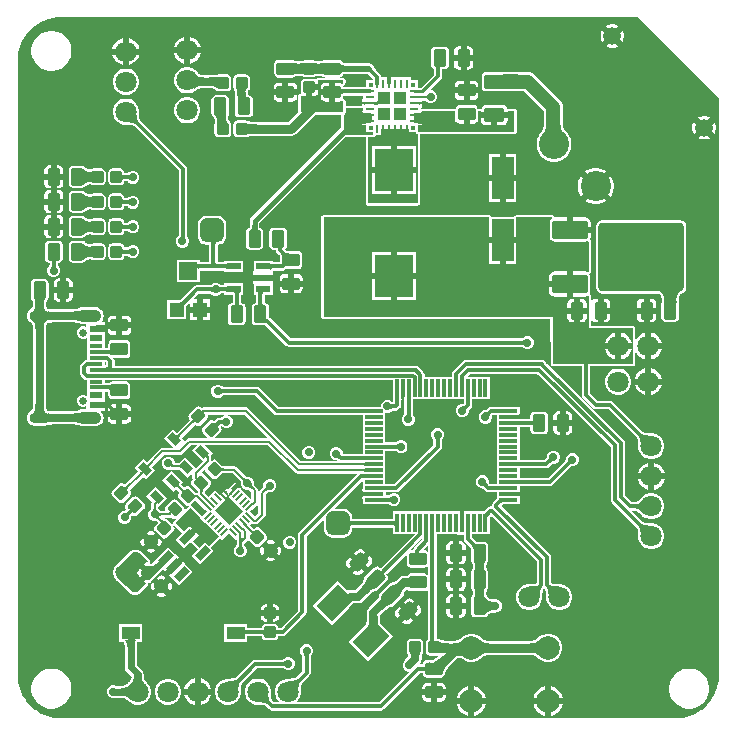
<source format=gtl>
G04*
G04 #@! TF.GenerationSoftware,Altium Limited,Altium Designer,24.4.1 (13)*
G04*
G04 Layer_Physical_Order=1*
G04 Layer_Color=255*
%FSLAX25Y25*%
%MOIN*%
G70*
G04*
G04 #@! TF.SameCoordinates,4848AC28-F08C-4A73-8BB8-69E0F556E231*
G04*
G04*
G04 #@! TF.FilePolarity,Positive*
G04*
G01*
G75*
%ADD12C,0.00984*%
%ADD13C,0.00787*%
G04:AMPARAMS|DCode=16|XSize=102.36mil|YSize=74.8mil|CornerRadius=0mil|HoleSize=0mil|Usage=FLASHONLY|Rotation=225.000|XOffset=0mil|YOffset=0mil|HoleType=Round|Shape=Rectangle|*
%AMROTATEDRECTD16*
4,1,4,0.00974,0.06264,0.06264,0.00974,-0.00974,-0.06264,-0.06264,-0.00974,0.00974,0.06264,0.0*
%
%ADD16ROTATEDRECTD16*%

G04:AMPARAMS|DCode=17|XSize=78.74mil|YSize=78.74mil|CornerRadius=19.68mil|HoleSize=0mil|Usage=FLASHONLY|Rotation=0.000|XOffset=0mil|YOffset=0mil|HoleType=Round|Shape=RoundedRectangle|*
%AMROUNDEDRECTD17*
21,1,0.07874,0.03937,0,0,0.0*
21,1,0.03937,0.07874,0,0,0.0*
1,1,0.03937,0.01968,-0.01968*
1,1,0.03937,-0.01968,-0.01968*
1,1,0.03937,-0.01968,0.01968*
1,1,0.03937,0.01968,0.01968*
%
%ADD17ROUNDEDRECTD17*%
%ADD18R,0.04488X0.02362*%
%ADD19R,0.04488X0.01181*%
%ADD20R,0.01181X0.05906*%
%ADD21R,0.05906X0.01181*%
G04:AMPARAMS|DCode=22|XSize=62.99mil|YSize=118.11mil|CornerRadius=7.87mil|HoleSize=0mil|Usage=FLASHONLY|Rotation=90.000|XOffset=0mil|YOffset=0mil|HoleType=Round|Shape=RoundedRectangle|*
%AMROUNDEDRECTD22*
21,1,0.06299,0.10236,0,0,90.0*
21,1,0.04724,0.11811,0,0,90.0*
1,1,0.01575,0.05118,0.02362*
1,1,0.01575,0.05118,-0.02362*
1,1,0.01575,-0.05118,-0.02362*
1,1,0.01575,-0.05118,0.02362*
%
%ADD22ROUNDEDRECTD22*%
G04:AMPARAMS|DCode=23|XSize=228.35mil|YSize=283.47mil|CornerRadius=11.42mil|HoleSize=0mil|Usage=FLASHONLY|Rotation=90.000|XOffset=0mil|YOffset=0mil|HoleType=Round|Shape=RoundedRectangle|*
%AMROUNDEDRECTD23*
21,1,0.22835,0.26063,0,0,90.0*
21,1,0.20551,0.28347,0,0,90.0*
1,1,0.02284,0.13031,0.10276*
1,1,0.02284,0.13031,-0.10276*
1,1,0.02284,-0.13031,-0.10276*
1,1,0.02284,-0.13031,0.10276*
%
%ADD23ROUNDEDRECTD23*%
%ADD24R,0.05906X0.04331*%
G04:AMPARAMS|DCode=25|XSize=57.09mil|YSize=43.31mil|CornerRadius=5.41mil|HoleSize=0mil|Usage=FLASHONLY|Rotation=180.000|XOffset=0mil|YOffset=0mil|HoleType=Round|Shape=RoundedRectangle|*
%AMROUNDEDRECTD25*
21,1,0.05709,0.03248,0,0,180.0*
21,1,0.04626,0.04331,0,0,180.0*
1,1,0.01083,-0.02313,0.01624*
1,1,0.01083,0.02313,0.01624*
1,1,0.01083,0.02313,-0.01624*
1,1,0.01083,-0.02313,-0.01624*
%
%ADD25ROUNDEDRECTD25*%
G04:AMPARAMS|DCode=26|XSize=57.09mil|YSize=43.31mil|CornerRadius=5.41mil|HoleSize=0mil|Usage=FLASHONLY|Rotation=270.000|XOffset=0mil|YOffset=0mil|HoleType=Round|Shape=RoundedRectangle|*
%AMROUNDEDRECTD26*
21,1,0.05709,0.03248,0,0,270.0*
21,1,0.04626,0.04331,0,0,270.0*
1,1,0.01083,-0.01624,-0.02313*
1,1,0.01083,-0.01624,0.02313*
1,1,0.01083,0.01624,0.02313*
1,1,0.01083,0.01624,-0.02313*
%
%ADD26ROUNDEDRECTD26*%
%ADD27R,0.04724X0.04724*%
%ADD28R,0.06299X0.05906*%
G04:AMPARAMS|DCode=29|XSize=39.37mil|YSize=37.4mil|CornerRadius=4.68mil|HoleSize=0mil|Usage=FLASHONLY|Rotation=90.000|XOffset=0mil|YOffset=0mil|HoleType=Round|Shape=RoundedRectangle|*
%AMROUNDEDRECTD29*
21,1,0.03937,0.02805,0,0,90.0*
21,1,0.03002,0.03740,0,0,90.0*
1,1,0.00935,0.01403,0.01501*
1,1,0.00935,0.01403,-0.01501*
1,1,0.00935,-0.01403,-0.01501*
1,1,0.00935,-0.01403,0.01501*
%
%ADD29ROUNDEDRECTD29*%
G04:AMPARAMS|DCode=30|XSize=39.37mil|YSize=37.4mil|CornerRadius=4.68mil|HoleSize=0mil|Usage=FLASHONLY|Rotation=45.000|XOffset=0mil|YOffset=0mil|HoleType=Round|Shape=RoundedRectangle|*
%AMROUNDEDRECTD30*
21,1,0.03937,0.02805,0,0,45.0*
21,1,0.03002,0.03740,0,0,45.0*
1,1,0.00935,0.02053,0.00070*
1,1,0.00935,-0.00070,-0.02053*
1,1,0.00935,-0.02053,-0.00070*
1,1,0.00935,0.00070,0.02053*
%
%ADD30ROUNDEDRECTD30*%
G04:AMPARAMS|DCode=31|XSize=39.37mil|YSize=37.4mil|CornerRadius=4.68mil|HoleSize=0mil|Usage=FLASHONLY|Rotation=135.000|XOffset=0mil|YOffset=0mil|HoleType=Round|Shape=RoundedRectangle|*
%AMROUNDEDRECTD31*
21,1,0.03937,0.02805,0,0,135.0*
21,1,0.03002,0.03740,0,0,135.0*
1,1,0.00935,-0.00070,0.02053*
1,1,0.00935,0.02053,-0.00070*
1,1,0.00935,0.00070,-0.02053*
1,1,0.00935,-0.02053,0.00070*
%
%ADD31ROUNDEDRECTD31*%
G04:AMPARAMS|DCode=32|XSize=39.37mil|YSize=37.4mil|CornerRadius=4.68mil|HoleSize=0mil|Usage=FLASHONLY|Rotation=0.000|XOffset=0mil|YOffset=0mil|HoleType=Round|Shape=RoundedRectangle|*
%AMROUNDEDRECTD32*
21,1,0.03937,0.02805,0,0,0.0*
21,1,0.03002,0.03740,0,0,0.0*
1,1,0.00935,0.01501,-0.01403*
1,1,0.00935,-0.01501,-0.01403*
1,1,0.00935,-0.01501,0.01403*
1,1,0.00935,0.01501,0.01403*
%
%ADD32ROUNDEDRECTD32*%
G04:AMPARAMS|DCode=33|XSize=39.37mil|YSize=27.56mil|CornerRadius=0mil|HoleSize=0mil|Usage=FLASHONLY|Rotation=135.000|XOffset=0mil|YOffset=0mil|HoleType=Round|Shape=Rectangle|*
%AMROTATEDRECTD33*
4,1,4,0.02366,-0.00418,0.00418,-0.02366,-0.02366,0.00418,-0.00418,0.02366,0.02366,-0.00418,0.0*
%
%ADD33ROTATEDRECTD33*%

%ADD34R,0.12598X0.13976*%
%ADD35R,0.04724X0.02362*%
G04:AMPARAMS|DCode=36|XSize=29.53mil|YSize=7.87mil|CornerRadius=0mil|HoleSize=0mil|Usage=FLASHONLY|Rotation=45.000|XOffset=0mil|YOffset=0mil|HoleType=Round|Shape=Rectangle|*
%AMROTATEDRECTD36*
4,1,4,-0.00766,-0.01322,-0.01322,-0.00766,0.00766,0.01322,0.01322,0.00766,-0.00766,-0.01322,0.0*
%
%ADD36ROTATEDRECTD36*%

G04:AMPARAMS|DCode=37|XSize=29.53mil|YSize=7.87mil|CornerRadius=0mil|HoleSize=0mil|Usage=FLASHONLY|Rotation=135.000|XOffset=0mil|YOffset=0mil|HoleType=Round|Shape=Rectangle|*
%AMROTATEDRECTD37*
4,1,4,0.01322,-0.00766,0.00766,-0.01322,-0.01322,0.00766,-0.00766,0.01322,0.01322,-0.00766,0.0*
%
%ADD37ROTATEDRECTD37*%

G04:AMPARAMS|DCode=38|XSize=68.9mil|YSize=62.6mil|CornerRadius=0mil|HoleSize=0mil|Usage=FLASHONLY|Rotation=135.000|XOffset=0mil|YOffset=0mil|HoleType=Round|Shape=Rectangle|*
%AMROTATEDRECTD38*
4,1,4,0.04649,-0.00223,0.00223,-0.04649,-0.04649,0.00223,-0.00223,0.04649,0.04649,-0.00223,0.0*
%
%ADD38ROTATEDRECTD38*%

G04:AMPARAMS|DCode=39|XSize=47.24mil|YSize=23.62mil|CornerRadius=0mil|HoleSize=0mil|Usage=FLASHONLY|Rotation=45.000|XOffset=0mil|YOffset=0mil|HoleType=Round|Shape=Rectangle|*
%AMROTATEDRECTD39*
4,1,4,-0.00835,-0.02506,-0.02506,-0.00835,0.00835,0.02506,0.02506,0.00835,-0.00835,-0.02506,0.0*
%
%ADD39ROTATEDRECTD39*%

%ADD40R,0.01476X0.01476*%
%ADD41R,0.04429X0.04429*%
%ADD42R,0.00984X0.02756*%
%ADD43R,0.02756X0.00984*%
G04:AMPARAMS|DCode=44|XSize=68.9mil|YSize=49.21mil|CornerRadius=6.15mil|HoleSize=0mil|Usage=FLASHONLY|Rotation=0.000|XOffset=0mil|YOffset=0mil|HoleType=Round|Shape=RoundedRectangle|*
%AMROUNDEDRECTD44*
21,1,0.06890,0.03691,0,0,0.0*
21,1,0.05659,0.04921,0,0,0.0*
1,1,0.01230,0.02830,-0.01846*
1,1,0.01230,-0.02830,-0.01846*
1,1,0.01230,-0.02830,0.01846*
1,1,0.01230,0.02830,0.01846*
%
%ADD44ROUNDEDRECTD44*%
G04:AMPARAMS|DCode=45|XSize=39.37mil|YSize=39.37mil|CornerRadius=4.92mil|HoleSize=0mil|Usage=FLASHONLY|Rotation=225.000|XOffset=0mil|YOffset=0mil|HoleType=Round|Shape=RoundedRectangle|*
%AMROUNDEDRECTD45*
21,1,0.03937,0.02953,0,0,225.0*
21,1,0.02953,0.03937,0,0,225.0*
1,1,0.00984,-0.02088,0.00000*
1,1,0.00984,0.00000,0.02088*
1,1,0.00984,0.02088,0.00000*
1,1,0.00984,0.00000,-0.02088*
%
%ADD45ROUNDEDRECTD45*%
G04:AMPARAMS|DCode=46|XSize=39.37mil|YSize=39.37mil|CornerRadius=4.92mil|HoleSize=0mil|Usage=FLASHONLY|Rotation=135.000|XOffset=0mil|YOffset=0mil|HoleType=Round|Shape=RoundedRectangle|*
%AMROUNDEDRECTD46*
21,1,0.03937,0.02953,0,0,135.0*
21,1,0.02953,0.03937,0,0,135.0*
1,1,0.00984,0.00000,0.02088*
1,1,0.00984,0.02088,0.00000*
1,1,0.00984,0.00000,-0.02088*
1,1,0.00984,-0.02088,0.00000*
%
%ADD46ROUNDEDRECTD46*%
G04:AMPARAMS|DCode=47|XSize=57.09mil|YSize=43.31mil|CornerRadius=5.41mil|HoleSize=0mil|Usage=FLASHONLY|Rotation=45.000|XOffset=0mil|YOffset=0mil|HoleType=Round|Shape=RoundedRectangle|*
%AMROUNDEDRECTD47*
21,1,0.05709,0.03248,0,0,45.0*
21,1,0.04626,0.04331,0,0,45.0*
1,1,0.01083,0.02784,0.00487*
1,1,0.01083,-0.00487,-0.02784*
1,1,0.01083,-0.02784,-0.00487*
1,1,0.01083,0.00487,0.02784*
%
%ADD47ROUNDEDRECTD47*%
%ADD48R,0.07284X0.13976*%
G04:AMPARAMS|DCode=49|XSize=39.37mil|YSize=39.37mil|CornerRadius=4.92mil|HoleSize=0mil|Usage=FLASHONLY|Rotation=180.000|XOffset=0mil|YOffset=0mil|HoleType=Round|Shape=RoundedRectangle|*
%AMROUNDEDRECTD49*
21,1,0.03937,0.02953,0,0,180.0*
21,1,0.02953,0.03937,0,0,180.0*
1,1,0.00984,-0.01476,0.01476*
1,1,0.00984,0.01476,0.01476*
1,1,0.00984,0.01476,-0.01476*
1,1,0.00984,-0.01476,-0.01476*
%
%ADD49ROUNDEDRECTD49*%
G04:AMPARAMS|DCode=50|XSize=39.37mil|YSize=39.37mil|CornerRadius=4.92mil|HoleSize=0mil|Usage=FLASHONLY|Rotation=270.000|XOffset=0mil|YOffset=0mil|HoleType=Round|Shape=RoundedRectangle|*
%AMROUNDEDRECTD50*
21,1,0.03937,0.02953,0,0,270.0*
21,1,0.02953,0.03937,0,0,270.0*
1,1,0.00984,-0.01476,-0.01476*
1,1,0.00984,-0.01476,0.01476*
1,1,0.00984,0.01476,0.01476*
1,1,0.00984,0.01476,-0.01476*
%
%ADD50ROUNDEDRECTD50*%
%ADD95C,0.01181*%
%ADD96C,0.01575*%
%ADD97C,0.02362*%
%ADD98C,0.02756*%
%ADD99C,0.03150*%
%ADD100C,0.03937*%
%ADD101C,0.04724*%
%ADD102C,0.01968*%
%ADD103C,0.07087*%
%ADD104C,0.02559*%
%ADD105O,0.07087X0.03543*%
%ADD106O,0.08268X0.04134*%
%ADD107C,0.10039*%
%ADD108C,0.05906*%
%ADD109C,0.07874*%
%ADD110C,0.02756*%
G36*
X133183Y353802D02*
X133183Y353802D01*
Y353802D01*
X133183Y353802D01*
X325597D01*
X352451Y326948D01*
Y134534D01*
X352451Y134534D01*
X352451D01*
Y134534D01*
X352451Y134534D01*
Y134305D01*
X352309Y132503D01*
X352261Y132135D01*
X351756Y130034D01*
X350882Y127923D01*
X349753Y126081D01*
X349527Y125786D01*
X348353Y124411D01*
X348030Y124088D01*
X346655Y122914D01*
X346360Y122688D01*
X344518Y121559D01*
X342407Y120685D01*
X340306Y120180D01*
X339938Y120132D01*
X338136Y119990D01*
X337908D01*
X337907Y119990D01*
X133183D01*
X133183Y119990D01*
Y119990D01*
X133183Y119990D01*
X132954D01*
X131152Y120132D01*
X130784Y120180D01*
X128683Y120685D01*
X126572Y121559D01*
X124729Y122688D01*
X124435Y122914D01*
X123060Y124088D01*
X122737Y124411D01*
X121563Y125786D01*
X121337Y126081D01*
X120208Y127923D01*
X119334Y130034D01*
X118829Y132135D01*
X118781Y132503D01*
X118639Y134305D01*
Y134534D01*
X118639Y134534D01*
D01*
D01*
Y134534D01*
Y339258D01*
X118639Y339258D01*
X118639D01*
Y339258D01*
X118639Y339258D01*
Y339487D01*
X118781Y341289D01*
X118829Y341657D01*
X119334Y343758D01*
X120208Y345869D01*
X121337Y347711D01*
X121563Y348006D01*
X122737Y349381D01*
X123060Y349704D01*
X124435Y350878D01*
X124730Y351104D01*
X126572Y352233D01*
X128683Y353107D01*
X130784Y353612D01*
X131152Y353660D01*
X132954Y353802D01*
X133183D01*
D02*
G37*
%LPC*%
G36*
X317456Y351511D02*
X316415D01*
X315410Y351241D01*
X314938Y350969D01*
X316935Y348972D01*
X318932Y350969D01*
X318461Y351241D01*
X317456Y351511D01*
D02*
G37*
G36*
X313524Y349555D02*
X313252Y349084D01*
X312983Y348078D01*
Y347038D01*
X313252Y346032D01*
X313524Y345561D01*
X315521Y347558D01*
X313524Y349555D01*
D02*
G37*
G36*
X320346Y349555D02*
X318350Y347558D01*
X320346Y345561D01*
X320619Y346032D01*
X320888Y347038D01*
Y348078D01*
X320619Y349084D01*
X320346Y349555D01*
D02*
G37*
G36*
X176197Y347113D02*
Y343677D01*
X179632D01*
X179430Y344431D01*
X178832Y345467D01*
X177987Y346313D01*
X176951Y346911D01*
X176197Y347113D01*
D02*
G37*
G36*
X174197D02*
X173443Y346911D01*
X172407Y346313D01*
X171561Y345467D01*
X170963Y344431D01*
X170761Y343677D01*
X174197D01*
Y347113D01*
D02*
G37*
G36*
X316935Y346144D02*
X314938Y344147D01*
X315410Y343875D01*
X316415Y343605D01*
X317456D01*
X318461Y343875D01*
X318932Y344147D01*
X316935Y346144D01*
D02*
G37*
G36*
X155724Y346719D02*
Y343283D01*
X159160D01*
X158958Y344037D01*
X158360Y345073D01*
X157514Y345919D01*
X156478Y346517D01*
X155724Y346719D01*
D02*
G37*
G36*
X153724Y346719D02*
X152971Y346517D01*
X151935Y345919D01*
X151089Y345073D01*
X150491Y344037D01*
X150289Y343283D01*
X153724D01*
Y346719D01*
D02*
G37*
G36*
X268947Y344042D02*
X268323D01*
Y341158D01*
X270519D01*
Y342471D01*
X270399Y343072D01*
X270058Y343582D01*
X269549Y343923D01*
X268947Y344042D01*
D02*
G37*
G36*
X266323D02*
X265699D01*
X265098Y343923D01*
X264588Y343582D01*
X264247Y343072D01*
X264128Y342471D01*
Y341158D01*
X266323D01*
Y344042D01*
D02*
G37*
G36*
X174197Y341677D02*
X170761D01*
X170963Y340924D01*
X171561Y339887D01*
X172407Y339042D01*
X173443Y338443D01*
X174197Y338242D01*
Y341677D01*
D02*
G37*
G36*
X179632D02*
X176197D01*
Y338242D01*
X176951Y338443D01*
X177987Y339042D01*
X178832Y339887D01*
X179430Y340924D01*
X179632Y341677D01*
D02*
G37*
G36*
X159160Y341283D02*
X155724D01*
Y337848D01*
X156478Y338050D01*
X157514Y338648D01*
X158360Y339494D01*
X158958Y340530D01*
X159160Y341283D01*
D02*
G37*
G36*
X153724D02*
X150289D01*
X150491Y340530D01*
X151089Y339494D01*
X151935Y338648D01*
X152971Y338050D01*
X153724Y337848D01*
Y341283D01*
D02*
G37*
G36*
X270519Y339158D02*
X268323D01*
Y336273D01*
X268947D01*
X269549Y336393D01*
X270058Y336734D01*
X270399Y337243D01*
X270519Y337845D01*
Y339158D01*
D02*
G37*
G36*
X266323D02*
X264128D01*
Y337845D01*
X264247Y337243D01*
X264588Y336734D01*
X265098Y336393D01*
X265699Y336273D01*
X266323D01*
Y339158D01*
D02*
G37*
G36*
X130580Y349213D02*
X129262D01*
X127969Y348955D01*
X126751Y348451D01*
X125655Y347718D01*
X124723Y346786D01*
X123990Y345690D01*
X123486Y344472D01*
X123228Y343179D01*
Y341861D01*
X123486Y340567D01*
X123990Y339349D01*
X124723Y338253D01*
X125655Y337321D01*
X126751Y336589D01*
X127969Y336084D01*
X129262Y335827D01*
X130580D01*
X131874Y336084D01*
X133091Y336589D01*
X134188Y337321D01*
X135120Y338253D01*
X135852Y339349D01*
X136357Y340567D01*
X136614Y341861D01*
Y343179D01*
X136357Y344472D01*
X135852Y345690D01*
X135120Y346786D01*
X134188Y347718D01*
X133091Y348451D01*
X131874Y348955D01*
X130580Y349213D01*
D02*
G37*
G36*
X270669Y332552D02*
X269356D01*
Y330357D01*
X272241D01*
Y330981D01*
X272121Y331582D01*
X271780Y332092D01*
X271271Y332433D01*
X270669Y332552D01*
D02*
G37*
G36*
X267356D02*
X266043D01*
X265442Y332433D01*
X264932Y332092D01*
X264591Y331582D01*
X264472Y330981D01*
Y330357D01*
X267356D01*
Y332552D01*
D02*
G37*
G36*
X261073Y343826D02*
X257825D01*
X257307Y343722D01*
X256867Y343429D01*
X256574Y342989D01*
X256470Y342471D01*
Y337845D01*
X256574Y337326D01*
X256867Y336887D01*
X257307Y336593D01*
X257430Y336569D01*
X257447Y336463D01*
X257454Y336387D01*
Y334637D01*
X253109Y330293D01*
X252116D01*
Y332730D01*
X249654D01*
Y333713D01*
X243961D01*
Y333925D01*
X243468D01*
Y333713D01*
X243157D01*
Y331547D01*
X241780D01*
Y333713D01*
X241469D01*
Y333925D01*
X240976D01*
Y333713D01*
X239936D01*
Y333858D01*
X239829Y334396D01*
X239525Y334852D01*
X238262Y336115D01*
X237699Y336698D01*
X237525Y336900D01*
X237444Y337305D01*
X237053Y337892D01*
X236467Y338283D01*
X235776Y338421D01*
X227958D01*
X227777Y338435D01*
X227525Y338474D01*
X227332Y338522D01*
X227225Y338563D01*
X227186Y338757D01*
X226893Y339196D01*
X226453Y339490D01*
X225935Y339593D01*
X221309D01*
X221007Y339533D01*
X221001Y339534D01*
X220990Y339530D01*
X220790Y339490D01*
X220709Y339436D01*
X220704Y339434D01*
X220563Y339353D01*
X220420Y339293D01*
X220226Y339231D01*
X219984Y339172D01*
X219718Y339123D01*
X218863Y339057D01*
X218323Y339112D01*
X218103Y339150D01*
X217940Y339188D01*
X217857Y339216D01*
X217793Y339249D01*
X217724Y339296D01*
X217224Y339395D01*
X214272D01*
X213772Y339296D01*
X213703Y339249D01*
X213639Y339216D01*
X213555Y339188D01*
X213393Y339149D01*
X213190Y339115D01*
X212304Y339062D01*
X211792Y339120D01*
X211512Y339171D01*
X211269Y339230D01*
X211076Y339293D01*
X210933Y339353D01*
X210792Y339434D01*
X210787Y339436D01*
X210706Y339490D01*
X210506Y339529D01*
X210495Y339533D01*
X210489Y339533D01*
X210187Y339593D01*
X205561D01*
X205043Y339490D01*
X204603Y339196D01*
X204310Y338756D01*
X204207Y338238D01*
Y334990D01*
X204310Y334471D01*
X204603Y334032D01*
X205043Y333738D01*
X205561Y333635D01*
X210187D01*
X210489Y333695D01*
X210495Y333695D01*
X210506Y333698D01*
X210706Y333738D01*
X210787Y333792D01*
X210792Y333794D01*
X210933Y333875D01*
X211076Y333935D01*
X211269Y333997D01*
X211512Y334056D01*
X211778Y334105D01*
X212633Y334172D01*
X213173Y334116D01*
X213394Y334079D01*
X213556Y334040D01*
X213639Y334012D01*
X213703Y333979D01*
X213772Y333932D01*
X214272Y333833D01*
X217224D01*
X217724Y333932D01*
X217793Y333979D01*
X217857Y334012D01*
X217940Y334040D01*
X218103Y334079D01*
X218306Y334113D01*
X219192Y334166D01*
X219704Y334108D01*
X219985Y334057D01*
X220227Y333998D01*
X220421Y333936D01*
X220563Y333875D01*
X220704Y333795D01*
X220709Y333793D01*
X220790Y333739D01*
X220991Y333699D01*
X221001Y333695D01*
X221007Y333696D01*
X221309Y333636D01*
X225935D01*
X226453Y333739D01*
X226893Y334033D01*
X227186Y334472D01*
X227225Y334666D01*
X227331Y334706D01*
X227524Y334754D01*
X227777Y334793D01*
X227958Y334808D01*
X235488D01*
X236586Y333817D01*
X237126Y333276D01*
Y332730D01*
X234789D01*
Y330393D01*
X227399D01*
X227326Y330399D01*
X227281Y330407D01*
X227186Y330883D01*
X227166Y330913D01*
X227194Y330922D01*
X227544Y331109D01*
X227635Y331184D01*
X227733Y331249D01*
X227755Y331282D01*
X227786Y331308D01*
X227842Y331412D01*
X227907Y331510D01*
X227915Y331549D01*
X227934Y331584D01*
X227945Y331701D01*
X227968Y331817D01*
Y332677D01*
X227907Y332984D01*
X227733Y333245D01*
X227473Y333419D01*
X227165Y333480D01*
X218792D01*
X218677Y333457D01*
X218559Y333445D01*
X218524Y333427D01*
X218485Y333419D01*
X218387Y333353D01*
X218283Y333298D01*
X218258Y333267D01*
X218225Y333245D01*
X218159Y333147D01*
X218084Y333056D01*
X217995Y332888D01*
X217976Y332828D01*
X217724Y332997D01*
X217224Y333096D01*
X214272D01*
X213772Y332997D01*
X213349Y332714D01*
X213066Y332291D01*
X212967Y331791D01*
Y328839D01*
X213054Y328402D01*
X212976Y328380D01*
X212626Y328200D01*
X212528Y328123D01*
X212424Y328053D01*
X212406Y328026D01*
X212380Y328006D01*
X212320Y327897D01*
X212250Y327793D01*
X212244Y327761D01*
X212228Y327732D01*
X212214Y327608D01*
X212189Y327486D01*
Y322288D01*
X208845Y318944D01*
X197012D01*
X196521Y318968D01*
X195882Y319034D01*
X195662Y319071D01*
X195500Y319109D01*
X195416Y319138D01*
X195352Y319171D01*
X195283Y319217D01*
X194783Y319316D01*
X191831D01*
X191332Y319217D01*
X190908Y318934D01*
X190625Y318511D01*
X190526Y318012D01*
Y315059D01*
X190625Y314560D01*
X190908Y314137D01*
X191332Y313854D01*
X191831Y313755D01*
X194783D01*
X195283Y313854D01*
X195352Y313900D01*
X195416Y313933D01*
X195500Y313962D01*
X195662Y314000D01*
X195865Y314034D01*
X197413Y314127D01*
X209842D01*
X210764Y314310D01*
X211546Y314832D01*
X217958Y321244D01*
X226559D01*
Y317035D01*
X196503Y286978D01*
X196155Y286457D01*
X196134Y286355D01*
X196032Y285843D01*
X196033Y285843D01*
Y283997D01*
X196022Y283878D01*
X195994Y283709D01*
X195962Y283589D01*
X195958Y283578D01*
X195496Y283486D01*
X195056Y283192D01*
X194763Y282753D01*
X194659Y282235D01*
Y277609D01*
X194763Y277090D01*
X195056Y276651D01*
X195496Y276357D01*
X196014Y276254D01*
X199262D01*
X199781Y276357D01*
X200220Y276651D01*
X200514Y277090D01*
X200617Y277609D01*
Y282235D01*
X200514Y282753D01*
X200220Y283192D01*
X199781Y283486D01*
X199319Y283578D01*
X199314Y283589D01*
X199282Y283709D01*
X199254Y283878D01*
X199244Y283997D01*
Y285178D01*
X227830Y313764D01*
X234630D01*
Y291732D01*
X234691Y291425D01*
X234865Y291165D01*
X235126Y290991D01*
X235433Y290929D01*
X251969D01*
X252276Y290991D01*
X252536Y291165D01*
X252710Y291425D01*
X252771Y291732D01*
Y314748D01*
X284252D01*
X284559Y314809D01*
X284820Y314984D01*
X284994Y315244D01*
X285055Y315551D01*
Y322441D01*
X284994Y322748D01*
X284820Y323009D01*
X284559Y323183D01*
X284252Y323244D01*
X282035D01*
X281800Y323197D01*
X281710Y323653D01*
X281400Y324116D01*
X280936Y324427D01*
X280388Y324535D01*
X274729D01*
X274182Y324427D01*
X273718Y324116D01*
X273408Y323653D01*
X273317Y323197D01*
X273082Y323244D01*
X272241D01*
X272006Y323197D01*
X271921Y323625D01*
X271627Y324065D01*
X271188Y324358D01*
X270669Y324462D01*
X266043D01*
X265525Y324358D01*
X265085Y324065D01*
X264792Y323625D01*
X264706Y323197D01*
X264472Y323244D01*
X253311D01*
X253098Y323201D01*
Y323559D01*
X253311D01*
Y325888D01*
X254514D01*
X255073Y325330D01*
X255869Y325000D01*
X256730D01*
X257526Y325330D01*
X258135Y325939D01*
X258465Y326735D01*
Y327596D01*
X258135Y328392D01*
X257526Y329001D01*
X256730Y329331D01*
X256121D01*
X259852Y333062D01*
X260157Y333518D01*
X260263Y334055D01*
Y336382D01*
X260270Y336456D01*
X260276Y336490D01*
X261073D01*
X261592Y336593D01*
X262031Y336887D01*
X262325Y337326D01*
X262428Y337845D01*
Y342471D01*
X262325Y342989D01*
X262031Y343429D01*
X261592Y343722D01*
X261073Y343826D01*
D02*
G37*
G36*
X210187Y331935D02*
X208874D01*
Y329740D01*
X211759D01*
Y330364D01*
X211639Y330965D01*
X211299Y331475D01*
X210789Y331816D01*
X210187Y331935D01*
D02*
G37*
G36*
X206874D02*
X205561D01*
X204960Y331816D01*
X204450Y331475D01*
X204109Y330965D01*
X203990Y330364D01*
Y329740D01*
X206874D01*
Y331935D01*
D02*
G37*
G36*
X175767Y337008D02*
X174627D01*
X173525Y336713D01*
X172538Y336143D01*
X171731Y335336D01*
X171161Y334349D01*
X170866Y333247D01*
Y332107D01*
X171161Y331006D01*
X171731Y330018D01*
X172538Y329212D01*
X173525Y328642D01*
X174627Y328346D01*
X175767D01*
X176868Y328642D01*
X177856Y329212D01*
X177980Y329336D01*
X178142Y329458D01*
X178348Y329592D01*
X178563Y329709D01*
X178788Y329812D01*
X179024Y329899D01*
X179272Y329971D01*
X179532Y330028D01*
X179805Y330069D01*
X179882Y330076D01*
X182966D01*
X183091Y330071D01*
X183418Y330035D01*
X183709Y329985D01*
X183956Y329925D01*
X184155Y329857D01*
X184307Y329787D01*
X184412Y329721D01*
X184478Y329664D01*
X184562Y329561D01*
X184609Y329491D01*
X185032Y329208D01*
X185531Y329109D01*
X188484D01*
X188984Y329208D01*
X189407Y329491D01*
X189690Y329914D01*
X189789Y330413D01*
Y333366D01*
X189690Y333865D01*
X189407Y334289D01*
X188984Y334571D01*
X188484Y334671D01*
X185531D01*
X185268Y334618D01*
X182881Y334491D01*
X180279D01*
X180159Y334504D01*
X179907Y334552D01*
X179676Y334616D01*
X179464Y334697D01*
X179269Y334794D01*
X179090Y334907D01*
X178922Y335038D01*
X178766Y335187D01*
X178713Y335249D01*
X178662Y335336D01*
X177856Y336143D01*
X176868Y336713D01*
X175767Y337008D01*
D02*
G37*
G36*
X155295Y336614D02*
X154154D01*
X153053Y336319D01*
X152065Y335749D01*
X151259Y334943D01*
X150689Y333955D01*
X150394Y332854D01*
Y331713D01*
X150689Y330612D01*
X151259Y329624D01*
X152065Y328818D01*
X153053Y328248D01*
X154154Y327953D01*
X155295D01*
X156396Y328248D01*
X157384Y328818D01*
X158190Y329624D01*
X158760Y330612D01*
X159055Y331713D01*
Y332854D01*
X158760Y333955D01*
X158190Y334943D01*
X157384Y335749D01*
X156396Y336319D01*
X155295Y336614D01*
D02*
G37*
G36*
X272241Y328357D02*
X269356D01*
Y326161D01*
X270669D01*
X271271Y326281D01*
X271780Y326622D01*
X272121Y327131D01*
X272241Y327733D01*
Y328357D01*
D02*
G37*
G36*
X267356D02*
X264472D01*
Y327733D01*
X264591Y327131D01*
X264932Y326622D01*
X265442Y326281D01*
X266043Y326161D01*
X267356D01*
Y328357D01*
D02*
G37*
G36*
X211759Y327740D02*
X208874D01*
Y325544D01*
X210187D01*
X210789Y325664D01*
X211299Y326005D01*
X211639Y326514D01*
X211759Y327116D01*
Y327740D01*
D02*
G37*
G36*
X206874D02*
X203990D01*
Y327116D01*
X204109Y326514D01*
X204450Y326005D01*
X204960Y325664D01*
X205561Y325544D01*
X206874D01*
Y327740D01*
D02*
G37*
G36*
X194783Y334671D02*
X191831D01*
X191332Y334571D01*
X190908Y334289D01*
X190625Y333865D01*
X190526Y333366D01*
Y330413D01*
X190625Y329914D01*
X190908Y329491D01*
X190919Y329484D01*
X190929Y329451D01*
X190955Y329335D01*
X190977Y329193D01*
X191001Y328832D01*
Y328193D01*
X191099Y327698D01*
Y324803D01*
X191116Y324721D01*
Y321703D01*
X191219Y321184D01*
X191513Y320745D01*
X191952Y320451D01*
X192471Y320348D01*
X195719D01*
X196237Y320451D01*
X196677Y320745D01*
X196970Y321184D01*
X197073Y321703D01*
Y326329D01*
X196970Y326847D01*
X196677Y327287D01*
X196237Y327580D01*
X195719Y327683D01*
X195515D01*
Y328095D01*
X195416Y328590D01*
Y328990D01*
X195419Y329040D01*
X195439Y329227D01*
X195454Y329323D01*
X195706Y329491D01*
X195989Y329914D01*
X196088Y330413D01*
Y333366D01*
X195989Y333865D01*
X195706Y334289D01*
X195283Y334571D01*
X194783Y334671D01*
D02*
G37*
G36*
X348078Y320888D02*
X347038D01*
X346032Y320619D01*
X345561Y320347D01*
X347558Y318350D01*
X349555Y320347D01*
X349084Y320619D01*
X348078Y320888D01*
D02*
G37*
G36*
X175767Y327008D02*
X174627D01*
X173525Y326713D01*
X172538Y326143D01*
X171731Y325336D01*
X171161Y324349D01*
X170866Y323247D01*
Y322107D01*
X171161Y321006D01*
X171731Y320018D01*
X172538Y319212D01*
X173525Y318642D01*
X174627Y318347D01*
X175767D01*
X176868Y318642D01*
X177856Y319212D01*
X178662Y320018D01*
X179232Y321006D01*
X179527Y322107D01*
Y323247D01*
X179232Y324349D01*
X178662Y325336D01*
X177856Y326143D01*
X176868Y326713D01*
X175767Y327008D01*
D02*
G37*
G36*
X350969Y318932D02*
X348972Y316935D01*
X350969Y314938D01*
X351241Y315410D01*
X351511Y316415D01*
Y317456D01*
X351241Y318461D01*
X350969Y318932D01*
D02*
G37*
G36*
X344147Y318932D02*
X343875Y318461D01*
X343605Y317456D01*
Y316415D01*
X343875Y315410D01*
X344147Y314938D01*
X346144Y316935D01*
X344147Y318932D01*
D02*
G37*
G36*
X187845Y327683D02*
X184597D01*
X184078Y327580D01*
X183639Y327287D01*
X183345Y326847D01*
X183242Y326329D01*
Y321703D01*
X183345Y321184D01*
X183514Y320931D01*
X183516Y320927D01*
X183522Y320919D01*
X183639Y320745D01*
X183717Y320692D01*
X183720Y320689D01*
X183867Y320573D01*
X183962Y320474D01*
X184054Y320345D01*
X184142Y320183D01*
X184223Y319984D01*
X184294Y319746D01*
X184353Y319468D01*
X184396Y319155D01*
X184395Y319094D01*
X184361Y318649D01*
X184346Y318540D01*
X184326Y318511D01*
X184227Y318012D01*
Y315059D01*
X184326Y314560D01*
X184609Y314137D01*
X185032Y313854D01*
X185531Y313755D01*
X188484D01*
X188984Y313854D01*
X189407Y314137D01*
X189690Y314560D01*
X189789Y315059D01*
Y318012D01*
X189690Y318511D01*
X189407Y318934D01*
X189336Y318981D01*
X189233Y319065D01*
X189177Y319131D01*
X189111Y319237D01*
X189041Y319388D01*
X188973Y319588D01*
X188913Y319834D01*
X188865Y320115D01*
X188860Y320173D01*
X188913Y320635D01*
X188949Y320827D01*
X188985Y320969D01*
X189012Y321044D01*
X189049Y321114D01*
X189096Y321184D01*
X189199Y321703D01*
Y326329D01*
X189096Y326847D01*
X188803Y327287D01*
X188363Y327580D01*
X187845Y327683D01*
D02*
G37*
G36*
X347558Y315521D02*
X345561Y313524D01*
X346032Y313252D01*
X347038Y312983D01*
X348078D01*
X349084Y313252D01*
X349555Y313524D01*
X347558Y315521D01*
D02*
G37*
G36*
X280388Y335559D02*
X274729D01*
X274182Y335450D01*
X273718Y335140D01*
X273408Y334676D01*
X273299Y334129D01*
Y330438D01*
X273408Y329891D01*
X273718Y329427D01*
X274182Y329117D01*
X274729Y329008D01*
X280388D01*
X280689Y329068D01*
X284332Y329107D01*
X287464D01*
X294067Y322503D01*
Y318434D01*
X294037Y317729D01*
X293989Y317314D01*
X293921Y316926D01*
X293836Y316576D01*
X293735Y316262D01*
X293620Y315985D01*
X293493Y315743D01*
X293355Y315535D01*
X293176Y315322D01*
X293159Y315291D01*
X292937Y315069D01*
X292302Y314118D01*
X291864Y313061D01*
X291641Y311940D01*
Y310796D01*
X291864Y309674D01*
X292302Y308617D01*
X292937Y307666D01*
X293746Y306857D01*
X294697Y306221D01*
X295754Y305784D01*
X296876Y305560D01*
X298020D01*
X299142Y305784D01*
X300199Y306221D01*
X301150Y306857D01*
X301959Y307666D01*
X302594Y308617D01*
X303032Y309674D01*
X303255Y310796D01*
Y311940D01*
X303032Y313061D01*
X302594Y314118D01*
X301959Y315069D01*
X301411Y315617D01*
X301387Y315653D01*
X301191Y315854D01*
X301043Y316047D01*
X300906Y316273D01*
X300783Y316536D01*
X300674Y316835D01*
X300582Y317174D01*
X300510Y317539D01*
X300421Y318425D01*
Y323819D01*
X300313Y324641D01*
X300088Y325183D01*
X299995Y325407D01*
X299776Y325693D01*
X299490Y326065D01*
X291026Y334530D01*
X290368Y335035D01*
X289602Y335352D01*
X288779Y335460D01*
X283792D01*
X280866Y335481D01*
X280771Y335487D01*
X280749Y335490D01*
X280737Y335490D01*
X280388Y335559D01*
D02*
G37*
G36*
X132353Y304426D02*
X131729D01*
Y301541D01*
X133925D01*
Y302854D01*
X133805Y303456D01*
X133465Y303966D01*
X132955Y304306D01*
X132353Y304426D01*
D02*
G37*
G36*
X129729D02*
X129105D01*
X128504Y304306D01*
X127994Y303966D01*
X127653Y303456D01*
X127534Y302854D01*
Y301541D01*
X129729D01*
Y304426D01*
D02*
G37*
G36*
X284957Y308087D02*
X281315D01*
Y301098D01*
X284957D01*
Y308087D01*
D02*
G37*
G36*
X279315D02*
X275673D01*
Y301098D01*
X279315D01*
Y308087D01*
D02*
G37*
G36*
X311960Y303468D02*
X310775D01*
X309612Y303237D01*
X308516Y302783D01*
X307875Y302355D01*
X311368Y298862D01*
X314860Y302355D01*
X314219Y302783D01*
X313123Y303237D01*
X311960Y303468D01*
D02*
G37*
G36*
X152998Y303322D02*
X150193D01*
X149703Y303224D01*
X149288Y302947D01*
X149011Y302532D01*
X148913Y302042D01*
Y299040D01*
X149011Y298551D01*
X149288Y298136D01*
X149703Y297858D01*
X150193Y297761D01*
X152998D01*
X153488Y297858D01*
X153903Y298136D01*
X154180Y298551D01*
X154278Y299040D01*
Y299050D01*
X154314Y299056D01*
X154387Y299063D01*
X155167D01*
X155229Y299053D01*
X155287Y299039D01*
X155333Y299025D01*
X155369Y299009D01*
X155397Y298995D01*
X155418Y298981D01*
X155434Y298967D01*
X155478Y298922D01*
X155535Y298883D01*
X155860Y298558D01*
X156656Y298228D01*
X157517D01*
X158313Y298558D01*
X158922Y299167D01*
X159252Y299963D01*
Y300824D01*
X158922Y301620D01*
X158313Y302229D01*
X157517Y302559D01*
X156656D01*
X155860Y302229D01*
X155675Y302045D01*
X155641Y302026D01*
X155590Y301983D01*
X155563Y301965D01*
X155531Y301946D01*
X155492Y301929D01*
X155444Y301911D01*
X155386Y301895D01*
X155318Y301881D01*
X155254Y301872D01*
X154387D01*
X154314Y301879D01*
X154278Y301885D01*
Y302042D01*
X154180Y302532D01*
X153903Y302947D01*
X153488Y303224D01*
X152998Y303322D01*
D02*
G37*
G36*
X140227Y304209D02*
X136979D01*
X136461Y304106D01*
X136021Y303812D01*
X135728Y303373D01*
X135625Y302854D01*
Y298228D01*
X135728Y297710D01*
X136021Y297270D01*
X136461Y296977D01*
X136979Y296874D01*
X140227D01*
X140746Y296977D01*
X140998Y297145D01*
X141001Y297146D01*
X141007Y297151D01*
X141185Y297270D01*
X141237Y297347D01*
X141239Y297350D01*
X141369Y297514D01*
X141487Y297624D01*
X141640Y297731D01*
X141833Y297833D01*
X142069Y297926D01*
X142351Y298007D01*
X142620Y298062D01*
X142804Y298043D01*
X143024Y298005D01*
X143186Y297967D01*
X143270Y297938D01*
X143334Y297905D01*
X143404Y297858D01*
X143894Y297761D01*
X146699D01*
X147188Y297858D01*
X147603Y298136D01*
X147881Y298551D01*
X147978Y299040D01*
Y302042D01*
X147881Y302532D01*
X147603Y302947D01*
X147188Y303224D01*
X146699Y303322D01*
X143894D01*
X143404Y303224D01*
X143334Y303178D01*
X143270Y303144D01*
X143186Y303116D01*
X143024Y303077D01*
X142822Y303043D01*
X142582Y303028D01*
X142351Y303076D01*
X142069Y303157D01*
X141833Y303250D01*
X141640Y303352D01*
X141487Y303458D01*
X141369Y303568D01*
X141239Y303733D01*
X141237Y303735D01*
X141185Y303812D01*
X141007Y303931D01*
X141001Y303937D01*
X140998Y303938D01*
X140746Y304106D01*
X140227Y304209D01*
D02*
G37*
G36*
X133925Y299541D02*
X131729D01*
Y296657D01*
X132353D01*
X132955Y296776D01*
X133465Y297117D01*
X133805Y297627D01*
X133925Y298228D01*
Y299541D01*
D02*
G37*
G36*
X129729D02*
X127534D01*
Y298228D01*
X127653Y297627D01*
X127994Y297117D01*
X128504Y296776D01*
X129105Y296657D01*
X129729D01*
Y299541D01*
D02*
G37*
G36*
X306461Y300940D02*
X306033Y300300D01*
X305579Y299204D01*
X305348Y298041D01*
Y296855D01*
X305579Y295692D01*
X306033Y294597D01*
X306461Y293956D01*
X309953Y297448D01*
X306461Y300940D01*
D02*
G37*
G36*
X316274Y300940D02*
X312782Y297448D01*
X316274Y293956D01*
X316702Y294597D01*
X317156Y295692D01*
X317387Y296855D01*
Y298041D01*
X317156Y299204D01*
X316702Y300300D01*
X316274Y300940D01*
D02*
G37*
G36*
X132353Y296109D02*
X131729D01*
Y293224D01*
X133925D01*
Y294537D01*
X133805Y295139D01*
X133465Y295649D01*
X132955Y295989D01*
X132353Y296109D01*
D02*
G37*
G36*
X129729D02*
X129105D01*
X128504Y295989D01*
X127994Y295649D01*
X127653Y295139D01*
X127534Y294537D01*
Y293224D01*
X129729D01*
Y296109D01*
D02*
G37*
G36*
X284957Y299098D02*
X281315D01*
Y292110D01*
X284957D01*
Y299098D01*
D02*
G37*
G36*
X279315D02*
X275673D01*
Y292110D01*
X279315D01*
Y299098D01*
D02*
G37*
G36*
X311368Y296034D02*
X307875Y292542D01*
X308516Y292113D01*
X309612Y291660D01*
X310775Y291428D01*
X311960D01*
X313123Y291660D01*
X314219Y292113D01*
X314860Y292542D01*
X311368Y296034D01*
D02*
G37*
G36*
X152998Y295005D02*
X150193D01*
X149703Y294907D01*
X149288Y294630D01*
X149011Y294215D01*
X148913Y293725D01*
Y290723D01*
X149011Y290234D01*
X149288Y289819D01*
X149703Y289541D01*
X150193Y289444D01*
X152998D01*
X153488Y289541D01*
X153903Y289819D01*
X154180Y290234D01*
X154278Y290723D01*
Y290761D01*
X154300Y290764D01*
X154373Y290770D01*
X155182Y290755D01*
X155246Y290744D01*
X155308Y290729D01*
X155360Y290713D01*
X155402Y290696D01*
X155435Y290679D01*
X155461Y290662D01*
X155483Y290645D01*
X155530Y290600D01*
X155587Y290563D01*
X155860Y290290D01*
X156656Y289961D01*
X157517D01*
X158313Y290290D01*
X158922Y290899D01*
X159252Y291695D01*
Y292557D01*
X158922Y293353D01*
X158313Y293962D01*
X157517Y294291D01*
X156656D01*
X155860Y293962D01*
X155634Y293736D01*
X155586Y293707D01*
X155537Y293664D01*
X155515Y293648D01*
X155488Y293632D01*
X155454Y293616D01*
X155412Y293600D01*
X155359Y293585D01*
X155297Y293573D01*
X155233Y293564D01*
X154401Y293579D01*
X154328Y293587D01*
X154278Y293596D01*
Y293725D01*
X154180Y294215D01*
X153903Y294630D01*
X153488Y294907D01*
X152998Y295005D01*
D02*
G37*
G36*
X140227Y295892D02*
X136979D01*
X136461Y295789D01*
X136021Y295495D01*
X135728Y295056D01*
X135625Y294537D01*
Y289911D01*
X135728Y289393D01*
X136021Y288953D01*
X136461Y288660D01*
X136979Y288557D01*
X140227D01*
X140746Y288660D01*
X140998Y288828D01*
X141001Y288829D01*
X141007Y288835D01*
X141185Y288953D01*
X141237Y289030D01*
X141239Y289033D01*
X141369Y289197D01*
X141487Y289307D01*
X141640Y289414D01*
X141833Y289516D01*
X142069Y289609D01*
X142351Y289690D01*
X142620Y289745D01*
X142804Y289726D01*
X143024Y289688D01*
X143186Y289650D01*
X143270Y289621D01*
X143334Y289588D01*
X143404Y289541D01*
X143894Y289444D01*
X146699D01*
X147188Y289541D01*
X147603Y289819D01*
X147881Y290234D01*
X147978Y290723D01*
Y293725D01*
X147881Y294215D01*
X147603Y294630D01*
X147188Y294907D01*
X146699Y295005D01*
X143894D01*
X143404Y294907D01*
X143334Y294861D01*
X143270Y294827D01*
X143186Y294799D01*
X143024Y294760D01*
X142822Y294726D01*
X142582Y294711D01*
X142351Y294759D01*
X142069Y294840D01*
X141833Y294933D01*
X141640Y295035D01*
X141487Y295141D01*
X141369Y295251D01*
X141239Y295416D01*
X141237Y295418D01*
X141185Y295495D01*
X141007Y295614D01*
X141001Y295620D01*
X140998Y295621D01*
X140746Y295789D01*
X140227Y295892D01*
D02*
G37*
G36*
X133925Y291224D02*
X131729D01*
Y288340D01*
X132353D01*
X132955Y288459D01*
X133465Y288800D01*
X133805Y289310D01*
X133925Y289911D01*
Y291224D01*
D02*
G37*
G36*
X129729D02*
X127534D01*
Y289911D01*
X127653Y289310D01*
X127994Y288800D01*
X128504Y288459D01*
X129105Y288340D01*
X129729D01*
Y291224D01*
D02*
G37*
G36*
X296753Y287811D02*
X284957D01*
X284649Y287750D01*
X284389Y287576D01*
X284215Y287315D01*
X284193Y287205D01*
X276437D01*
X276415Y287315D01*
X276241Y287576D01*
X275980Y287750D01*
X275673Y287811D01*
X220689D01*
X220382Y287750D01*
X220121Y287576D01*
X219947Y287315D01*
X219886Y287008D01*
Y253937D01*
X219947Y253630D01*
X220121Y253369D01*
X220382Y253195D01*
X220689Y253134D01*
X296240D01*
X296441Y238178D01*
X296473Y238030D01*
X296502Y237882D01*
X296505Y237877D01*
X296507Y237872D01*
X296592Y237747D01*
X296676Y237621D01*
X296681Y237618D01*
X296684Y237614D01*
X296811Y237531D01*
X296937Y237447D01*
X296942Y237446D01*
X296947Y237443D01*
X297096Y237416D01*
X297244Y237386D01*
X306639D01*
Y227783D01*
X306746Y227245D01*
X307050Y226789D01*
X310424Y223416D01*
X310880Y223112D01*
X311417Y223005D01*
X315638D01*
X325043Y213600D01*
X325052Y213590D01*
X325145Y213447D01*
X325236Y213262D01*
X325322Y213032D01*
X325399Y212758D01*
X325464Y212440D01*
X325514Y212089D01*
X325572Y211226D01*
X325575Y210738D01*
X325591Y210664D01*
Y210139D01*
X325886Y209037D01*
X326456Y208050D01*
X327262Y207243D01*
X328250Y206673D01*
X329351Y206378D01*
X330491D01*
X331593Y206673D01*
X332580Y207243D01*
X333387Y208050D01*
X333957Y209037D01*
X334252Y210139D01*
Y211279D01*
X333957Y212380D01*
X333387Y213368D01*
X332580Y214174D01*
X331593Y214744D01*
X330491Y215039D01*
X329965D01*
X329892Y215055D01*
X329404Y215058D01*
X328541Y215116D01*
X328190Y215166D01*
X327872Y215231D01*
X327598Y215308D01*
X327368Y215394D01*
X327183Y215485D01*
X327040Y215578D01*
X327030Y215587D01*
X317214Y225403D01*
X316758Y225708D01*
X316220Y225814D01*
X311999D01*
X309449Y228365D01*
Y237386D01*
X323819D01*
X324126Y237447D01*
X324387Y237621D01*
X324561Y237882D01*
X324622Y238189D01*
Y242498D01*
X324664Y242341D01*
X325262Y241305D01*
X326108Y240459D01*
X327144Y239861D01*
X327898Y239659D01*
Y244094D01*
Y248530D01*
X327144Y248328D01*
X326108Y247730D01*
X325262Y246884D01*
X324664Y245848D01*
X324622Y245690D01*
Y250000D01*
X324561Y250307D01*
X324387Y250568D01*
X324126Y250742D01*
X323819Y250803D01*
X309858D01*
Y253284D01*
X309916Y252991D01*
X310257Y252481D01*
X310767Y252141D01*
X311368Y252021D01*
X311992D01*
Y255906D01*
Y259790D01*
X311368D01*
X310767Y259670D01*
X310257Y259330D01*
X309916Y258820D01*
X309858Y258527D01*
Y260757D01*
X309826Y260920D01*
X309823Y260942D01*
X309820Y260949D01*
X309797Y261065D01*
X309623Y261325D01*
X309362Y261499D01*
X309232Y261525D01*
X309176Y261555D01*
X309357Y261826D01*
X309480Y262441D01*
Y267165D01*
X309357Y267780D01*
X309176Y268051D01*
X309434Y268189D01*
X309525Y268264D01*
X309623Y268329D01*
X309645Y268362D01*
X309676Y268388D01*
X309731Y268492D01*
X309797Y268590D01*
X309805Y268629D01*
X309823Y268664D01*
X309835Y268781D01*
X309858Y268897D01*
Y278947D01*
X309835Y279062D01*
X309823Y279180D01*
X309805Y279215D01*
X309797Y279254D01*
X309731Y279352D01*
X309676Y279456D01*
X309645Y279481D01*
X309623Y279514D01*
X309525Y279580D01*
X309462Y279631D01*
X309558Y279775D01*
X309696Y280472D01*
Y281835D01*
X302756D01*
Y282835D01*
X301756D01*
Y287019D01*
X297638D01*
X297582Y287008D01*
X297579Y287125D01*
X297576Y287132D01*
X297576Y287140D01*
X297513Y287275D01*
X297452Y287411D01*
X297446Y287417D01*
X297443Y287424D01*
X297400Y287483D01*
X297355Y287524D01*
X297320Y287576D01*
X297240Y287629D01*
X297169Y287695D01*
X297111Y287716D01*
X297060Y287750D01*
X296965Y287768D01*
X296874Y287801D01*
X296813Y287799D01*
X296753Y287811D01*
D02*
G37*
G36*
X132353Y287792D02*
X131729D01*
Y284908D01*
X133925D01*
Y286221D01*
X133805Y286822D01*
X133465Y287332D01*
X132955Y287672D01*
X132353Y287792D01*
D02*
G37*
G36*
X129729D02*
X129105D01*
X128504Y287672D01*
X127994Y287332D01*
X127653Y286822D01*
X127534Y286221D01*
Y284908D01*
X129729D01*
Y287792D01*
D02*
G37*
G36*
X307874Y287019D02*
X303756D01*
Y283835D01*
X309696D01*
Y285197D01*
X309558Y285894D01*
X309163Y286486D01*
X308571Y286880D01*
X307874Y287019D01*
D02*
G37*
G36*
X152998Y286688D02*
X150193D01*
X149703Y286591D01*
X149288Y286313D01*
X149011Y285898D01*
X148913Y285408D01*
Y282406D01*
X149011Y281917D01*
X149288Y281502D01*
X149703Y281224D01*
X150193Y281127D01*
X152998D01*
X153488Y281224D01*
X153903Y281502D01*
X154180Y281917D01*
X154278Y282406D01*
Y282466D01*
X154314Y282472D01*
X154387Y282478D01*
X155193D01*
X155256Y282468D01*
X155317Y282455D01*
X155368Y282439D01*
X155408Y282423D01*
X155439Y282407D01*
X155464Y282392D01*
X155484Y282376D01*
X155531Y282331D01*
X155588Y282295D01*
X155860Y282023D01*
X156656Y281693D01*
X157517D01*
X158313Y282023D01*
X158922Y282632D01*
X159252Y283428D01*
Y284289D01*
X158922Y285085D01*
X158313Y285694D01*
X157517Y286024D01*
X156656D01*
X155860Y285694D01*
X155634Y285468D01*
X155585Y285439D01*
X155536Y285395D01*
X155512Y285378D01*
X155484Y285361D01*
X155448Y285343D01*
X155404Y285327D01*
X155350Y285311D01*
X155286Y285297D01*
X155222Y285288D01*
X154387D01*
X154314Y285294D01*
X154278Y285300D01*
Y285408D01*
X154180Y285898D01*
X153903Y286313D01*
X153488Y286591D01*
X152998Y286688D01*
D02*
G37*
G36*
X140227Y287575D02*
X136979D01*
X136461Y287472D01*
X136021Y287178D01*
X135728Y286739D01*
X135625Y286221D01*
Y281594D01*
X135728Y281076D01*
X136021Y280637D01*
X136461Y280343D01*
X136979Y280240D01*
X140227D01*
X140746Y280343D01*
X140998Y280511D01*
X141001Y280512D01*
X141007Y280518D01*
X141185Y280637D01*
X141237Y280714D01*
X141239Y280716D01*
X141369Y280880D01*
X141487Y280991D01*
X141640Y281097D01*
X141833Y281199D01*
X142069Y281292D01*
X142351Y281373D01*
X142620Y281428D01*
X142804Y281409D01*
X143024Y281371D01*
X143186Y281333D01*
X143270Y281305D01*
X143334Y281271D01*
X143404Y281224D01*
X143894Y281127D01*
X146699D01*
X147188Y281224D01*
X147603Y281502D01*
X147881Y281917D01*
X147978Y282406D01*
Y285408D01*
X147881Y285898D01*
X147603Y286313D01*
X147188Y286591D01*
X146699Y286688D01*
X143894D01*
X143404Y286591D01*
X143334Y286544D01*
X143270Y286510D01*
X143186Y286482D01*
X143024Y286443D01*
X142822Y286409D01*
X142582Y286395D01*
X142351Y286442D01*
X142069Y286523D01*
X141833Y286616D01*
X141640Y286718D01*
X141487Y286824D01*
X141369Y286934D01*
X141239Y287099D01*
X141237Y287102D01*
X141185Y287178D01*
X141007Y287297D01*
X141001Y287303D01*
X140998Y287304D01*
X140746Y287472D01*
X140227Y287575D01*
D02*
G37*
G36*
X133925Y282908D02*
X131729D01*
Y280023D01*
X132353D01*
X132955Y280143D01*
X133465Y280483D01*
X133805Y280993D01*
X133925Y281594D01*
Y282908D01*
D02*
G37*
G36*
X129729D02*
X127534D01*
Y281594D01*
X127653Y280993D01*
X127994Y280483D01*
X128504Y280143D01*
X129105Y280023D01*
X129729D01*
Y282908D01*
D02*
G37*
G36*
X155295Y326614D02*
X154154D01*
X153053Y326319D01*
X152065Y325749D01*
X151259Y324943D01*
X150689Y323955D01*
X150394Y322854D01*
Y321713D01*
X150689Y320612D01*
X151259Y319624D01*
X152065Y318818D01*
X153053Y318248D01*
X154154Y317953D01*
X154680D01*
X154754Y317937D01*
X155242Y317934D01*
X156104Y317876D01*
X156456Y317826D01*
X156774Y317761D01*
X157048Y317684D01*
X157277Y317598D01*
X157463Y317507D01*
X157605Y317414D01*
X157616Y317405D01*
X172335Y302686D01*
Y281074D01*
X172326Y281013D01*
X172312Y280959D01*
X172298Y280916D01*
X172284Y280883D01*
X172271Y280860D01*
X172259Y280843D01*
X172247Y280829D01*
X172202Y280788D01*
X172170Y280744D01*
X171786Y280360D01*
X171457Y279565D01*
Y278703D01*
X171786Y277907D01*
X172396Y277298D01*
X173191Y276969D01*
X174053D01*
X174849Y277298D01*
X175458Y277907D01*
X175787Y278703D01*
Y279565D01*
X175458Y280360D01*
X175308Y280511D01*
X175300Y280527D01*
X175258Y280580D01*
X175239Y280609D01*
X175220Y280645D01*
X175201Y280688D01*
X175183Y280739D01*
X175168Y280800D01*
X175156Y280859D01*
X175145Y280964D01*
Y303268D01*
X175038Y303805D01*
X174734Y304261D01*
X159603Y319392D01*
X159594Y319403D01*
X159501Y319545D01*
X159410Y319730D01*
X159324Y319960D01*
X159247Y320234D01*
X159182Y320552D01*
X159132Y320903D01*
X159074Y321766D01*
X159070Y322254D01*
X159055Y322328D01*
Y322854D01*
X158760Y323955D01*
X158190Y324943D01*
X157384Y325749D01*
X156396Y326319D01*
X155295Y326614D01*
D02*
G37*
G36*
X152998Y278371D02*
X150193D01*
X149703Y278274D01*
X149288Y277996D01*
X149011Y277581D01*
X148913Y277092D01*
Y274090D01*
X149011Y273600D01*
X149288Y273185D01*
X149703Y272907D01*
X150193Y272810D01*
X152998D01*
X153488Y272907D01*
X153903Y273185D01*
X154180Y273600D01*
X154278Y274090D01*
Y274173D01*
X154314Y274179D01*
X154387Y274186D01*
X155207D01*
X155271Y274176D01*
X155333Y274162D01*
X155385Y274147D01*
X155427Y274131D01*
X155461Y274114D01*
X155488Y274097D01*
X155510Y274081D01*
X155558Y274037D01*
X155611Y274004D01*
X155860Y273755D01*
X156656Y273425D01*
X157517D01*
X158313Y273755D01*
X158922Y274364D01*
X159252Y275160D01*
Y276021D01*
X158922Y276817D01*
X158313Y277426D01*
X157517Y277756D01*
X156656D01*
X155860Y277426D01*
X155611Y277178D01*
X155558Y277145D01*
X155510Y277100D01*
X155488Y277084D01*
X155461Y277067D01*
X155428Y277051D01*
X155385Y277034D01*
X155333Y277019D01*
X155271Y277005D01*
X155207Y276995D01*
X154387D01*
X154314Y277002D01*
X154278Y277008D01*
Y277092D01*
X154180Y277581D01*
X153903Y277996D01*
X153488Y278274D01*
X152998Y278371D01*
D02*
G37*
G36*
X140227Y279258D02*
X136979D01*
X136461Y279155D01*
X136021Y278861D01*
X135728Y278422D01*
X135625Y277904D01*
Y273278D01*
X135728Y272759D01*
X136021Y272320D01*
X136461Y272026D01*
X136979Y271923D01*
X140227D01*
X140746Y272026D01*
X140998Y272194D01*
X141001Y272195D01*
X141007Y272201D01*
X141185Y272320D01*
X141237Y272397D01*
X141239Y272399D01*
X141369Y272564D01*
X141487Y272674D01*
X141640Y272780D01*
X141833Y272882D01*
X142069Y272975D01*
X142351Y273056D01*
X142620Y273111D01*
X142804Y273092D01*
X143024Y273055D01*
X143186Y273016D01*
X143270Y272988D01*
X143334Y272954D01*
X143404Y272907D01*
X143894Y272810D01*
X146699D01*
X147188Y272907D01*
X147603Y273185D01*
X147881Y273600D01*
X147978Y274090D01*
Y277092D01*
X147881Y277581D01*
X147603Y277996D01*
X147188Y278274D01*
X146699Y278371D01*
X143894D01*
X143404Y278274D01*
X143334Y278227D01*
X143270Y278193D01*
X143186Y278165D01*
X143024Y278127D01*
X142822Y278092D01*
X142582Y278078D01*
X142351Y278125D01*
X142069Y278206D01*
X141833Y278299D01*
X141640Y278401D01*
X141487Y278508D01*
X141369Y278618D01*
X141239Y278782D01*
X141237Y278784D01*
X141185Y278861D01*
X141007Y278980D01*
X141001Y278986D01*
X140998Y278987D01*
X140746Y279155D01*
X140227Y279258D01*
D02*
G37*
G36*
X207136Y283589D02*
X203888D01*
X203370Y283486D01*
X202930Y283192D01*
X202637Y282753D01*
X202533Y282235D01*
Y277609D01*
X202637Y277090D01*
X202930Y276651D01*
X203370Y276357D01*
X203888Y276254D01*
X204801D01*
Y276127D01*
X204908Y275589D01*
X205212Y275133D01*
X205815Y274531D01*
X206018Y274313D01*
X206159Y274139D01*
X206175Y274117D01*
Y272074D01*
X203865D01*
X203796Y272080D01*
X203740Y272089D01*
Y272638D01*
X202958D01*
X202941Y272641D01*
X202923Y272638D01*
X197441D01*
Y269110D01*
X197228D01*
Y267929D01*
X200590D01*
X203953D01*
Y269110D01*
X203740D01*
Y269249D01*
X203796Y269258D01*
X203865Y269264D01*
X206989D01*
X207526Y269371D01*
X207982Y269676D01*
X208162Y269855D01*
X212156D01*
X212674Y269959D01*
X213114Y270252D01*
X213407Y270692D01*
X213511Y271210D01*
Y274458D01*
X213407Y274977D01*
X213114Y275416D01*
X212674Y275710D01*
X212156Y275813D01*
X208670D01*
X208653Y275822D01*
X208507Y275918D01*
X207845Y276475D01*
X207839Y276480D01*
X208094Y276651D01*
X208388Y277090D01*
X208491Y277609D01*
Y282235D01*
X208388Y282753D01*
X208094Y283192D01*
X207655Y283486D01*
X207136Y283589D01*
D02*
G37*
G36*
X185433Y287425D02*
X181496D01*
X180777Y287331D01*
X180106Y287053D01*
X179531Y286611D01*
X179089Y286035D01*
X178811Y285365D01*
X178716Y284646D01*
Y280709D01*
X178811Y279989D01*
X179089Y279319D01*
X179531Y278743D01*
X180106Y278301D01*
X180777Y278024D01*
X181496Y277929D01*
X182538D01*
X182545Y277883D01*
X182552Y277811D01*
Y272288D01*
X182539Y272214D01*
X182520Y272158D01*
X182507Y272134D01*
X182500Y272126D01*
X182492Y272119D01*
X182468Y272106D01*
X182413Y272087D01*
X182338Y272074D01*
X179653D01*
X179580Y272081D01*
X179527Y272089D01*
Y272835D01*
X171653D01*
Y265354D01*
X179527D01*
Y269249D01*
X179580Y269258D01*
X179653Y269264D01*
X187473D01*
X187543Y269258D01*
X187598Y269249D01*
Y268701D01*
X188381D01*
X188398Y268697D01*
X188415Y268701D01*
X193898D01*
Y272638D01*
X188415D01*
X188398Y272641D01*
X188381Y272638D01*
X187598D01*
Y272089D01*
X187542Y272080D01*
X187473Y272074D01*
X185576D01*
X185501Y272087D01*
X185446Y272106D01*
X185421Y272119D01*
X185413Y272126D01*
X185406Y272134D01*
X185393Y272158D01*
X185375Y272214D01*
X185362Y272288D01*
Y277811D01*
X185368Y277883D01*
X185375Y277929D01*
X185433D01*
X186153Y278024D01*
X186823Y278301D01*
X187399Y278743D01*
X187840Y279319D01*
X188118Y279989D01*
X188213Y280709D01*
Y284646D01*
X188118Y285365D01*
X187840Y286035D01*
X187399Y286611D01*
X186823Y287053D01*
X186153Y287331D01*
X185433Y287425D01*
D02*
G37*
G36*
X132353Y279258D02*
X129105D01*
X128587Y279155D01*
X128147Y278861D01*
X127854Y278422D01*
X127751Y277904D01*
Y273278D01*
X127854Y272759D01*
X128147Y272320D01*
X128587Y272026D01*
X129105Y271923D01*
X129302D01*
X129308Y271886D01*
X129314Y271813D01*
Y271177D01*
X129305Y271113D01*
X129291Y271051D01*
X129275Y271000D01*
X129259Y270959D01*
X129243Y270926D01*
X129227Y270900D01*
X129210Y270879D01*
X129166Y270832D01*
X129131Y270776D01*
X128873Y270518D01*
X128543Y269722D01*
Y268861D01*
X128873Y268065D01*
X129482Y267456D01*
X130278Y267126D01*
X131139D01*
X131935Y267456D01*
X132544Y268065D01*
X132874Y268861D01*
Y269722D01*
X132544Y270518D01*
X132305Y270757D01*
X132274Y270809D01*
X132230Y270857D01*
X132213Y270880D01*
X132196Y270907D01*
X132179Y270942D01*
X132163Y270985D01*
X132147Y271038D01*
X132133Y271101D01*
X132124Y271165D01*
Y271813D01*
X132130Y271886D01*
X132136Y271923D01*
X132353D01*
X132872Y272026D01*
X133311Y272320D01*
X133605Y272759D01*
X133708Y273278D01*
Y277904D01*
X133605Y278422D01*
X133311Y278861D01*
X132872Y279155D01*
X132353Y279258D01*
D02*
G37*
G36*
X212156Y268156D02*
X210843D01*
Y265960D01*
X213727D01*
Y266584D01*
X213608Y267186D01*
X213267Y267696D01*
X212757Y268036D01*
X212156Y268156D01*
D02*
G37*
G36*
X208843D02*
X207530D01*
X206928Y268036D01*
X206419Y267696D01*
X206078Y267186D01*
X205958Y266584D01*
Y265960D01*
X208843D01*
Y268156D01*
D02*
G37*
G36*
X135483Y266680D02*
X134859D01*
Y263796D01*
X137054D01*
Y265109D01*
X136934Y265710D01*
X136594Y266220D01*
X136084Y266561D01*
X135483Y266680D01*
D02*
G37*
G36*
X132859D02*
X132235D01*
X131633Y266561D01*
X131123Y266220D01*
X130783Y265710D01*
X130663Y265109D01*
Y263796D01*
X132859D01*
Y266680D01*
D02*
G37*
G36*
X213727Y263960D02*
X210843D01*
Y261765D01*
X212156D01*
X212757Y261884D01*
X213267Y262225D01*
X213608Y262735D01*
X213727Y263336D01*
Y263960D01*
D02*
G37*
G36*
X208843D02*
X205958D01*
Y263336D01*
X206078Y262735D01*
X206419Y262225D01*
X206928Y261884D01*
X207530Y261765D01*
X208843D01*
Y263960D01*
D02*
G37*
G36*
X137054Y261796D02*
X134859D01*
Y258911D01*
X135483D01*
X136084Y259031D01*
X136594Y259371D01*
X136934Y259881D01*
X137054Y260483D01*
Y261796D01*
D02*
G37*
G36*
X132859D02*
X130663D01*
Y260483D01*
X130783Y259881D01*
X131123Y259371D01*
X131633Y259031D01*
X132235Y258911D01*
X132859D01*
Y261796D01*
D02*
G37*
G36*
X182890Y259661D02*
X180528D01*
Y257299D01*
X182890D01*
Y259661D01*
D02*
G37*
G36*
X314616Y259790D02*
X313992D01*
Y256906D01*
X316188D01*
Y258219D01*
X316068Y258820D01*
X315727Y259330D01*
X315217Y259670D01*
X314616Y259790D01*
D02*
G37*
G36*
X329971D02*
X329346D01*
Y256906D01*
X331542D01*
Y258219D01*
X331422Y258820D01*
X331082Y259330D01*
X330572Y259670D01*
X329971Y259790D01*
D02*
G37*
G36*
X327346D02*
X326722D01*
X326121Y259670D01*
X325611Y259330D01*
X325271Y258820D01*
X325151Y258219D01*
Y256906D01*
X327346D01*
Y259790D01*
D02*
G37*
G36*
X182890Y255299D02*
X180528D01*
Y252937D01*
X182890D01*
Y255299D01*
D02*
G37*
G36*
X178528D02*
X176165D01*
Y252937D01*
X178528D01*
Y255299D01*
D02*
G37*
G36*
X339606Y286061D02*
X313543D01*
X312791Y285912D01*
X312153Y285485D01*
X311726Y284847D01*
X311576Y284095D01*
Y263543D01*
X311726Y262791D01*
X312153Y262153D01*
X312791Y261726D01*
X313543Y261576D01*
X332536D01*
X332637Y261542D01*
X332766Y261457D01*
X332901Y261313D01*
X333041Y261084D01*
X333174Y260755D01*
X333289Y260327D01*
X333376Y259800D01*
X333401Y259517D01*
X333375Y258952D01*
X333357Y258771D01*
X333354Y258750D01*
X333345Y258737D01*
X333242Y258219D01*
Y253592D01*
X333345Y253074D01*
X333639Y252635D01*
X334078Y252341D01*
X334596Y252238D01*
X337844D01*
X338363Y252341D01*
X338802Y252635D01*
X339096Y253074D01*
X339199Y253592D01*
Y258219D01*
X339144Y258497D01*
X339089Y259978D01*
X339152Y260374D01*
X339268Y260821D01*
X339404Y261167D01*
X339549Y261415D01*
X339691Y261575D01*
X339727Y261600D01*
X340359Y261726D01*
X340997Y262153D01*
X341424Y262791D01*
X341573Y263543D01*
Y284095D01*
X341424Y284847D01*
X340997Y285485D01*
X340359Y285912D01*
X339606Y286061D01*
D02*
G37*
G36*
X331542Y254906D02*
X329346D01*
Y252021D01*
X329971D01*
X330572Y252141D01*
X331082Y252481D01*
X331422Y252991D01*
X331542Y253592D01*
Y254906D01*
D02*
G37*
G36*
X327346D02*
X325151D01*
Y253592D01*
X325271Y252991D01*
X325611Y252481D01*
X326121Y252141D01*
X326722Y252021D01*
X327346D01*
Y254906D01*
D02*
G37*
G36*
X316188Y254906D02*
X313992D01*
Y252021D01*
X314616D01*
X315217Y252141D01*
X315727Y252481D01*
X316068Y252991D01*
X316188Y253592D01*
Y254906D01*
D02*
G37*
G36*
X154872Y254180D02*
X153559D01*
Y251985D01*
X156443D01*
Y252609D01*
X156324Y253210D01*
X155983Y253720D01*
X155473Y254061D01*
X154872Y254180D01*
D02*
G37*
G36*
X151559D02*
X150246D01*
X149644Y254061D01*
X149135Y253720D01*
X148794Y253210D01*
X148674Y252609D01*
Y251985D01*
X151559D01*
Y254180D01*
D02*
G37*
G36*
X185076Y265158D02*
X184215D01*
X183419Y264828D01*
X183170Y264579D01*
X183117Y264546D01*
X183069Y264502D01*
X183047Y264485D01*
X183020Y264469D01*
X182987Y264452D01*
X182945Y264436D01*
X182893Y264420D01*
X182830Y264406D01*
X182766Y264397D01*
X178347D01*
X177809Y264290D01*
X177353Y263986D01*
X173213Y259846D01*
X173009Y259656D01*
X172843Y259522D01*
X172738Y259449D01*
X168504D01*
Y253150D01*
X174803D01*
Y257384D01*
X174870Y257479D01*
X175149Y257808D01*
X176165Y258824D01*
Y257299D01*
X178528D01*
Y259661D01*
X177003D01*
X178928Y261587D01*
X182766D01*
X182830Y261578D01*
X182893Y261564D01*
X182945Y261548D01*
X182986Y261532D01*
X183020Y261515D01*
X183047Y261499D01*
X183069Y261482D01*
X183117Y261438D01*
X183170Y261405D01*
X183419Y261156D01*
X184215Y260827D01*
X185076D01*
X185872Y261156D01*
X186199Y261484D01*
X186256Y261522D01*
X186300Y261567D01*
X186316Y261581D01*
X186337Y261595D01*
X186364Y261610D01*
X186400Y261625D01*
X186446Y261639D01*
X186504Y261653D01*
X186565Y261663D01*
X187516D01*
X187563Y261659D01*
X187598Y261655D01*
Y261221D01*
X188377D01*
X188393Y261217D01*
X188411Y261221D01*
X190313D01*
X190321Y261168D01*
X190328Y261095D01*
Y258502D01*
X190321Y258429D01*
X190315Y258393D01*
X190109D01*
X189590Y258289D01*
X189151Y257996D01*
X188857Y257556D01*
X188754Y257038D01*
Y252412D01*
X188857Y251893D01*
X189151Y251454D01*
X189590Y251160D01*
X190109Y251057D01*
X193357D01*
X193875Y251160D01*
X194315Y251454D01*
X194608Y251893D01*
X194711Y252412D01*
Y257038D01*
X194608Y257556D01*
X194315Y257996D01*
X193875Y258289D01*
X193357Y258393D01*
X193150D01*
X193144Y258429D01*
X193138Y258502D01*
Y261095D01*
X193144Y261168D01*
X193153Y261221D01*
X193898D01*
Y265158D01*
X187598D01*
Y264488D01*
X187545Y264479D01*
X187472Y264472D01*
X186477D01*
X186413Y264481D01*
X186345Y264495D01*
X186287Y264511D01*
X186240Y264528D01*
X186200Y264546D01*
X186168Y264565D01*
X186141Y264583D01*
X186089Y264626D01*
X186056Y264644D01*
X185872Y264828D01*
X185076Y265158D01*
D02*
G37*
G36*
X151559Y249985D02*
X149738D01*
X149747Y249215D01*
X149734Y249327D01*
X149696Y249427D01*
X149634Y249515D01*
X149548Y249591D01*
X149438Y249656D01*
X149304Y249709D01*
X149145Y249750D01*
X148963Y249780D01*
X148756Y249797D01*
X148674Y249799D01*
Y249361D01*
X148794Y248759D01*
X149135Y248249D01*
X149644Y247909D01*
X150246Y247789D01*
X151559D01*
Y249985D01*
D02*
G37*
G36*
X156443D02*
X153559D01*
Y247789D01*
X154872D01*
X155473Y247909D01*
X155983Y248249D01*
X156324Y248759D01*
X156443Y249361D01*
Y249985D01*
D02*
G37*
G36*
X329898Y248530D02*
Y245094D01*
X333333D01*
X333131Y245848D01*
X332533Y246884D01*
X331687Y247730D01*
X330651Y248328D01*
X329898Y248530D01*
D02*
G37*
G36*
X203953Y265929D02*
X200590D01*
X197228D01*
Y264748D01*
X197441D01*
Y261221D01*
X198187D01*
X198195Y261168D01*
X198202Y261095D01*
Y258502D01*
X198195Y258429D01*
X198189Y258393D01*
X197983D01*
X197464Y258289D01*
X197025Y257996D01*
X196731Y257556D01*
X196628Y257038D01*
Y252412D01*
X196731Y251893D01*
X197025Y251454D01*
X197464Y251160D01*
X197983Y251057D01*
X201177D01*
X201181Y251056D01*
X201288D01*
X208062Y244282D01*
X208518Y243978D01*
X209056Y243871D01*
X286703D01*
X286767Y243861D01*
X286830Y243847D01*
X286882Y243832D01*
X286924Y243815D01*
X286957Y243799D01*
X286984Y243782D01*
X287006Y243766D01*
X287054Y243722D01*
X287107Y243689D01*
X287356Y243440D01*
X288152Y243110D01*
X289013D01*
X289809Y243440D01*
X290418Y244049D01*
X290748Y244845D01*
Y245706D01*
X290418Y246502D01*
X289809Y247111D01*
X289013Y247441D01*
X288152D01*
X287356Y247111D01*
X287107Y246863D01*
X287054Y246830D01*
X287006Y246785D01*
X286984Y246769D01*
X286957Y246752D01*
X286924Y246736D01*
X286882Y246719D01*
X286830Y246704D01*
X286767Y246690D01*
X286703Y246680D01*
X209638D01*
X202864Y253454D01*
X202585Y253641D01*
Y257038D01*
X202482Y257556D01*
X202189Y257996D01*
X201749Y258289D01*
X201231Y258393D01*
X201024D01*
X201018Y258429D01*
X201012Y258502D01*
Y261095D01*
X201018Y261168D01*
X201027Y261221D01*
X203740D01*
Y264748D01*
X203953D01*
Y265929D01*
D02*
G37*
G36*
X333333Y243094D02*
X329898D01*
Y239659D01*
X330651Y239861D01*
X331687Y240459D01*
X332533Y241305D01*
X333131Y242341D01*
X333333Y243094D01*
D02*
G37*
G36*
X329898Y236719D02*
Y233283D01*
X333333D01*
X333131Y234037D01*
X332533Y235073D01*
X331687Y235919D01*
X330651Y236517D01*
X329898Y236719D01*
D02*
G37*
G36*
X327898D02*
X327144Y236517D01*
X326108Y235919D01*
X325262Y235073D01*
X324664Y234037D01*
X324462Y233283D01*
X327898D01*
Y236719D01*
D02*
G37*
G36*
X319468Y236614D02*
X318327D01*
X317226Y236319D01*
X316238Y235749D01*
X315432Y234943D01*
X314862Y233955D01*
X314567Y232854D01*
Y231713D01*
X314862Y230612D01*
X315432Y229624D01*
X316238Y228818D01*
X317226Y228248D01*
X318327Y227953D01*
X319468D01*
X320569Y228248D01*
X321557Y228818D01*
X322363Y229624D01*
X322933Y230612D01*
X323228Y231713D01*
Y232854D01*
X322933Y233955D01*
X322363Y234943D01*
X321557Y235749D01*
X320569Y236319D01*
X319468Y236614D01*
D02*
G37*
G36*
X333333Y231283D02*
X329898D01*
Y227848D01*
X330651Y228050D01*
X331687Y228648D01*
X332533Y229494D01*
X333131Y230530D01*
X333333Y231283D01*
D02*
G37*
G36*
X327898D02*
X324462D01*
X324664Y230530D01*
X325262Y229494D01*
X326108Y228648D01*
X327144Y228050D01*
X327898Y227848D01*
Y231283D01*
D02*
G37*
G36*
X154872Y224652D02*
X153559D01*
Y222456D01*
X156444D01*
Y223080D01*
X156324Y223682D01*
X155984Y224192D01*
X155474Y224532D01*
X154872Y224652D01*
D02*
G37*
G36*
X151559D02*
X150246D01*
X149645Y224532D01*
X149135Y224192D01*
X148794Y223682D01*
X148675Y223080D01*
Y222456D01*
X149763D01*
X149713Y222573D01*
X149611Y222749D01*
X149476Y222941D01*
X149308Y223150D01*
X148872Y223620D01*
X149707Y224455D01*
X149950Y224220D01*
X150386Y223850D01*
X150578Y223715D01*
X150754Y223614D01*
X150912Y223546D01*
X151054Y223512D01*
X151179Y223510D01*
X151286Y223542D01*
X151377Y223608D01*
X150225Y222456D01*
X151559D01*
Y224652D01*
D02*
G37*
G36*
X302018Y222389D02*
X301394D01*
Y219504D01*
X303589D01*
Y220817D01*
X303470Y221418D01*
X303129Y221928D01*
X302619Y222269D01*
X302018Y222389D01*
D02*
G37*
G36*
X299394D02*
X298770D01*
X298168Y222269D01*
X297658Y221928D01*
X297318Y221418D01*
X297198Y220817D01*
Y219504D01*
X299394D01*
Y222389D01*
D02*
G37*
G36*
X156444Y220456D02*
X153559D01*
Y218261D01*
X154872D01*
X155474Y218380D01*
X155984Y218721D01*
X156324Y219231D01*
X156444Y219832D01*
Y220456D01*
D02*
G37*
G36*
X151559D02*
X148675D01*
Y219832D01*
X148794Y219231D01*
X149135Y218721D01*
X149645Y218380D01*
X150246Y218261D01*
X151559D01*
Y220456D01*
D02*
G37*
G36*
X303589Y217504D02*
X301394D01*
Y214619D01*
X302018D01*
X302619Y214739D01*
X303129Y215080D01*
X303470Y215590D01*
X303589Y216191D01*
Y217504D01*
D02*
G37*
G36*
X299394D02*
X297198D01*
Y216191D01*
X297318Y215590D01*
X297658Y215080D01*
X298168Y214739D01*
X298770Y214619D01*
X299394D01*
Y217504D01*
D02*
G37*
G36*
X216179Y210827D02*
X215317D01*
X214522Y210497D01*
X213912Y209888D01*
X213583Y209092D01*
Y208231D01*
X213912Y207435D01*
X214522Y206826D01*
X215317Y206496D01*
X216179D01*
X216975Y206826D01*
X217584Y207435D01*
X217913Y208231D01*
Y209092D01*
X217584Y209888D01*
X216975Y210497D01*
X216179Y210827D01*
D02*
G37*
G36*
X330921Y205145D02*
Y201709D01*
X334357D01*
X334155Y202463D01*
X333557Y203499D01*
X332711Y204345D01*
X331675Y204943D01*
X330921Y205145D01*
D02*
G37*
G36*
X328921D02*
X328168Y204943D01*
X327132Y204345D01*
X326286Y203499D01*
X325688Y202463D01*
X325486Y201709D01*
X328921D01*
Y205145D01*
D02*
G37*
G36*
X334357Y199709D02*
X330921D01*
Y196274D01*
X331675Y196475D01*
X332711Y197073D01*
X333557Y197919D01*
X334155Y198955D01*
X334357Y199709D01*
D02*
G37*
G36*
X328921D02*
X325486D01*
X325688Y198955D01*
X326286Y197919D01*
X327132Y197073D01*
X328168Y196475D01*
X328921Y196274D01*
Y199709D01*
D02*
G37*
G36*
X157808Y194019D02*
X157319Y193921D01*
X156904Y193644D01*
X154781Y191521D01*
X154504Y191106D01*
X154406Y190617D01*
X154504Y190127D01*
X154781Y189712D01*
X154838Y189655D01*
X154816Y189625D01*
X154770Y189569D01*
X154555Y189354D01*
X154503Y189314D01*
X154444Y189275D01*
X154391Y189245D01*
X154344Y189222D01*
X154302Y189206D01*
X154265Y189195D01*
X154232Y189189D01*
X154165Y189182D01*
X154137Y189173D01*
X153900D01*
X153104Y188844D01*
X152495Y188234D01*
X152165Y187439D01*
Y186577D01*
X152495Y185781D01*
X153104Y185172D01*
X153900Y184843D01*
X154761D01*
X155557Y185172D01*
X156166Y185781D01*
X156496Y186577D01*
Y187075D01*
X156507Y187139D01*
X156505Y187200D01*
X156507Y187220D01*
X156511Y187243D01*
X156519Y187271D01*
X156533Y187305D01*
X156554Y187347D01*
X156585Y187397D01*
X156621Y187446D01*
X156756Y187582D01*
X156812Y187629D01*
X156861Y187664D01*
X157180Y187451D01*
X157669Y187354D01*
X158159Y187451D01*
X158574Y187728D01*
X160697Y189851D01*
X160974Y190266D01*
X161072Y190756D01*
X160974Y191245D01*
X160697Y191661D01*
X158713Y193644D01*
X158298Y193921D01*
X157808Y194019D01*
D02*
G37*
G36*
X127609Y266463D02*
X124361D01*
X123842Y266360D01*
X123403Y266067D01*
X123109Y265627D01*
X123006Y265109D01*
Y260483D01*
X123109Y259964D01*
X123403Y259525D01*
X123469Y259480D01*
X123502Y259451D01*
X123517Y259431D01*
X123559Y259347D01*
X123612Y259199D01*
X123665Y258992D01*
X123709Y258747D01*
X123772Y257957D01*
X123753Y257726D01*
X123694Y257327D01*
X123617Y257006D01*
X123530Y256767D01*
X123483Y256680D01*
X122922Y256448D01*
X122388Y256038D01*
X121977Y255503D01*
X121719Y254881D01*
X121632Y254213D01*
X121719Y253545D01*
X121977Y252922D01*
X122388Y252387D01*
X122922Y251977D01*
X123483Y251745D01*
X123530Y251659D01*
X123617Y251420D01*
X123694Y251099D01*
X123753Y250699D01*
X123776Y250404D01*
Y224005D01*
X123753Y223710D01*
X123694Y223311D01*
X123617Y222990D01*
X123530Y222751D01*
X123483Y222664D01*
X122922Y222432D01*
X122388Y222022D01*
X121977Y221487D01*
X121719Y220865D01*
X121632Y220197D01*
X121719Y219529D01*
X121977Y218906D01*
X122388Y218372D01*
X122922Y217962D01*
X123545Y217704D01*
X124213Y217616D01*
X127756D01*
X128424Y217704D01*
X128813Y217865D01*
X131125Y217989D01*
X137213D01*
X137465Y217980D01*
X138157Y217917D01*
X138414Y217878D01*
X138623Y217835D01*
X138770Y217793D01*
X138845Y217762D01*
X138911Y217722D01*
X138935Y217704D01*
X139016Y217670D01*
X139030Y217660D01*
X139048Y217657D01*
X139629Y217416D01*
X140374Y217318D01*
X144508D01*
X145253Y217416D01*
X145947Y217704D01*
X146544Y218161D01*
X147001Y218757D01*
X147289Y219452D01*
X147387Y220197D01*
X147289Y220942D01*
X147001Y221636D01*
X146544Y222233D01*
X146293Y222425D01*
X147929D01*
Y223606D01*
X146950D01*
X146929Y223547D01*
X146917Y223437D01*
Y223606D01*
X144685D01*
Y225606D01*
X146917D01*
Y225775D01*
X146929Y225665D01*
X146950Y225606D01*
X147929D01*
Y226787D01*
X147716D01*
Y228910D01*
X148792D01*
X148870Y228903D01*
X148892Y228900D01*
Y227706D01*
X148995Y227188D01*
X149288Y226748D01*
X149728Y226455D01*
X150246Y226352D01*
X154872D01*
X155391Y226455D01*
X155830Y226748D01*
X156124Y227188D01*
X156227Y227706D01*
Y230954D01*
X156124Y231473D01*
X155830Y231912D01*
X155391Y232206D01*
X154872Y232309D01*
X150246D01*
X149728Y232206D01*
X149478Y232039D01*
X149476Y232038D01*
X149472Y232035D01*
X149288Y231912D01*
X149239Y231838D01*
X149237Y231836D01*
X149216Y231810D01*
X149190Y231797D01*
X149139Y231778D01*
X149063Y231757D01*
X148974Y231740D01*
X148766Y231720D01*
X147716D01*
Y232847D01*
X196838D01*
X196838Y232847D01*
X243701D01*
Y230254D01*
X243674Y230118D01*
Y225454D01*
X243659Y225459D01*
X243622Y225474D01*
X243594Y225489D01*
X243572Y225504D01*
X243554Y225518D01*
X243510Y225563D01*
X243452Y225602D01*
X243141Y225913D01*
X242345Y226243D01*
X241483D01*
X240687Y225913D01*
X240078Y225304D01*
X239749Y224508D01*
Y223819D01*
X237537D01*
X237402Y223846D01*
X205700D01*
X199419Y230127D01*
X198963Y230432D01*
X198425Y230539D01*
X187312D01*
X187249Y230548D01*
X187186Y230562D01*
X187134Y230578D01*
X187092Y230594D01*
X187059Y230611D01*
X187032Y230627D01*
X187010Y230644D01*
X186962Y230688D01*
X186908Y230721D01*
X186660Y230970D01*
X185864Y231299D01*
X185002D01*
X184206Y230970D01*
X183597Y230360D01*
X183268Y229565D01*
Y228703D01*
X183597Y227907D01*
X184206Y227298D01*
X185002Y226969D01*
X185864D01*
X186660Y227298D01*
X186908Y227547D01*
X186962Y227580D01*
X187010Y227624D01*
X187032Y227641D01*
X187059Y227657D01*
X187092Y227674D01*
X187134Y227690D01*
X187186Y227706D01*
X187249Y227719D01*
X187312Y227729D01*
X197843D01*
X204125Y221447D01*
X204580Y221143D01*
X205118Y221036D01*
X233661D01*
Y219094D01*
Y217126D01*
Y215158D01*
Y213189D01*
Y211221D01*
Y209252D01*
Y208098D01*
X227104D01*
X227070Y208149D01*
X227040Y208202D01*
X227017Y208249D01*
X227002Y208291D01*
X226991Y208327D01*
X226985Y208360D01*
X226978Y208427D01*
X226969Y208457D01*
Y208698D01*
X226639Y209494D01*
X226030Y210103D01*
X225234Y210433D01*
X224372D01*
X223577Y210103D01*
X222968Y209494D01*
X222638Y208698D01*
Y207837D01*
X222968Y207041D01*
X223577Y206432D01*
X224372Y206102D01*
X224863D01*
X224927Y206091D01*
X224989Y206093D01*
X225010Y206091D01*
X225033Y206087D01*
X225061Y206078D01*
X225096Y206064D01*
X225138Y206043D01*
X225187Y206012D01*
X225237Y205976D01*
X225285Y205929D01*
X213097D01*
X195733Y223292D01*
X195343Y223553D01*
X194882Y223645D01*
X194882Y223645D01*
X180585D01*
X180585Y223645D01*
X180124Y223553D01*
X180041Y223498D01*
X179850Y223689D01*
X179435Y223966D01*
X178945Y224064D01*
X178455Y223966D01*
X178040Y223689D01*
X175917Y221566D01*
X175640Y221151D01*
X175543Y220661D01*
X175640Y220172D01*
X175917Y219757D01*
X176058Y219617D01*
X171681Y215240D01*
X170454Y216466D01*
X167392Y213404D01*
X170537Y210259D01*
X166941D01*
X166480Y210168D01*
X166323Y210063D01*
X166089Y209907D01*
X166089Y209907D01*
X161709Y205526D01*
X160612Y206624D01*
X157550Y203561D01*
X158776Y202335D01*
X154399Y197958D01*
X154259Y198098D01*
X153844Y198376D01*
X153354Y198473D01*
X152865Y198376D01*
X152450Y198098D01*
X150327Y195976D01*
X150049Y195561D01*
X149952Y195071D01*
X150049Y194581D01*
X150327Y194166D01*
X152310Y192183D01*
X152726Y191905D01*
X153215Y191808D01*
X153705Y191905D01*
X154120Y192183D01*
X156243Y194305D01*
X156520Y194720D01*
X156617Y195210D01*
X156520Y195700D01*
X156243Y196115D01*
X156102Y196255D01*
X160479Y200632D01*
X161447Y199664D01*
X164509Y202726D01*
X163412Y203823D01*
X167440Y207851D01*
X172638D01*
X172638Y207851D01*
X173099Y207943D01*
X173489Y208204D01*
X176338Y211052D01*
X178403D01*
X176718Y209367D01*
X180380Y205705D01*
X178153Y203478D01*
X174491Y207140D01*
X172653Y205302D01*
X172407Y205282D01*
X171063D01*
Y205549D01*
X170733Y206345D01*
X170124Y206954D01*
X169328Y207283D01*
X168467D01*
X167671Y206954D01*
X167062Y206345D01*
X166732Y205549D01*
Y204687D01*
X167062Y203891D01*
X167671Y203282D01*
X168467Y202953D01*
X169328D01*
X169761Y203132D01*
X169853Y203070D01*
X170010Y202965D01*
X170470Y202874D01*
X172365D01*
X172536Y202868D01*
X172652Y202855D01*
X175326Y200181D01*
X176952Y201807D01*
X176945Y201772D01*
X176945Y201772D01*
Y200270D01*
X176945Y200270D01*
X177037Y199809D01*
X177093Y199726D01*
X176902Y199535D01*
X176624Y199119D01*
X176527Y198630D01*
X176624Y198140D01*
X176902Y197725D01*
X178707Y195920D01*
X178725Y195698D01*
Y195183D01*
X178327Y195263D01*
X178326Y195263D01*
X178142D01*
X176291Y197114D01*
X175875Y197391D01*
X175386Y197489D01*
X174896Y197391D01*
X174481Y197114D01*
X174341Y196974D01*
X173230Y198084D01*
X173835Y198690D01*
X169938Y202587D01*
X166876Y199525D01*
X170773Y195627D01*
X171527Y196381D01*
X172638Y195271D01*
X172498Y195131D01*
X172220Y194715D01*
X172123Y194226D01*
X172220Y193736D01*
X172498Y193321D01*
X174620Y191198D01*
X175035Y190921D01*
X175525Y190824D01*
X176015Y190921D01*
X176430Y191198D01*
X177957Y192725D01*
X181165Y189517D01*
X181264Y189451D01*
X181738Y188976D01*
X180172Y187410D01*
X177127Y190539D01*
X177125Y190541D01*
X177123Y190543D01*
X176995Y190630D01*
X176869Y190717D01*
X176866Y190717D01*
X176864Y190719D01*
X176713Y190750D01*
X176563Y190782D01*
X176560Y190781D01*
X176557Y190782D01*
X176207Y190784D01*
X176205Y190784D01*
X176202Y190784D01*
X176051Y190754D01*
X175900Y190725D01*
X175897Y190724D01*
X175894Y190723D01*
X175767Y190638D01*
X175638Y190553D01*
X175636Y190550D01*
X175634Y190549D01*
X174239Y189154D01*
X174334Y189632D01*
X174237Y190122D01*
X173959Y190537D01*
X171836Y192660D01*
X171421Y192937D01*
X170932Y193035D01*
X170442Y192937D01*
X170027Y192660D01*
X168043Y190676D01*
X167766Y190261D01*
X167669Y189772D01*
X167766Y189282D01*
X167823Y189196D01*
X166440D01*
X166429Y189198D01*
X166383Y189209D01*
X166333Y189226D01*
X166278Y189250D01*
X166218Y189283D01*
X166153Y189325D01*
X166082Y189378D01*
X166007Y189442D01*
X165912Y189534D01*
X165820Y189629D01*
X165756Y189704D01*
X165703Y189775D01*
X165661Y189840D01*
X165628Y189900D01*
X165604Y189955D01*
X165587Y190005D01*
X165576Y190051D01*
X165574Y190062D01*
Y190429D01*
X166033Y190887D01*
X166047Y190896D01*
X166057Y190911D01*
X168546Y193400D01*
X164648Y197298D01*
X161586Y194235D01*
X163545Y192277D01*
X163519Y192250D01*
X163258Y191860D01*
X163166Y191399D01*
X163166Y191399D01*
Y190062D01*
X163164Y190051D01*
X163153Y190005D01*
X163136Y189955D01*
X163112Y189900D01*
X163080Y189840D01*
X163038Y189775D01*
X162985Y189704D01*
X162920Y189629D01*
X162828Y189534D01*
X162789Y189473D01*
X162534Y189219D01*
X162205Y188423D01*
Y187561D01*
X162534Y186766D01*
X163144Y186156D01*
X163939Y185827D01*
X164299D01*
X164370Y185811D01*
X164502Y185809D01*
X164601Y185802D01*
X164689Y185789D01*
X164764Y185773D01*
X164830Y185753D01*
X164885Y185732D01*
X164933Y185708D01*
X164973Y185684D01*
X164982Y185677D01*
X165489Y185170D01*
X164571Y184252D01*
X164288Y183829D01*
X164189Y183329D01*
X164288Y182830D01*
X164571Y182407D01*
X166659Y180319D01*
X167082Y180036D01*
X167581Y179937D01*
X168081Y180036D01*
X168504Y180319D01*
X170592Y182407D01*
X170875Y182830D01*
X170974Y183329D01*
X170875Y183829D01*
X170592Y184252D01*
X168504Y186340D01*
X168081Y186623D01*
X167581Y186722D01*
X167388Y186683D01*
X167384Y186687D01*
X167348Y186717D01*
X167277Y186788D01*
X169291D01*
X169291Y186788D01*
X169752Y186880D01*
X169919Y186991D01*
X170166Y186744D01*
X170581Y186467D01*
X171071Y186369D01*
X171550Y186465D01*
X170692Y185607D01*
X170518Y185347D01*
X170457Y185039D01*
X170518Y184732D01*
X170692Y184472D01*
X173395Y181769D01*
X173575Y181649D01*
X171429Y179502D01*
X174213Y176718D01*
X176359Y178865D01*
X176479Y178684D01*
X178835Y176329D01*
X176718Y174213D01*
X179502Y171429D01*
X183956Y175883D01*
X182993Y176846D01*
X186273Y180127D01*
X186819Y179581D01*
X188976Y181738D01*
X191134Y179581D01*
X191709Y180156D01*
Y178628D01*
X191709Y178628D01*
X191709Y178628D01*
Y177926D01*
X191708Y177915D01*
X191696Y177869D01*
X191679Y177819D01*
X191655Y177764D01*
X191623Y177704D01*
X191581Y177639D01*
X191528Y177568D01*
X191463Y177493D01*
X191371Y177398D01*
X191332Y177337D01*
X191078Y177083D01*
X190748Y176287D01*
Y175425D01*
X191078Y174629D01*
X191687Y174020D01*
X192483Y173691D01*
X193344D01*
X194140Y174020D01*
X194749Y174629D01*
X195079Y175425D01*
Y176287D01*
X194749Y177083D01*
X194494Y177337D01*
X194456Y177398D01*
X194363Y177493D01*
X194299Y177568D01*
X194246Y177639D01*
X194204Y177704D01*
X194171Y177764D01*
X194147Y177819D01*
X194130Y177869D01*
X194127Y177882D01*
X194140Y177947D01*
X194161Y178025D01*
X194189Y178099D01*
X194222Y178171D01*
X194262Y178242D01*
X194310Y178312D01*
X194345Y178356D01*
X195340Y179351D01*
X195340Y179351D01*
X195479Y179560D01*
X195550Y179454D01*
X197638Y177366D01*
X198061Y177084D01*
X198560Y176984D01*
X199059Y177084D01*
X199483Y177366D01*
X201571Y179454D01*
X201853Y179877D01*
X201953Y180377D01*
X201853Y180876D01*
X201571Y181299D01*
X199483Y183387D01*
X199059Y183670D01*
X198560Y183769D01*
X198061Y183670D01*
X197638Y183387D01*
X197510Y183259D01*
X196161Y184608D01*
X196685Y185132D01*
X196769Y185048D01*
X196769Y185048D01*
X197160Y184787D01*
X197621Y184695D01*
X197621Y184695D01*
X198092D01*
X198092Y184695D01*
X198553Y184787D01*
X198944Y185048D01*
X200974Y187079D01*
X200974Y187079D01*
X201235Y187469D01*
X201327Y187930D01*
Y194506D01*
X202144Y195322D01*
X202153Y195329D01*
X202193Y195354D01*
X202241Y195377D01*
X202296Y195399D01*
X202361Y195418D01*
X202437Y195435D01*
X202525Y195447D01*
X202624Y195455D01*
X202756Y195457D01*
X202826Y195473D01*
X203187D01*
X203982Y195802D01*
X204592Y196411D01*
X204921Y197207D01*
Y198068D01*
X204592Y198864D01*
X203982Y199474D01*
X203187Y199803D01*
X202325D01*
X201529Y199474D01*
X200920Y198864D01*
X200591Y198068D01*
Y197708D01*
X200575Y197638D01*
X200573Y197506D01*
X200565Y197407D01*
X200553Y197319D01*
X200536Y197243D01*
X200517Y197178D01*
X200496Y197123D01*
X200472Y197075D01*
X200447Y197035D01*
X200440Y197025D01*
X199271Y195856D01*
X199010Y195465D01*
X198918Y195004D01*
X198918Y195004D01*
Y188429D01*
X197856Y187367D01*
X196788Y188436D01*
X196689Y188502D01*
X196214Y188976D01*
X196689Y189451D01*
X196788Y189517D01*
X198489Y191218D01*
X198750Y191609D01*
X198842Y192070D01*
Y196063D01*
X198842Y196063D01*
X198750Y196524D01*
X198489Y196915D01*
X197591Y197813D01*
X197584Y197822D01*
X197559Y197863D01*
X197536Y197910D01*
X197514Y197965D01*
X197495Y198031D01*
X197479Y198107D01*
X197466Y198194D01*
X197459Y198293D01*
X197456Y198426D01*
X197441Y198496D01*
Y198856D01*
X197111Y199652D01*
X196502Y200261D01*
X195706Y200591D01*
X195346D01*
X195276Y200606D01*
X195143Y200608D01*
X195045Y200616D01*
X194957Y200628D01*
X194881Y200645D01*
X194816Y200664D01*
X194760Y200686D01*
X194713Y200709D01*
X194673Y200734D01*
X194663Y200741D01*
X191607Y203796D01*
X191217Y204058D01*
X190756Y204149D01*
X190756Y204149D01*
X187218D01*
X187047Y204155D01*
X186956Y204165D01*
X185149Y205972D01*
X184734Y206250D01*
X184244Y206347D01*
X183755Y206250D01*
X183339Y205972D01*
X183291Y205924D01*
Y207061D01*
X183291Y207061D01*
X183199Y207522D01*
X182986Y207841D01*
X183678Y208532D01*
X181158Y211052D01*
X201966D01*
X211114Y201904D01*
X211114Y201904D01*
X211505Y201643D01*
X211965Y201552D01*
X231868D01*
X212589Y182273D01*
X212285Y181817D01*
X212178Y181279D01*
Y155897D01*
X206505Y150224D01*
X205646D01*
X205573Y150230D01*
X205533Y150237D01*
X205439Y150711D01*
X205162Y151126D01*
X204747Y151404D01*
X204257Y151501D01*
X201255D01*
X200765Y151404D01*
X200350Y151126D01*
X200073Y150711D01*
X199978Y150237D01*
X199938Y150230D01*
X199866Y150224D01*
X195204D01*
X195131Y150230D01*
X195079Y150239D01*
Y151378D01*
X187598D01*
Y145473D01*
X195079D01*
Y147399D01*
X195131Y147408D01*
X195204Y147414D01*
X199866D01*
X199938Y147408D01*
X199978Y147401D01*
X200073Y146927D01*
X200350Y146512D01*
X200765Y146234D01*
X201255Y146137D01*
X204257D01*
X204747Y146234D01*
X205162Y146512D01*
X205439Y146927D01*
X205533Y147401D01*
X205573Y147408D01*
X205646Y147414D01*
X207087D01*
X207624Y147521D01*
X208080Y147825D01*
X214576Y154322D01*
X214881Y154777D01*
X214988Y155315D01*
Y180697D01*
X220645Y186355D01*
Y183071D01*
X220740Y182351D01*
X221018Y181681D01*
X221460Y181105D01*
X222035Y180664D01*
X222706Y180386D01*
X223425Y180291D01*
X227362D01*
X228082Y180386D01*
X228752Y180664D01*
X229328Y181105D01*
X229769Y181681D01*
X230047Y182351D01*
X230142Y183071D01*
Y183621D01*
X230188Y183628D01*
X230260Y183634D01*
X243576D01*
X243648Y183628D01*
X243701Y183619D01*
Y181496D01*
X251022D01*
X239698Y170172D01*
X239642Y170125D01*
X239611Y170103D01*
X239465Y170249D01*
X239026Y170543D01*
X238507Y170646D01*
X237989Y170543D01*
X237549Y170249D01*
X234278Y166978D01*
X233985Y166539D01*
X233881Y166020D01*
X233897Y165942D01*
X233900Y165898D01*
X233896Y165873D01*
X233866Y165784D01*
X233799Y165642D01*
X233690Y165458D01*
X233548Y165254D01*
X232993Y164603D01*
X231228Y162838D01*
X229756D01*
X228911Y162670D01*
X228698Y162528D01*
X225304Y165922D01*
X216952Y157570D01*
X223355Y151167D01*
X229051Y156862D01*
X229231Y156983D01*
X230670Y158422D01*
X232143D01*
X232987Y158590D01*
X233704Y159069D01*
X236179Y161544D01*
X236508Y161836D01*
X236752Y162026D01*
X236971Y162178D01*
X237155Y162286D01*
X237296Y162354D01*
X237385Y162383D01*
X237411Y162387D01*
X237454Y162384D01*
X237533Y162369D01*
X238051Y162472D01*
X238491Y162766D01*
X241762Y166037D01*
X242056Y166476D01*
X242159Y166995D01*
X242056Y167513D01*
X241762Y167953D01*
X241616Y168099D01*
X241638Y168129D01*
X241684Y168185D01*
X248301Y174802D01*
Y171604D01*
X248404Y171086D01*
X248698Y170646D01*
X249137Y170352D01*
X249656Y170249D01*
X254282D01*
X254800Y170352D01*
X255240Y170646D01*
X255485Y171013D01*
Y167569D01*
X255240Y167936D01*
X254800Y168230D01*
X254282Y168333D01*
X249656D01*
X249137Y168230D01*
X248698Y167936D01*
X248470Y167594D01*
X248423Y167587D01*
X248047Y167562D01*
X247385D01*
X246540Y167394D01*
X245824Y166915D01*
X245120Y166212D01*
X244791Y165920D01*
X244547Y165730D01*
X244328Y165578D01*
X244145Y165469D01*
X244003Y165402D01*
X243914Y165373D01*
X243888Y165369D01*
X243845Y165371D01*
X243766Y165387D01*
X243248Y165284D01*
X242808Y164990D01*
X239537Y161719D01*
X239244Y161280D01*
X239140Y160761D01*
X239156Y160682D01*
X239159Y160639D01*
X239155Y160614D01*
X239125Y160525D01*
X239058Y160383D01*
X238949Y160199D01*
X238807Y159995D01*
X238252Y159344D01*
X235714Y156805D01*
X235235Y156089D01*
X235067Y155244D01*
Y153328D01*
X235053Y152879D01*
X235005Y152355D01*
X234940Y151913D01*
X234861Y151564D01*
X234848Y151524D01*
X234298Y150974D01*
X234283Y150965D01*
X234274Y150950D01*
X228923Y145599D01*
X235326Y139196D01*
X243678Y147548D01*
X240276Y150950D01*
X240266Y150965D01*
X240251Y150974D01*
X239702Y151524D01*
X239688Y151564D01*
X239610Y151913D01*
X239545Y152346D01*
X239482Y153263D01*
Y154330D01*
X241438Y156285D01*
X241767Y156577D01*
X242011Y156767D01*
X242230Y156919D01*
X242414Y157027D01*
X242555Y157095D01*
X242644Y157124D01*
X242670Y157128D01*
X242713Y157125D01*
X242792Y157110D01*
X243310Y157213D01*
X243750Y157507D01*
X247021Y160778D01*
X247315Y161217D01*
X247418Y161736D01*
X247402Y161814D01*
X247399Y161858D01*
X247403Y161883D01*
X247433Y161972D01*
X247500Y162114D01*
X247609Y162298D01*
X247751Y162502D01*
X248292Y163136D01*
X248407Y163124D01*
X248470Y163114D01*
X248698Y162772D01*
X249137Y162478D01*
X249656Y162375D01*
X254282D01*
X254800Y162478D01*
X255240Y162772D01*
X255485Y163139D01*
Y146638D01*
X255481Y146597D01*
X255464Y146498D01*
X255443Y146417D01*
X255420Y146354D01*
X255397Y146305D01*
X255374Y146269D01*
X255352Y146242D01*
X255329Y146219D01*
X255264Y146170D01*
X255259Y146164D01*
X255173Y146107D01*
X255066Y145946D01*
X255056Y145935D01*
X255054Y145928D01*
X254896Y145691D01*
X254798Y145202D01*
Y142200D01*
X254896Y141710D01*
X255173Y141295D01*
X255588Y141018D01*
X256078Y140920D01*
X258883D01*
X259081Y140960D01*
X258553Y140470D01*
X258045Y140064D01*
X257587Y139745D01*
X257318Y139592D01*
X255143D01*
X254624Y139488D01*
X254185Y139195D01*
X253891Y138755D01*
X253788Y138237D01*
Y138039D01*
X253478Y138018D01*
X252557D01*
X252742Y138203D01*
X253221Y138919D01*
X253389Y139764D01*
Y140584D01*
X253414Y140913D01*
X253439Y141092D01*
X253467Y141232D01*
X253484Y141292D01*
X253488Y141295D01*
X253766Y141710D01*
X253863Y142200D01*
Y145202D01*
X253766Y145691D01*
X253488Y146107D01*
X253073Y146384D01*
X252584Y146481D01*
X249779D01*
X249289Y146384D01*
X248874Y146107D01*
X248596Y145691D01*
X248499Y145202D01*
Y142200D01*
X248596Y141710D01*
X248874Y141295D01*
X248878Y141292D01*
X248895Y141232D01*
X248918Y141117D01*
X248953Y140658D01*
X247652Y139356D01*
X247531Y139176D01*
X247377Y139022D01*
X247294Y138821D01*
X247173Y138640D01*
X247130Y138427D01*
X247047Y138226D01*
Y138008D01*
X247005Y137795D01*
X247047Y137582D01*
Y137365D01*
X247130Y137164D01*
X247173Y136950D01*
X247294Y136770D01*
X247377Y136569D01*
X247531Y136415D01*
X247652Y136234D01*
X247832Y136113D01*
X247986Y135960D01*
X248187Y135876D01*
X248368Y135756D01*
X248581Y135713D01*
X248782Y135630D01*
X248999D01*
X249213Y135588D01*
X249217Y135588D01*
X239049Y125421D01*
X211232D01*
X211320Y125472D01*
X212127Y126278D01*
X212697Y127265D01*
X212992Y128367D01*
Y128893D01*
X213007Y128967D01*
X213011Y129454D01*
X213069Y130317D01*
X213119Y130669D01*
X213184Y130986D01*
X213261Y131260D01*
X213347Y131490D01*
X213438Y131675D01*
X213531Y131818D01*
X213540Y131829D01*
X215954Y134243D01*
X216259Y134699D01*
X216366Y135236D01*
Y140640D01*
X216375Y140704D01*
X216389Y140767D01*
X216404Y140819D01*
X216421Y140860D01*
X216437Y140894D01*
X216454Y140921D01*
X216470Y140943D01*
X216515Y140991D01*
X216548Y141044D01*
X216796Y141293D01*
X217126Y142089D01*
Y142950D01*
X216796Y143746D01*
X216187Y144355D01*
X215391Y144685D01*
X214530D01*
X213734Y144355D01*
X213125Y143746D01*
X212795Y142950D01*
Y142089D01*
X213125Y141293D01*
X213373Y141044D01*
X213407Y140991D01*
X213451Y140943D01*
X213468Y140921D01*
X213484Y140894D01*
X213500Y140861D01*
X213517Y140819D01*
X213532Y140767D01*
X213546Y140704D01*
X213556Y140640D01*
Y135818D01*
X211553Y133816D01*
X211542Y133806D01*
X211400Y133714D01*
X211214Y133623D01*
X210985Y133537D01*
X210711Y133460D01*
X210393Y133395D01*
X210041Y133344D01*
X209178Y133286D01*
X208691Y133283D01*
X208617Y133268D01*
X208091D01*
X206990Y132973D01*
X206002Y132402D01*
X205196Y131596D01*
X204626Y130609D01*
X204331Y129507D01*
Y128367D01*
X204626Y127265D01*
X205196Y126278D01*
X206002Y125472D01*
X206090Y125421D01*
X204184D01*
X203540Y126065D01*
X203531Y126076D01*
X203438Y126218D01*
X203347Y126404D01*
X203261Y126633D01*
X203184Y126907D01*
X203119Y127225D01*
X203069Y127577D01*
X203011Y128440D01*
X203007Y128927D01*
X202992Y129001D01*
Y129527D01*
X202697Y130628D01*
X202127Y131616D01*
X201321Y132422D01*
X200333Y132992D01*
X199232Y133287D01*
X198091D01*
X196990Y132992D01*
X196002Y132422D01*
X195196Y131616D01*
X194626Y130628D01*
X194331Y129527D01*
Y128387D01*
X194626Y127285D01*
X195196Y126298D01*
X196002Y125491D01*
X196990Y124921D01*
X198091Y124626D01*
X198617D01*
X198691Y124611D01*
X199179Y124607D01*
X200041Y124549D01*
X200393Y124499D01*
X200711Y124434D01*
X200985Y124357D01*
X201214Y124271D01*
X201400Y124180D01*
X201542Y124087D01*
X201553Y124078D01*
X202609Y123022D01*
X203065Y122718D01*
X203602Y122611D01*
X239631D01*
X240169Y122718D01*
X240625Y123022D01*
X252810Y135208D01*
X253549D01*
X253769Y135198D01*
X253788Y135195D01*
Y134989D01*
X253891Y134470D01*
X254185Y134031D01*
X254624Y133737D01*
X255143Y133634D01*
X259769D01*
X260287Y133737D01*
X260727Y134031D01*
X260910Y134305D01*
X260920Y134315D01*
X260927Y134331D01*
X261020Y134470D01*
X261044Y134588D01*
X261049Y134600D01*
X261143Y135002D01*
X261256Y135373D01*
X261394Y135740D01*
X261557Y136102D01*
X261747Y136462D01*
X261964Y136817D01*
X262201Y137161D01*
X262659Y137721D01*
X265154Y140216D01*
X265483D01*
X265635Y140209D01*
X266208Y140145D01*
X266413Y140106D01*
X266577Y140064D01*
X266687Y140025D01*
X266735Y140001D01*
X266797Y139957D01*
X266797Y139956D01*
X267006Y139748D01*
X268083Y139126D01*
X269285Y138804D01*
X270529D01*
X271730Y139126D01*
X272807Y139748D01*
X273211Y140152D01*
X273266Y140186D01*
X273481Y140386D01*
X273681Y140543D01*
X273895Y140682D01*
X274124Y140803D01*
X274368Y140906D01*
X274631Y140992D01*
X274912Y141060D01*
X275213Y141110D01*
X275322Y141120D01*
X290082D01*
X290190Y141110D01*
X290491Y141060D01*
X290773Y140992D01*
X291035Y140906D01*
X291280Y140803D01*
X291509Y140682D01*
X291722Y140543D01*
X291923Y140386D01*
X292137Y140186D01*
X292192Y140152D01*
X292596Y139748D01*
X293673Y139126D01*
X294875Y138804D01*
X296119D01*
X297321Y139126D01*
X298398Y139748D01*
X299277Y140628D01*
X299900Y141705D01*
X300221Y142906D01*
Y144150D01*
X299900Y145352D01*
X299277Y146429D01*
X298398Y147309D01*
X297321Y147931D01*
X296119Y148253D01*
X294875D01*
X293673Y147931D01*
X292596Y147309D01*
X292192Y146905D01*
X292137Y146871D01*
X291923Y146671D01*
X291722Y146514D01*
X291509Y146375D01*
X291280Y146255D01*
X291035Y146151D01*
X290773Y146065D01*
X290491Y145997D01*
X290190Y145947D01*
X290082Y145937D01*
X275322D01*
X275214Y145947D01*
X274912Y145997D01*
X274631Y146065D01*
X274368Y146151D01*
X274124Y146255D01*
X273895Y146375D01*
X273681Y146514D01*
X273481Y146671D01*
X273266Y146871D01*
X273211Y146905D01*
X272807Y147309D01*
X271730Y147931D01*
X270529Y148253D01*
X269285D01*
X268083Y147931D01*
X267006Y147309D01*
X266602Y146905D01*
X266547Y146871D01*
X266333Y146671D01*
X266132Y146514D01*
X265918Y146375D01*
X265689Y146255D01*
X265444Y146151D01*
X265182Y146065D01*
X264901Y145997D01*
X264599Y145947D01*
X264491Y145937D01*
X261453D01*
X261139Y145952D01*
X260429Y146030D01*
X260153Y146080D01*
X259916Y146136D01*
X259728Y146195D01*
X259592Y146252D01*
X259457Y146329D01*
X259452Y146330D01*
X259372Y146384D01*
X259170Y146424D01*
X259160Y146428D01*
X259155Y146427D01*
X258883Y146481D01*
X258305D01*
X258301Y146506D01*
X258295Y146583D01*
Y181496D01*
X265142D01*
Y181283D01*
X267296D01*
Y179823D01*
X267403Y179285D01*
X267707Y178829D01*
X269278Y177259D01*
X269468Y177055D01*
X269601Y176888D01*
X269659Y176806D01*
Y172884D01*
X269762Y172365D01*
X270056Y171926D01*
X270123Y171881D01*
X270155Y171853D01*
X270170Y171832D01*
X270213Y171748D01*
X270265Y171600D01*
X270318Y171393D01*
X270362Y171148D01*
X270399Y170679D01*
X270365Y170405D01*
X270318Y170142D01*
X270265Y169935D01*
X270213Y169788D01*
X270170Y169704D01*
X270155Y169683D01*
X270123Y169654D01*
X270056Y169609D01*
X269762Y169170D01*
X269659Y168652D01*
Y164026D01*
X269762Y163507D01*
X270056Y163068D01*
X270123Y163023D01*
X270155Y162994D01*
X270170Y162974D01*
X270213Y162890D01*
X270265Y162742D01*
X270318Y162535D01*
X270362Y162290D01*
X270399Y161821D01*
X270365Y161546D01*
X270318Y161284D01*
X270265Y161077D01*
X270213Y160929D01*
X270170Y160845D01*
X270155Y160825D01*
X270123Y160796D01*
X270056Y160751D01*
X269762Y160312D01*
X269659Y159793D01*
Y155167D01*
X269762Y154649D01*
X270056Y154209D01*
X270495Y153916D01*
X271014Y153813D01*
X274262D01*
X274780Y153916D01*
X275044Y154092D01*
X275053Y154095D01*
X275064Y154106D01*
X275220Y154209D01*
X275279Y154298D01*
X275286Y154304D01*
X275446Y154518D01*
X275595Y154676D01*
X275759Y154815D01*
X275940Y154936D01*
X276143Y155041D01*
X276371Y155130D01*
X276625Y155202D01*
X276907Y155255D01*
X277074Y155272D01*
X277953D01*
X278166Y155315D01*
X278383D01*
X278584Y155398D01*
X278798Y155441D01*
X278978Y155561D01*
X279179Y155645D01*
X279333Y155798D01*
X279514Y155919D01*
X279635Y156100D01*
X279788Y156254D01*
X279872Y156455D01*
X279993Y156635D01*
X280035Y156849D01*
X280118Y157050D01*
Y157267D01*
X280160Y157480D01*
X280118Y157694D01*
Y157911D01*
X280035Y158112D01*
X279993Y158325D01*
X279872Y158506D01*
X279788Y158707D01*
X279635Y158861D01*
X279514Y159041D01*
X279333Y159162D01*
X279179Y159316D01*
X278978Y159399D01*
X278798Y159520D01*
X278584Y159562D01*
X278383Y159646D01*
X278166D01*
X277953Y159688D01*
X277074D01*
X276907Y159706D01*
X276625Y159759D01*
X276371Y159831D01*
X276143Y159920D01*
X275940Y160025D01*
X275759Y160146D01*
X275595Y160284D01*
X275447Y160442D01*
X275286Y160656D01*
X275279Y160662D01*
X275220Y160751D01*
X275153Y160796D01*
X275120Y160825D01*
X275105Y160845D01*
X275063Y160929D01*
X275010Y161077D01*
X274958Y161284D01*
X274913Y161529D01*
X274876Y161998D01*
X274910Y162273D01*
X274958Y162535D01*
X275010Y162742D01*
X275063Y162890D01*
X275105Y162974D01*
X275120Y162994D01*
X275153Y163023D01*
X275220Y163068D01*
X275514Y163507D01*
X275617Y164026D01*
Y168652D01*
X275514Y169170D01*
X275220Y169609D01*
X275153Y169654D01*
X275120Y169683D01*
X275105Y169704D01*
X275063Y169788D01*
X275010Y169935D01*
X274958Y170142D01*
X274913Y170387D01*
X274876Y170856D01*
X274910Y171131D01*
X274958Y171393D01*
X275010Y171600D01*
X275063Y171748D01*
X275105Y171832D01*
X275120Y171853D01*
X275153Y171881D01*
X275220Y171926D01*
X275513Y172365D01*
X275617Y172884D01*
Y177510D01*
X275513Y178028D01*
X275220Y178468D01*
X274780Y178761D01*
X274262Y178865D01*
X271718D01*
X271644Y178916D01*
X271316Y179195D01*
X270106Y180405D01*
Y181496D01*
X275984D01*
Y185100D01*
X276011Y185236D01*
Y186931D01*
X276090Y187046D01*
X276350Y187356D01*
X276568Y187573D01*
X291823Y172318D01*
Y165147D01*
X291766Y165119D01*
X291536Y165033D01*
X291262Y164956D01*
X290944Y164891D01*
X290593Y164840D01*
X289730Y164783D01*
X289242Y164779D01*
X289168Y164764D01*
X288643D01*
X287541Y164469D01*
X286554Y163899D01*
X285747Y163092D01*
X285177Y162105D01*
X284882Y161003D01*
Y159863D01*
X285177Y158762D01*
X285747Y157774D01*
X286554Y156968D01*
X287541Y156397D01*
X288643Y156102D01*
X289783D01*
X290884Y156397D01*
X291872Y156968D01*
X292678Y157774D01*
X293248Y158762D01*
X293543Y159863D01*
Y160389D01*
X293559Y160463D01*
X293562Y160950D01*
X293620Y161813D01*
X293670Y162165D01*
X293735Y162482D01*
X293812Y162757D01*
X293898Y162986D01*
X293989Y163171D01*
X294082Y163314D01*
X294091Y163325D01*
X294213Y163446D01*
X294334Y163325D01*
X294343Y163314D01*
X294436Y163171D01*
X294527Y162986D01*
X294613Y162757D01*
X294690Y162482D01*
X294755Y162165D01*
X294805Y161813D01*
X294863Y160950D01*
X294867Y160463D01*
X294882Y160389D01*
Y159863D01*
X295177Y158762D01*
X295747Y157774D01*
X296553Y156968D01*
X297541Y156397D01*
X298642Y156102D01*
X299783D01*
X300884Y156397D01*
X301872Y156968D01*
X302678Y157774D01*
X303248Y158762D01*
X303543Y159863D01*
Y161003D01*
X303248Y162105D01*
X302678Y163092D01*
X301872Y163899D01*
X300884Y164469D01*
X299783Y164764D01*
X299257D01*
X299183Y164779D01*
X298695Y164783D01*
X297833Y164840D01*
X297481Y164891D01*
X297163Y164956D01*
X296889Y165033D01*
X296660Y165119D01*
X296602Y165147D01*
Y173715D01*
X296495Y174252D01*
X296190Y174708D01*
X279947Y190952D01*
X280193Y191199D01*
X280304Y191297D01*
X280469Y191428D01*
X280585Y191508D01*
X282283D01*
X282419Y191535D01*
X286024D01*
Y193291D01*
X286236D01*
Y193882D01*
X286024D01*
Y194291D01*
X282419D01*
X282283Y194318D01*
Y195445D01*
X282419Y195472D01*
X286024D01*
Y195882D01*
X286236D01*
Y196472D01*
X286024D01*
Y197414D01*
X296063D01*
X296601Y197521D01*
X297056Y197825D01*
X303208Y203977D01*
X303259Y204015D01*
X303314Y204050D01*
X303361Y204076D01*
X303403Y204094D01*
X303438Y204105D01*
X303469Y204113D01*
X303496Y204117D01*
X303561Y204119D01*
X303622Y204134D01*
X303974D01*
X304770Y204464D01*
X305379Y205073D01*
X305709Y205869D01*
Y206730D01*
X305379Y207526D01*
X304770Y208135D01*
X303974Y208465D01*
X303113D01*
X302317Y208135D01*
X301708Y207526D01*
X301378Y206730D01*
Y206378D01*
X301363Y206317D01*
X301361Y206252D01*
X301357Y206224D01*
X301350Y206194D01*
X301338Y206158D01*
X301320Y206117D01*
X301294Y206069D01*
X301259Y206015D01*
X301221Y205964D01*
X295481Y200224D01*
X286024D01*
Y201378D01*
Y203320D01*
X294882D01*
X295420Y203426D01*
X295875Y203731D01*
X296909Y204764D01*
X296960Y204802D01*
X297014Y204837D01*
X297062Y204863D01*
X297103Y204881D01*
X297139Y204893D01*
X297169Y204900D01*
X297197Y204904D01*
X297262Y204907D01*
X297323Y204921D01*
X297675D01*
X298471Y205251D01*
X299080Y205860D01*
X299409Y206656D01*
Y207517D01*
X299080Y208313D01*
X298471Y208922D01*
X297675Y209252D01*
X296813D01*
X296018Y208922D01*
X295408Y208313D01*
X295079Y207517D01*
Y207166D01*
X295064Y207104D01*
X295061Y207039D01*
X295058Y207012D01*
X295050Y206981D01*
X295039Y206946D01*
X295020Y206905D01*
X294995Y206857D01*
X294960Y206803D01*
X294922Y206751D01*
X294300Y206129D01*
X286024D01*
Y207283D01*
Y209252D01*
Y211221D01*
Y213189D01*
Y215158D01*
Y217099D01*
X289541D01*
Y216191D01*
X289644Y215672D01*
X289938Y215233D01*
X290377Y214939D01*
X290896Y214836D01*
X294144D01*
X294662Y214939D01*
X295102Y215233D01*
X295395Y215672D01*
X295498Y216191D01*
Y220817D01*
X295395Y221335D01*
X295102Y221775D01*
X294662Y222069D01*
X294144Y222172D01*
X290896D01*
X290377Y222069D01*
X289938Y221775D01*
X289644Y221335D01*
X289541Y220817D01*
Y219909D01*
X286236D01*
Y222063D01*
X286024D01*
Y223819D01*
X282419D01*
X282283Y223846D01*
X276336D01*
X275799Y223739D01*
X275343Y223434D01*
X274861Y222953D01*
X274755Y222862D01*
X274606D01*
X274069Y222755D01*
X273613Y222450D01*
X273571Y222387D01*
X273380Y222308D01*
X272771Y221699D01*
X272441Y220903D01*
Y220042D01*
X272771Y219246D01*
X273380Y218637D01*
X274176Y218307D01*
X275037D01*
X275833Y218637D01*
X276442Y219246D01*
X276772Y220042D01*
Y220709D01*
X276773Y220717D01*
X276772Y220729D01*
Y220807D01*
X276777Y220826D01*
X276787Y220854D01*
X276805Y220891D01*
X276833Y220937D01*
X276867Y220985D01*
X276918Y221036D01*
X278331D01*
Y218882D01*
X278543D01*
Y217126D01*
Y215158D01*
Y213189D01*
Y211221D01*
Y209252D01*
Y207283D01*
Y205315D01*
Y203346D01*
Y201378D01*
Y199409D01*
Y198255D01*
X276172D01*
X275944Y198483D01*
X275906Y198535D01*
X275871Y198589D01*
X275846Y198637D01*
X275828Y198678D01*
X275816Y198714D01*
X275809Y198744D01*
X275805Y198771D01*
X275802Y198837D01*
X275787Y198898D01*
Y199250D01*
X275458Y200045D01*
X274849Y200655D01*
X274053Y200984D01*
X273191D01*
X272395Y200655D01*
X271786Y200045D01*
X271457Y199250D01*
Y198388D01*
X271786Y197592D01*
X272395Y196983D01*
X273191Y196653D01*
X273543D01*
X273604Y196639D01*
X273670Y196636D01*
X273697Y196633D01*
X273727Y196625D01*
X273763Y196613D01*
X273804Y196595D01*
X273852Y196570D01*
X273906Y196535D01*
X273958Y196496D01*
X274597Y195857D01*
X275053Y195552D01*
X275591Y195445D01*
X278331D01*
Y193339D01*
X278157Y193136D01*
X277283Y192262D01*
X276979Y191807D01*
X276872Y191269D01*
Y190648D01*
X276251D01*
X275713Y190541D01*
X275257Y190236D01*
X274301Y189280D01*
X274094Y189102D01*
X274009Y189038D01*
X273939Y188990D01*
X273915Y188976D01*
X268323D01*
Y189189D01*
X267732D01*
Y188977D01*
X267323D01*
Y185372D01*
X267296Y185236D01*
X266142D01*
Y188977D01*
X265732D01*
Y189189D01*
X265142D01*
Y188976D01*
X243701D01*
Y186459D01*
X243648Y186451D01*
X243576Y186444D01*
X230260D01*
X230188Y186451D01*
X230142Y186458D01*
Y187008D01*
X230047Y187727D01*
X229769Y188398D01*
X229328Y188973D01*
X228752Y189415D01*
X228082Y189693D01*
X227362Y189788D01*
X224078D01*
X233661Y199371D01*
Y197441D01*
Y196472D01*
X233449D01*
Y195882D01*
X233661D01*
Y195472D01*
X237266D01*
X237402Y195445D01*
Y194318D01*
X237266Y194291D01*
X233661D01*
Y193882D01*
X233449D01*
Y193291D01*
X233661D01*
Y191535D01*
X237266D01*
X237402Y191508D01*
X242215D01*
X242279Y191499D01*
X242341Y191485D01*
X242393Y191470D01*
X242435Y191453D01*
X242469Y191437D01*
X242496Y191420D01*
X242517Y191404D01*
X242565Y191359D01*
X242619Y191326D01*
X242868Y191078D01*
X243664Y190748D01*
X244525D01*
X245321Y191078D01*
X245930Y191687D01*
X246260Y192483D01*
Y193344D01*
X245930Y194140D01*
X245321Y194749D01*
X244525Y195079D01*
X243664D01*
X242868Y194749D01*
X242619Y194501D01*
X242565Y194467D01*
X242517Y194423D01*
X242496Y194406D01*
X242469Y194390D01*
X242435Y194374D01*
X242393Y194357D01*
X242341Y194342D01*
X242279Y194328D01*
X242215Y194318D01*
X241354D01*
Y195445D01*
X244882D01*
X245420Y195552D01*
X245875Y195857D01*
X259655Y209636D01*
X259959Y210092D01*
X260066Y210630D01*
Y212687D01*
X260076Y212751D01*
X260089Y212814D01*
X260105Y212866D01*
X260121Y212908D01*
X260138Y212941D01*
X260155Y212968D01*
X260171Y212990D01*
X260215Y213038D01*
X260248Y213092D01*
X260497Y213340D01*
X260827Y214136D01*
Y214998D01*
X260497Y215793D01*
X259888Y216403D01*
X259092Y216732D01*
X258231D01*
X257435Y216403D01*
X256826Y215793D01*
X256496Y214998D01*
Y214136D01*
X256826Y213340D01*
X257074Y213092D01*
X257107Y213038D01*
X257152Y212990D01*
X257168Y212968D01*
X257185Y212941D01*
X257201Y212908D01*
X257218Y212866D01*
X257233Y212814D01*
X257247Y212751D01*
X257257Y212687D01*
Y211212D01*
X244300Y198255D01*
X241142D01*
Y199409D01*
Y201378D01*
Y203346D01*
Y205315D01*
Y207283D01*
Y209225D01*
X244577D01*
X244641Y209216D01*
X244704Y209202D01*
X244756Y209186D01*
X244797Y209170D01*
X244831Y209153D01*
X244858Y209137D01*
X244880Y209120D01*
X244928Y209076D01*
X244982Y209043D01*
X245230Y208794D01*
X246026Y208465D01*
X246887D01*
X247683Y208794D01*
X248292Y209403D01*
X248622Y210199D01*
Y211061D01*
X248292Y211857D01*
X247683Y212466D01*
X246887Y212795D01*
X246026D01*
X245230Y212466D01*
X244982Y212217D01*
X244928Y212184D01*
X244880Y212140D01*
X244858Y212123D01*
X244831Y212107D01*
X244798Y212090D01*
X244756Y212074D01*
X244704Y212058D01*
X244641Y212044D01*
X244577Y212035D01*
X241142D01*
Y213189D01*
Y215158D01*
Y217126D01*
Y219094D01*
Y221063D01*
Y222054D01*
X241483Y221912D01*
X242345D01*
X243141Y222242D01*
X243335Y222436D01*
X243373Y222458D01*
X243424Y222501D01*
X243450Y222519D01*
X243481Y222537D01*
X243520Y222555D01*
X243567Y222572D01*
X243623Y222588D01*
X243690Y222602D01*
X243755Y222611D01*
X244630D01*
X245168Y222718D01*
X245624Y223022D01*
X246072Y223471D01*
X246377Y223926D01*
X246484Y224464D01*
Y226165D01*
X247611D01*
Y221656D01*
X247601Y221599D01*
X247588Y221549D01*
X247576Y221513D01*
X247568Y221497D01*
X246983Y220912D01*
X246654Y220116D01*
Y219254D01*
X246983Y218459D01*
X247592Y217849D01*
X248388Y217520D01*
X249250D01*
X250045Y217849D01*
X250655Y218459D01*
X250984Y219254D01*
Y220116D01*
X250655Y220912D01*
X250542Y221024D01*
X250533Y221037D01*
X250514Y221071D01*
X250494Y221111D01*
X250475Y221159D01*
X250458Y221216D01*
X250442Y221282D01*
X250430Y221348D01*
X250421Y221449D01*
Y226378D01*
X267296D01*
Y225051D01*
X267164Y224919D01*
X267112Y224881D01*
X267058Y224846D01*
X267010Y224821D01*
X266969Y224802D01*
X266934Y224791D01*
X266903Y224783D01*
X266876Y224780D01*
X266811Y224777D01*
X266749Y224762D01*
X266398D01*
X265602Y224432D01*
X264993Y223823D01*
X264663Y223027D01*
Y222166D01*
X264993Y221370D01*
X265602Y220761D01*
X266398Y220431D01*
X267259D01*
X268055Y220761D01*
X268664Y221370D01*
X268994Y222166D01*
Y222518D01*
X269008Y222579D01*
X269011Y222644D01*
X269015Y222672D01*
X269022Y222702D01*
X269034Y222738D01*
X269052Y222779D01*
X269078Y222827D01*
X269113Y222881D01*
X269151Y222932D01*
X269694Y223476D01*
X269999Y223932D01*
X270106Y224469D01*
Y226378D01*
X275984D01*
Y233858D01*
X268522D01*
X269480Y234816D01*
X291938D01*
X316312Y210442D01*
Y192913D01*
X316419Y192376D01*
X316723Y191920D01*
X325043Y183600D01*
X325052Y183590D01*
X325145Y183447D01*
X325236Y183262D01*
X325322Y183032D01*
X325399Y182758D01*
X325464Y182440D01*
X325514Y182089D01*
X325572Y181226D01*
X325575Y180738D01*
X325591Y180664D01*
Y180139D01*
X325886Y179037D01*
X326456Y178050D01*
X327262Y177243D01*
X328250Y176673D01*
X329351Y176378D01*
X330491D01*
X331593Y176673D01*
X332580Y177243D01*
X333387Y178050D01*
X333957Y179037D01*
X334252Y180139D01*
Y181279D01*
X333957Y182380D01*
X333387Y183368D01*
X332580Y184174D01*
X331593Y184744D01*
X330491Y185039D01*
X329965D01*
X329892Y185055D01*
X329404Y185058D01*
X328541Y185116D01*
X328190Y185166D01*
X327872Y185231D01*
X327598Y185308D01*
X327368Y185394D01*
X327183Y185485D01*
X327040Y185578D01*
X327030Y185587D01*
X323312Y189305D01*
X324427D01*
X324441Y189304D01*
X324607Y189268D01*
X324803Y189202D01*
X325026Y189100D01*
X325274Y188961D01*
X325545Y188782D01*
X325829Y188569D01*
X326480Y188000D01*
X326827Y187657D01*
X326890Y187616D01*
X327262Y187244D01*
X328250Y186674D01*
X329351Y186379D01*
X330491D01*
X331593Y186674D01*
X332580Y187244D01*
X333387Y188050D01*
X333957Y189038D01*
X334252Y190139D01*
Y191280D01*
X333957Y192381D01*
X333387Y193369D01*
X332580Y194175D01*
X331593Y194745D01*
X330491Y195040D01*
X329351D01*
X328250Y194745D01*
X327262Y194175D01*
X326890Y193803D01*
X326827Y193762D01*
X326480Y193419D01*
X325829Y192850D01*
X325545Y192637D01*
X325274Y192458D01*
X325026Y192319D01*
X324803Y192217D01*
X324607Y192151D01*
X324441Y192115D01*
X324427Y192114D01*
X323286D01*
X321090Y194311D01*
Y211839D01*
X320983Y212377D01*
X320678Y212832D01*
X294905Y238606D01*
X294905Y238606D01*
X294328Y239182D01*
X293873Y239487D01*
X293335Y239594D01*
X268082D01*
X267545Y239487D01*
X267089Y239182D01*
X266512Y238606D01*
X266512Y238606D01*
X263770Y235864D01*
X263466Y235408D01*
X263359Y234871D01*
Y233858D01*
X254358D01*
Y234619D01*
X254251Y235156D01*
X253946Y235612D01*
X252345Y237214D01*
X251889Y237519D01*
X251351Y237625D01*
X196023D01*
X196023Y237625D01*
X151011D01*
Y239173D01*
X150904Y239711D01*
X150623Y240132D01*
X154872D01*
X155390Y240235D01*
X155830Y240529D01*
X156123Y240968D01*
X156227Y241487D01*
Y244735D01*
X156123Y245253D01*
X155830Y245692D01*
X155390Y245986D01*
X154872Y246089D01*
X150246D01*
X149727Y245986D01*
X149288Y245692D01*
X148994Y245253D01*
X148891Y244735D01*
Y243541D01*
X148869Y243538D01*
X148791Y243531D01*
X147716D01*
Y244685D01*
Y247622D01*
X147929D01*
Y248803D01*
X144685D01*
Y250803D01*
X146916D01*
X146917Y250972D01*
X146929Y250974D01*
X146964Y250977D01*
X147929Y250983D01*
Y251984D01*
X146293D01*
X146544Y252177D01*
X147001Y252773D01*
X147289Y253467D01*
X147387Y254213D01*
X147289Y254958D01*
X147001Y255652D01*
X146544Y256248D01*
X145947Y256706D01*
X145253Y256994D01*
X144508Y257092D01*
X140374D01*
X139629Y256994D01*
X139048Y256753D01*
X139030Y256749D01*
X139016Y256739D01*
X138935Y256706D01*
X138911Y256687D01*
X138845Y256647D01*
X138770Y256617D01*
X138623Y256575D01*
X138414Y256531D01*
X138168Y256494D01*
X136957Y256420D01*
X130031D01*
X129528Y256432D01*
X129085Y256467D01*
X128974Y256483D01*
X128958Y256486D01*
X128951Y256491D01*
X128933Y256495D01*
X128486Y256680D01*
X128439Y256766D01*
X128352Y257006D01*
X128275Y257327D01*
X128215Y257726D01*
X128193Y258005D01*
X128219Y258423D01*
X128257Y258729D01*
X128304Y258992D01*
X128357Y259199D01*
X128410Y259347D01*
X128452Y259431D01*
X128467Y259451D01*
X128500Y259480D01*
X128567Y259525D01*
X128860Y259964D01*
X128963Y260483D01*
Y265109D01*
X128860Y265627D01*
X128567Y266067D01*
X128127Y266360D01*
X127609Y266463D01*
D02*
G37*
G36*
X163127Y182484D02*
X162545Y182369D01*
X162051Y182039D01*
X161715Y181702D01*
X163127Y180289D01*
X164540Y181702D01*
X164203Y182039D01*
X163709Y182369D01*
X163127Y182484D01*
D02*
G37*
G36*
X160300Y180288D02*
X159964Y179951D01*
X159634Y179457D01*
X159518Y178875D01*
X159634Y178293D01*
X159964Y177799D01*
X160300Y177463D01*
X161713Y178875D01*
X160300Y180288D01*
D02*
G37*
G36*
X165954D02*
X164541Y178875D01*
X165954Y177463D01*
X166291Y177799D01*
X166621Y178293D01*
X166736Y178875D01*
X166621Y179457D01*
X166291Y179951D01*
X165954Y180288D01*
D02*
G37*
G36*
X203014Y179532D02*
X202432Y179416D01*
X201939Y179086D01*
X201602Y178749D01*
X203014Y177337D01*
X204427Y178749D01*
X204090Y179086D01*
X203597Y179416D01*
X203014Y179532D01*
D02*
G37*
G36*
X209879Y180905D02*
X209018D01*
X208222Y180576D01*
X207613Y179967D01*
X207283Y179171D01*
Y178309D01*
X207613Y177514D01*
X208222Y176904D01*
X209018Y176575D01*
X209879D01*
X210675Y176904D01*
X211284Y177514D01*
X211614Y178309D01*
Y179171D01*
X211284Y179967D01*
X210675Y180576D01*
X209879Y180905D01*
D02*
G37*
G36*
X266388Y179081D02*
X265764D01*
Y176197D01*
X267959D01*
Y177510D01*
X267840Y178111D01*
X267499Y178621D01*
X266989Y178962D01*
X266388Y179081D01*
D02*
G37*
G36*
X263764D02*
X263140D01*
X262538Y178962D01*
X262029Y178621D01*
X261688Y178111D01*
X261568Y177510D01*
Y176197D01*
X263764D01*
Y179081D01*
D02*
G37*
G36*
X163127Y177461D02*
X161715Y176048D01*
X162051Y175712D01*
X162545Y175382D01*
X163127Y175266D01*
X163709Y175382D01*
X164203Y175712D01*
X164540Y176048D01*
X163127Y177461D01*
D02*
G37*
G36*
X205841Y177335D02*
X204429Y175923D01*
X205841Y174510D01*
X206178Y174847D01*
X206508Y175340D01*
X206624Y175923D01*
X206508Y176505D01*
X206178Y176998D01*
X205841Y177335D01*
D02*
G37*
G36*
X200188Y177335D02*
X199851Y176998D01*
X199521Y176505D01*
X199405Y175923D01*
X199521Y175340D01*
X199851Y174847D01*
X200188Y174510D01*
X201600Y175923D01*
X200188Y177335D01*
D02*
G37*
G36*
X232940Y176431D02*
X232338Y176311D01*
X231828Y175970D01*
X230900Y175042D01*
X232452Y173489D01*
X234492Y175529D01*
X234051Y175970D01*
X233541Y176311D01*
X232940Y176431D01*
D02*
G37*
G36*
X203014Y174508D02*
X201602Y173096D01*
X201939Y172759D01*
X202432Y172429D01*
X203014Y172313D01*
X203597Y172429D01*
X204090Y172759D01*
X204427Y173096D01*
X203014Y174508D01*
D02*
G37*
G36*
X168923Y176997D02*
X166833Y174907D01*
X166669Y174797D01*
X163947Y172074D01*
X163777Y171931D01*
X163531Y171753D01*
X163326Y171633D01*
X163171Y171567D01*
X163094Y171548D01*
X163066Y171576D01*
X162642Y171859D01*
X162608Y171866D01*
X162622Y171894D01*
X162732Y172272D01*
X162742Y172395D01*
X162763Y172516D01*
X162756Y172550D01*
X162759Y172584D01*
X162721Y172702D01*
X162694Y172822D01*
X162674Y172850D01*
X162664Y172883D01*
X162585Y172977D01*
X162514Y173078D01*
X159893Y175567D01*
X159764Y175649D01*
X159633Y175733D01*
X158688Y176103D01*
X158536Y176130D01*
X158385Y176158D01*
X157369Y176145D01*
X157219Y176113D01*
X157068Y176082D01*
X156132Y175688D01*
X156005Y175601D01*
X155876Y175515D01*
X155517Y175157D01*
X155517Y175156D01*
X151553Y171193D01*
X151553Y171193D01*
X151348Y170988D01*
X151303Y170920D01*
X151246Y170862D01*
X150927Y170378D01*
X150896Y170302D01*
X150852Y170234D01*
X150637Y169695D01*
X150622Y169615D01*
X150592Y169539D01*
X150490Y168968D01*
X150492Y168887D01*
X150478Y168806D01*
X150493Y168227D01*
X150512Y168147D01*
X150514Y168066D01*
X150646Y167501D01*
X150680Y167427D01*
X150699Y167348D01*
X150941Y166822D01*
X150989Y166755D01*
X151024Y166682D01*
X151368Y166215D01*
X151428Y166160D01*
X151477Y166095D01*
X151692Y165901D01*
X151692D01*
X156484Y161588D01*
X156612Y161512D01*
X156739Y161433D01*
X157290Y161226D01*
X157437Y161202D01*
X157583Y161175D01*
X158171Y161183D01*
X158317Y161214D01*
X158463Y161242D01*
X159008Y161464D01*
X159133Y161546D01*
X159258Y161625D01*
X159472Y161828D01*
D01*
X159472Y161828D01*
X161960Y164191D01*
X161992Y164237D01*
X162035Y164274D01*
X162082Y164364D01*
X162140Y164447D01*
X162153Y164502D01*
X162178Y164552D01*
X162187Y164654D01*
X162209Y164753D01*
X162199Y164808D01*
X162204Y164865D01*
X162168Y165178D01*
X162642Y165272D01*
X163066Y165555D01*
X164618Y167108D01*
X164676Y167147D01*
X165188Y167659D01*
X165247Y167698D01*
X167130Y169581D01*
X167648Y169062D01*
X170026Y171440D01*
X172403Y173817D01*
X171568Y174652D01*
X171418Y174502D01*
X168923Y176997D01*
D02*
G37*
G36*
X267959Y174197D02*
X265764D01*
Y171312D01*
X266388D01*
X266989Y171432D01*
X267499Y171773D01*
X267840Y172283D01*
X267959Y172884D01*
Y174197D01*
D02*
G37*
G36*
X263764D02*
X261568D01*
Y172884D01*
X261688Y172283D01*
X262029Y171773D01*
X262538Y171432D01*
X263140Y171312D01*
X263764D01*
Y174197D01*
D02*
G37*
G36*
X235906Y174115D02*
X233867Y172075D01*
X235419Y170523D01*
X236347Y171451D01*
X236688Y171961D01*
X236808Y172562D01*
X236688Y173164D01*
X236347Y173674D01*
X235906Y174115D01*
D02*
G37*
G36*
X229486Y173628D02*
X228557Y172699D01*
X228217Y172189D01*
X228097Y171588D01*
X228217Y170987D01*
X228557Y170477D01*
X228998Y170036D01*
X231038Y172075D01*
X229486Y173628D01*
D02*
G37*
G36*
X232452Y170661D02*
X230413Y168621D01*
X230854Y168180D01*
X231364Y167839D01*
X231965Y167720D01*
X232566Y167839D01*
X233076Y168180D01*
X234005Y169108D01*
X232452Y170661D01*
D02*
G37*
G36*
X266388Y170223D02*
X265764D01*
Y167339D01*
X267959D01*
Y168652D01*
X267840Y169253D01*
X267499Y169763D01*
X266989Y170104D01*
X266388Y170223D01*
D02*
G37*
G36*
X263764D02*
X263140D01*
X262538Y170104D01*
X262029Y169763D01*
X261688Y169253D01*
X261568Y168652D01*
Y167339D01*
X263764D01*
Y170223D01*
D02*
G37*
G36*
X166597Y167721D02*
X166015Y167605D01*
X165521Y167275D01*
X165185Y166938D01*
X166597Y165526D01*
X168010Y166938D01*
X167673Y167275D01*
X167179Y167605D01*
X166597Y167721D01*
D02*
G37*
G36*
X173817Y172403D02*
X171440Y170026D01*
X169062Y167648D01*
X169898Y166813D01*
X170048Y166963D01*
X172542Y164469D01*
X176997Y168923D01*
X174502Y171418D01*
X174652Y171568D01*
X173817Y172403D01*
D02*
G37*
G36*
X163770Y165524D02*
X163434Y165187D01*
X163104Y164694D01*
X162988Y164111D01*
X163104Y163529D01*
X163434Y163036D01*
X163770Y162699D01*
X165183Y164111D01*
X163770Y165524D01*
D02*
G37*
G36*
X169424D02*
X168011Y164111D01*
X169424Y162699D01*
X169761Y163036D01*
X170091Y163529D01*
X170206Y164111D01*
X170091Y164694D01*
X169761Y165187D01*
X169424Y165524D01*
D02*
G37*
G36*
X267959Y165339D02*
X265764D01*
Y162454D01*
X266388D01*
X266989Y162574D01*
X267499Y162914D01*
X267840Y163424D01*
X267959Y164026D01*
Y165339D01*
D02*
G37*
G36*
X263764D02*
X261568D01*
Y164026D01*
X261688Y163424D01*
X262029Y162914D01*
X262538Y162574D01*
X263140Y162454D01*
X263764D01*
Y165339D01*
D02*
G37*
G36*
X166597Y162697D02*
X165185Y161285D01*
X165521Y160948D01*
X166015Y160618D01*
X166597Y160502D01*
X167179Y160618D01*
X167673Y160948D01*
X168010Y161285D01*
X166597Y162697D01*
D02*
G37*
G36*
X266388Y161365D02*
X265764D01*
Y158480D01*
X267959D01*
Y159793D01*
X267840Y160395D01*
X267499Y160905D01*
X266989Y161245D01*
X266388Y161365D01*
D02*
G37*
G36*
X263764D02*
X263140D01*
X262538Y161245D01*
X262029Y160905D01*
X261688Y160395D01*
X261568Y159793D01*
Y158480D01*
X263764D01*
Y161365D01*
D02*
G37*
G36*
X249334Y160036D02*
X248733Y159916D01*
X248223Y159576D01*
X247294Y158647D01*
X248847Y157095D01*
X250887Y159134D01*
X250445Y159576D01*
X249935Y159916D01*
X249334Y160036D01*
D02*
G37*
G36*
X204257Y158017D02*
X203756D01*
Y156118D01*
X205753D01*
Y156521D01*
X205639Y157093D01*
X205315Y157579D01*
X204830Y157903D01*
X204257Y158017D01*
D02*
G37*
G36*
X201756D02*
X201255D01*
X200682Y157903D01*
X200197Y157579D01*
X199873Y157093D01*
X199759Y156521D01*
Y156118D01*
X201756D01*
Y158017D01*
D02*
G37*
G36*
X252301Y157720D02*
X250261Y155681D01*
X251814Y154128D01*
X252742Y155057D01*
X253083Y155567D01*
X253202Y156168D01*
X253083Y156769D01*
X252742Y157279D01*
X252301Y157720D01*
D02*
G37*
G36*
X245880Y157233D02*
X244952Y156305D01*
X244611Y155795D01*
X244491Y155193D01*
X244611Y154592D01*
X244952Y154082D01*
X245393Y153641D01*
X247433Y155681D01*
X245880Y157233D01*
D02*
G37*
G36*
X267959Y156480D02*
X265764D01*
Y153596D01*
X266388D01*
X266989Y153715D01*
X267499Y154056D01*
X267840Y154566D01*
X267959Y155167D01*
Y156480D01*
D02*
G37*
G36*
X263764D02*
X261568D01*
Y155167D01*
X261688Y154566D01*
X262029Y154056D01*
X262538Y153715D01*
X263140Y153596D01*
X263764D01*
Y156480D01*
D02*
G37*
G36*
X205753Y154118D02*
X203756D01*
Y152219D01*
X204257D01*
X204830Y152333D01*
X205315Y152657D01*
X205639Y153143D01*
X205753Y153716D01*
Y154118D01*
D02*
G37*
G36*
X201756D02*
X199759D01*
Y153716D01*
X199873Y153143D01*
X200197Y152657D01*
X200682Y152333D01*
X201255Y152219D01*
X201756D01*
Y154118D01*
D02*
G37*
G36*
X248847Y154267D02*
X246807Y152227D01*
X247248Y151786D01*
X247758Y151445D01*
X248360Y151325D01*
X248961Y151445D01*
X249471Y151786D01*
X250399Y152714D01*
X248847Y154267D01*
D02*
G37*
G36*
X209289Y140391D02*
X208428D01*
X207632Y140062D01*
X207383Y139813D01*
X207329Y139780D01*
X207281Y139736D01*
X207259Y139719D01*
X207233Y139703D01*
X207199Y139686D01*
X207157Y139670D01*
X207105Y139654D01*
X207042Y139640D01*
X206979Y139631D01*
X197950D01*
X197413Y139524D01*
X196957Y139219D01*
X191553Y133816D01*
X191542Y133806D01*
X191400Y133714D01*
X191214Y133623D01*
X190985Y133537D01*
X190711Y133460D01*
X190393Y133395D01*
X190041Y133344D01*
X189179Y133286D01*
X188691Y133283D01*
X188617Y133268D01*
X188091D01*
X186990Y132973D01*
X186002Y132402D01*
X185196Y131596D01*
X184626Y130609D01*
X184331Y129507D01*
Y128367D01*
X184626Y127265D01*
X185196Y126278D01*
X186002Y125472D01*
X186990Y124901D01*
X188091Y124606D01*
X189232D01*
X190333Y124901D01*
X191321Y125472D01*
X192127Y126278D01*
X192697Y127265D01*
X192992Y128367D01*
Y128893D01*
X193007Y128967D01*
X193011Y129454D01*
X193069Y130317D01*
X193119Y130669D01*
X193184Y130986D01*
X193261Y131260D01*
X193347Y131490D01*
X193438Y131675D01*
X193531Y131818D01*
X193540Y131829D01*
X198532Y136821D01*
X206979D01*
X207042Y136812D01*
X207105Y136798D01*
X207157Y136782D01*
X207199Y136766D01*
X207233Y136749D01*
X207259Y136733D01*
X207281Y136716D01*
X207329Y136672D01*
X207383Y136639D01*
X207632Y136390D01*
X208428Y136061D01*
X209289D01*
X210085Y136390D01*
X210694Y136999D01*
X211024Y137795D01*
Y138657D01*
X210694Y139453D01*
X210085Y140062D01*
X209289Y140391D01*
D02*
G37*
G36*
X160039Y151378D02*
X152559D01*
Y145473D01*
X153862D01*
X153983Y145460D01*
X154000Y145454D01*
X154015Y145444D01*
X154050Y145407D01*
X154104Y145318D01*
X154167Y145164D01*
X154226Y144944D01*
X154274Y144659D01*
X154292Y144452D01*
Y137008D01*
X154445Y136240D01*
X154880Y135589D01*
X156627Y133842D01*
X156584Y133637D01*
X156513Y133398D01*
X156421Y133163D01*
X156307Y132933D01*
X156171Y132706D01*
X156012Y132482D01*
X155828Y132260D01*
X155600Y132022D01*
X155591Y132007D01*
X155577Y131998D01*
X155338Y131771D01*
X155117Y131587D01*
X154892Y131427D01*
X154665Y131291D01*
X154435Y131178D01*
X154201Y131086D01*
X153961Y131014D01*
X153714Y130963D01*
X153558Y130944D01*
X151403D01*
X151021Y131102D01*
X150160D01*
X149364Y130773D01*
X148755Y130164D01*
X148425Y129368D01*
Y128506D01*
X148755Y127710D01*
X149364Y127101D01*
X150160Y126772D01*
X151021D01*
X151403Y126930D01*
X153558D01*
X153714Y126911D01*
X153961Y126860D01*
X154201Y126788D01*
X154435Y126696D01*
X154665Y126583D01*
X154892Y126447D01*
X155117Y126287D01*
X155338Y126103D01*
X155577Y125876D01*
X155635Y125839D01*
X156002Y125472D01*
X156990Y124901D01*
X158091Y124606D01*
X159232D01*
X160333Y124901D01*
X161320Y125472D01*
X162127Y126278D01*
X162697Y127265D01*
X162992Y128367D01*
Y129507D01*
X162697Y130609D01*
X162127Y131596D01*
X161759Y131964D01*
X161723Y132022D01*
X161495Y132260D01*
X161311Y132482D01*
X161152Y132706D01*
X161016Y132933D01*
X160902Y133163D01*
X160810Y133398D01*
X160739Y133637D01*
X160687Y133884D01*
X160669Y134040D01*
Y134646D01*
X160541Y135286D01*
X160516Y135414D01*
X160081Y136065D01*
X158306Y137839D01*
Y144452D01*
X158325Y144659D01*
X158372Y144944D01*
X158431Y145164D01*
X158494Y145318D01*
X158549Y145407D01*
X158583Y145444D01*
X158598Y145454D01*
X158615Y145460D01*
X158736Y145473D01*
X160039D01*
Y151378D01*
D02*
G37*
G36*
X179661Y133373D02*
Y129937D01*
X183097D01*
X182895Y130691D01*
X182297Y131727D01*
X181451Y132573D01*
X180415Y133171D01*
X179661Y133373D01*
D02*
G37*
G36*
X177661D02*
X176908Y133171D01*
X175872Y132573D01*
X175026Y131727D01*
X174428Y130691D01*
X174226Y129937D01*
X177661D01*
Y133373D01*
D02*
G37*
G36*
X259769Y131934D02*
X258456D01*
Y129739D01*
X261340D01*
Y130363D01*
X261221Y130964D01*
X260880Y131474D01*
X260370Y131815D01*
X259769Y131934D01*
D02*
G37*
G36*
X256456D02*
X255143D01*
X254541Y131815D01*
X254031Y131474D01*
X253691Y130964D01*
X253571Y130363D01*
Y129739D01*
X256456D01*
Y131934D01*
D02*
G37*
G36*
X296497Y130655D02*
Y126812D01*
X300340D01*
X300098Y127718D01*
X299448Y128843D01*
X298528Y129763D01*
X297403Y130412D01*
X296497Y130655D01*
D02*
G37*
G36*
X270906D02*
Y126812D01*
X274750D01*
X274507Y127718D01*
X273857Y128843D01*
X272938Y129763D01*
X271812Y130412D01*
X270906Y130655D01*
D02*
G37*
G36*
X268906Y130655D02*
X268001Y130412D01*
X266875Y129763D01*
X265956Y128843D01*
X265306Y127718D01*
X265063Y126812D01*
X268906D01*
Y130655D01*
D02*
G37*
G36*
X294497Y130655D02*
X293591Y130412D01*
X292466Y129763D01*
X291547Y128843D01*
X290897Y127718D01*
X290654Y126812D01*
X294497D01*
Y130655D01*
D02*
G37*
G36*
X261340Y127739D02*
X258456D01*
Y125543D01*
X259769D01*
X260370Y125663D01*
X260880Y126004D01*
X261221Y126513D01*
X261340Y127115D01*
Y127739D01*
D02*
G37*
G36*
X256456D02*
X253571D01*
Y127115D01*
X253691Y126513D01*
X254031Y126004D01*
X254541Y125663D01*
X255143Y125543D01*
X256456D01*
Y127739D01*
D02*
G37*
G36*
X169232Y133268D02*
X168091D01*
X166990Y132973D01*
X166002Y132402D01*
X165196Y131596D01*
X164626Y130609D01*
X164331Y129507D01*
Y128367D01*
X164626Y127265D01*
X165196Y126278D01*
X166002Y125472D01*
X166990Y124901D01*
X168091Y124606D01*
X169232D01*
X170333Y124901D01*
X171320Y125472D01*
X172127Y126278D01*
X172697Y127265D01*
X172992Y128367D01*
Y129507D01*
X172697Y130609D01*
X172127Y131596D01*
X171320Y132402D01*
X170333Y132973D01*
X169232Y133268D01*
D02*
G37*
G36*
X183097Y127937D02*
X179661D01*
Y124501D01*
X180415Y124703D01*
X181451Y125302D01*
X182297Y126147D01*
X182895Y127183D01*
X183097Y127937D01*
D02*
G37*
G36*
X177661D02*
X174226D01*
X174428Y127183D01*
X175026Y126147D01*
X175872Y125302D01*
X176908Y124703D01*
X177661Y124501D01*
Y127937D01*
D02*
G37*
G36*
X343179Y136614D02*
X341861D01*
X340567Y136357D01*
X339349Y135852D01*
X338253Y135120D01*
X337321Y134188D01*
X336589Y133091D01*
X336084Y131874D01*
X335827Y130580D01*
Y129262D01*
X336084Y127969D01*
X336589Y126751D01*
X337321Y125655D01*
X338253Y124723D01*
X339349Y123990D01*
X340567Y123486D01*
X341861Y123228D01*
X343179D01*
X344472Y123486D01*
X345690Y123990D01*
X346786Y124723D01*
X347718Y125655D01*
X348451Y126751D01*
X348955Y127969D01*
X349213Y129262D01*
Y130580D01*
X348955Y131874D01*
X348451Y133091D01*
X347718Y134188D01*
X346786Y135120D01*
X345690Y135852D01*
X344472Y136357D01*
X343179Y136614D01*
D02*
G37*
G36*
X130580D02*
X129262D01*
X127969Y136357D01*
X126751Y135852D01*
X125655Y135120D01*
X124723Y134188D01*
X123990Y133091D01*
X123486Y131874D01*
X123228Y130580D01*
Y129262D01*
X123486Y127969D01*
X123990Y126751D01*
X124723Y125655D01*
X125655Y124723D01*
X126751Y123990D01*
X127969Y123486D01*
X129262Y123228D01*
X130580D01*
X131874Y123486D01*
X133091Y123990D01*
X134188Y124723D01*
X135120Y125655D01*
X135852Y126751D01*
X136357Y127969D01*
X136614Y129262D01*
Y130580D01*
X136357Y131874D01*
X135852Y133091D01*
X135120Y134188D01*
X134188Y135120D01*
X133091Y135852D01*
X131874Y136357D01*
X130580Y136614D01*
D02*
G37*
G36*
X268906Y124812D02*
X265063D01*
X265306Y123906D01*
X265956Y122781D01*
X266875Y121861D01*
X268001Y121211D01*
X268906Y120969D01*
Y124812D01*
D02*
G37*
G36*
X300340D02*
X296497D01*
Y120969D01*
X297403Y121211D01*
X298528Y121861D01*
X299448Y122781D01*
X300098Y123906D01*
X300340Y124812D01*
D02*
G37*
G36*
X294497D02*
X290654D01*
X290897Y123906D01*
X291547Y122781D01*
X292466Y121861D01*
X293591Y121211D01*
X294497Y120969D01*
Y124812D01*
D02*
G37*
G36*
X274750D02*
X270906D01*
Y120969D01*
X271812Y121211D01*
X272938Y121861D01*
X273857Y122781D01*
X274507Y123906D01*
X274750Y124812D01*
D02*
G37*
%LPD*%
G36*
X221102Y334492D02*
X220920Y334596D01*
X220701Y334689D01*
X220445Y334771D01*
X220152Y334842D01*
X219822Y334903D01*
X219214Y334972D01*
X218215Y334912D01*
X217943Y334866D01*
X217719Y334813D01*
X217541Y334753D01*
X217412Y334685D01*
Y338543D01*
X217541Y338476D01*
X217719Y338415D01*
X217943Y338362D01*
X218215Y338316D01*
X218853Y338251D01*
X219821Y338326D01*
X220151Y338386D01*
X220444Y338458D01*
X220700Y338540D01*
X220920Y338633D01*
X221102Y338737D01*
Y334492D01*
D02*
G37*
G36*
X226353Y338390D02*
X226416Y338224D01*
X226521Y338077D01*
X226669Y337950D01*
X226859Y337843D01*
X227092Y337755D01*
X227366Y337686D01*
X227683Y337637D01*
X228042Y337608D01*
X228443Y337598D01*
Y335630D01*
X228042Y335620D01*
X227683Y335591D01*
X227366Y335542D01*
X227091Y335473D01*
X226859Y335385D01*
X226669Y335278D01*
X226521Y335151D01*
X226415Y335004D01*
X226352Y334838D01*
X226331Y334652D01*
X226331Y335563D01*
X224735Y335500D01*
Y337728D01*
X224791Y337704D01*
X224907Y337682D01*
X225083Y337662D01*
X225973Y337619D01*
X226331Y337615D01*
X226331Y338576D01*
X226353Y338390D01*
D02*
G37*
G36*
X260040Y337317D02*
X259928Y337306D01*
X259827Y337272D01*
X259738Y337213D01*
X259662Y337130D01*
X259597Y337022D01*
X259544Y336891D01*
X259502Y336736D01*
X259473Y336556D01*
X259455Y336352D01*
X259449Y336124D01*
X258268D01*
X258262Y336355D01*
X258244Y336562D01*
X258215Y336744D01*
X258174Y336903D01*
X258121Y337037D01*
X258056Y337147D01*
X257980Y337233D01*
X257892Y337295D01*
X257792Y337333D01*
X257680Y337346D01*
X260040Y337317D01*
D02*
G37*
G36*
X210576Y338632D02*
X210795Y338539D01*
X211052Y338457D01*
X211345Y338386D01*
X211674Y338326D01*
X212282Y338256D01*
X213281Y338316D01*
X213553Y338362D01*
X213777Y338415D01*
X213955Y338475D01*
X214084Y338543D01*
Y334685D01*
X213955Y334753D01*
X213778Y334813D01*
X213553Y334866D01*
X213281Y334912D01*
X212643Y334978D01*
X211674Y334902D01*
X211345Y334842D01*
X211052Y334771D01*
X210795Y334688D01*
X210576Y334595D01*
X210394Y334491D01*
Y338737D01*
X210576Y338632D01*
D02*
G37*
G36*
X236774Y336573D02*
X236815Y336506D01*
X236884Y336414D01*
X237105Y336157D01*
X238142Y335083D01*
X237307Y334248D01*
X235775Y335630D01*
X236760Y336615D01*
X236774Y336573D01*
D02*
G37*
G36*
X227165Y331817D02*
X226815Y331630D01*
X226536Y331816D01*
X225935Y331936D01*
X224622D01*
Y328741D01*
Y325545D01*
X225935D01*
X226536Y325665D01*
X226815Y325851D01*
X227165Y325664D01*
Y322047D01*
X212992D01*
Y327486D01*
X213342Y327665D01*
X213689Y327433D01*
X214272Y327317D01*
X214748D01*
Y330315D01*
X215748D01*
Y331315D01*
X218746D01*
Y331791D01*
X218639Y332327D01*
X218703Y332509D01*
X218792Y332677D01*
X227165D01*
Y331817D01*
D02*
G37*
G36*
X226474Y330057D02*
X226510Y329957D01*
X226570Y329868D01*
X226653Y329791D01*
X226761Y329726D01*
X226892Y329673D01*
X227047Y329632D01*
X227226Y329602D01*
X227429Y329585D01*
X227656Y329579D01*
Y328398D01*
X227429Y328392D01*
X227226Y328374D01*
X227047Y328344D01*
X226892Y328303D01*
X226761Y328250D01*
X226653Y328185D01*
X226570Y328108D01*
X226510Y328020D01*
X226474Y327919D01*
X226462Y327807D01*
Y330169D01*
X226474Y330057D01*
D02*
G37*
G36*
X252307Y327497D02*
X252330Y327495D01*
X252425Y327491D01*
X253086Y327486D01*
Y326699D01*
X252937Y326697D01*
X252583Y326673D01*
X252496Y326659D01*
X252425Y326642D01*
X252370Y326621D01*
X252330Y326597D01*
X252307Y326570D01*
X252299Y326540D01*
Y327500D01*
X252307Y327497D01*
D02*
G37*
G36*
X255649Y326426D02*
X255585Y326478D01*
X255518Y326524D01*
X255446Y326565D01*
X255371Y326601D01*
X255292Y326631D01*
X255210Y326655D01*
X255123Y326674D01*
X255033Y326688D01*
X254940Y326696D01*
X254842Y326699D01*
X254778Y327486D01*
X254876Y327489D01*
X254970Y327499D01*
X255059Y327515D01*
X255143Y327537D01*
X255222Y327565D01*
X255297Y327599D01*
X255367Y327640D01*
X255432Y327687D01*
X255492Y327741D01*
X255547Y327800D01*
X255649Y326426D01*
D02*
G37*
G36*
X238650Y325564D02*
X238652Y325566D01*
X238687Y325599D01*
X238716Y325635D01*
X238919Y324551D01*
X238886Y324571D01*
X238847Y324589D01*
X238802Y324605D01*
X238751Y324619D01*
X238694Y324631D01*
X238641Y324638D01*
X238640Y324475D01*
X238632Y324509D01*
X238608Y324540D01*
X238569Y324568D01*
X238514Y324592D01*
X238443Y324612D01*
X238356Y324628D01*
X238254Y324641D01*
X238002Y324656D01*
X237967Y324656D01*
X237464Y324626D01*
X237409Y324615D01*
X237370Y324602D01*
X237346Y324587D01*
X237338Y324571D01*
Y325531D01*
X237346Y325515D01*
X237370Y325500D01*
X237409Y325487D01*
X237464Y325476D01*
X237535Y325466D01*
X237724Y325453D01*
X237969Y325448D01*
X238004Y325449D01*
X238139Y325461D01*
X238259Y325480D01*
X238363Y325508D01*
X238450Y325543D01*
X238522Y325587D01*
X238579Y325638D01*
X238619Y325697D01*
X238643Y325764D01*
X238652Y325839D01*
X238650Y325564D01*
D02*
G37*
G36*
X252307Y325515D02*
X252330Y325500D01*
X252370Y325487D01*
X252425Y325476D01*
X252496Y325466D01*
X252685Y325453D01*
X253086Y325445D01*
Y324658D01*
X252937Y324657D01*
X252425Y324626D01*
X252370Y324615D01*
X252330Y324602D01*
X252307Y324587D01*
X252299Y324571D01*
Y325531D01*
X252307Y325515D01*
D02*
G37*
G36*
X234607Y324571D02*
X234599Y324587D01*
X234575Y324602D01*
X234536Y324615D01*
X234481Y324626D01*
X234410Y324636D01*
X234221Y324650D01*
X233819Y324658D01*
Y325445D01*
X233969Y325446D01*
X234481Y325476D01*
X234536Y325487D01*
X234575Y325500D01*
X234599Y325515D01*
X234607Y325531D01*
Y324571D01*
D02*
G37*
G36*
X233807Y326543D02*
X233594D01*
Y324228D01*
X227968D01*
Y325664D01*
X227945Y325780D01*
X227934Y325897D01*
X227915Y325932D01*
X227907Y325971D01*
X227841Y326069D01*
X227786Y326173D01*
X227755Y326199D01*
X227733Y326232D01*
X227635Y326297D01*
X227544Y326372D01*
X227194Y326559D01*
X227166Y326568D01*
X227186Y326598D01*
X227290Y327116D01*
Y327571D01*
X227326Y327577D01*
X227399Y327583D01*
X233807D01*
Y326543D01*
D02*
G37*
G36*
X284252Y315551D02*
X252116D01*
Y317654D01*
X253311D01*
Y318146D01*
X252116D01*
Y318455D01*
X250933D01*
Y320114D01*
Y321803D01*
X253099D01*
Y322114D01*
X253311D01*
Y322441D01*
X264472D01*
Y319859D01*
X264591Y319257D01*
X264932Y318747D01*
X265442Y318407D01*
X266043Y318287D01*
X267356D01*
Y321483D01*
X269356D01*
Y318287D01*
X270669D01*
X271271Y318407D01*
X271780Y318747D01*
X272121Y319257D01*
X272241Y319859D01*
Y322441D01*
X273082D01*
Y322260D01*
X282035D01*
Y322441D01*
X284252D01*
Y315551D01*
D02*
G37*
G36*
X195100Y318397D02*
X195278Y318337D01*
X195502Y318284D01*
X195774Y318238D01*
X196461Y318167D01*
X197337Y318124D01*
X198403Y318110D01*
Y314961D01*
X197846Y314957D01*
X195774Y314833D01*
X195502Y314787D01*
X195278Y314734D01*
X195100Y314674D01*
X194971Y314607D01*
Y318464D01*
X195100Y318397D01*
D02*
G37*
G36*
X233807Y322606D02*
X233594D01*
Y322114D01*
X233807D01*
Y321803D01*
X235972D01*
Y320807D01*
X236563D01*
X236567Y320634D01*
X237154D01*
X237041Y320622D01*
X236941Y320587D01*
X236852Y320528D01*
X236776Y320445D01*
X236711Y320339D01*
X236658Y320209D01*
X236635Y320127D01*
X236658Y320043D01*
X236711Y319912D01*
X236776Y319805D01*
X236852Y319721D01*
X236941Y319661D01*
X237041Y319626D01*
X237154Y319614D01*
X236567D01*
X236563Y319453D01*
X235972D01*
Y318455D01*
X234789D01*
Y318146D01*
X233594D01*
Y317654D01*
X234789D01*
Y315404D01*
X237205D01*
Y314567D01*
X227362D01*
Y321284D01*
X227473Y321305D01*
X227733Y321480D01*
X227907Y321740D01*
X227968Y322047D01*
Y323425D01*
X233807D01*
Y322606D01*
D02*
G37*
G36*
X243468Y316587D02*
X245406D01*
Y316587D01*
X247406D01*
D01*
X249065D01*
Y315403D01*
X249374D01*
Y314209D01*
X249866D01*
Y315404D01*
X251343D01*
X251374Y315244D01*
X251548Y314984D01*
X251809Y314809D01*
X251969Y314778D01*
Y291732D01*
X235433D01*
Y313764D01*
X237205D01*
X237512Y313825D01*
X237772Y313999D01*
X237946Y314260D01*
X237979Y314421D01*
X239008D01*
Y314209D01*
X239500D01*
Y314421D01*
X239811D01*
Y316587D01*
X241469D01*
Y316587D01*
X243468D01*
Y316587D01*
D02*
G37*
G36*
X198433Y284048D02*
X198457Y283778D01*
X198496Y283540D01*
X198551Y283333D01*
X198622Y283159D01*
X198709Y283016D01*
X198811Y282905D01*
X198929Y282826D01*
X199063Y282778D01*
X199213Y282762D01*
X196063D01*
X196213Y282778D01*
X196347Y282826D01*
X196465Y282905D01*
X196567Y283016D01*
X196654Y283159D01*
X196725Y283333D01*
X196780Y283540D01*
X196819Y283778D01*
X196843Y284048D01*
X196851Y284349D01*
X198425D01*
X198433Y284048D01*
D02*
G37*
%LPC*%
G36*
X222622Y331936D02*
X221309D01*
X220707Y331816D01*
X220198Y331476D01*
X219857Y330966D01*
X219737Y330364D01*
Y329741D01*
X222622D01*
Y331936D01*
D02*
G37*
G36*
X218746Y329315D02*
X216748D01*
Y327317D01*
X217224D01*
X217807Y327433D01*
X218300Y327763D01*
X218630Y328256D01*
X218746Y328839D01*
Y329315D01*
D02*
G37*
G36*
X222622Y327741D02*
X219737D01*
Y327116D01*
X219857Y326515D01*
X220198Y326005D01*
X220707Y325665D01*
X221309Y325545D01*
X222622D01*
Y327741D01*
D02*
G37*
G36*
X282035Y320260D02*
X278559D01*
Y317768D01*
X280388D01*
X281019Y317893D01*
X281553Y318250D01*
X281910Y318784D01*
X282035Y319414D01*
Y320260D01*
D02*
G37*
G36*
X276559D02*
X273082D01*
Y319414D01*
X273208Y318784D01*
X273565Y318250D01*
X274099Y317893D01*
X274729Y317768D01*
X276559D01*
Y320260D01*
D02*
G37*
G36*
X251394Y310744D02*
X245094D01*
Y303756D01*
X251394D01*
Y310744D01*
D02*
G37*
G36*
X243094D02*
X236795D01*
Y303756D01*
X243094D01*
Y310744D01*
D02*
G37*
G36*
X251394Y301756D02*
X245094D01*
Y294768D01*
X251394D01*
Y301756D01*
D02*
G37*
G36*
X243094D02*
X236795D01*
Y294768D01*
X243094D01*
Y301756D01*
D02*
G37*
%LPD*%
G36*
X185185Y330067D02*
X185055Y330226D01*
X184890Y330369D01*
X184689Y330495D01*
X184453Y330604D01*
X184180Y330696D01*
X183873Y330771D01*
X183529Y330830D01*
X183151Y330872D01*
X182286Y330906D01*
X182395Y333661D01*
X185344Y333818D01*
X185185Y330067D01*
D02*
G37*
G36*
X178184Y334633D02*
X178397Y334429D01*
X178628Y334249D01*
X178876Y334093D01*
X179141Y333961D01*
X179424Y333853D01*
X179724Y333769D01*
X180041Y333709D01*
X180375Y333673D01*
X180727Y333661D01*
X180391Y330906D01*
X180045Y330896D01*
X179710Y330867D01*
X179386Y330818D01*
X179074Y330750D01*
X178772Y330662D01*
X178482Y330555D01*
X178204Y330428D01*
X177937Y330282D01*
X177681Y330116D01*
X177436Y329931D01*
X177987Y334861D01*
X178184Y334633D01*
D02*
G37*
G36*
X194937Y329967D02*
X194870Y329951D01*
X194811Y329899D01*
X194758Y329811D01*
X194713Y329688D01*
X194674Y329528D01*
X194643Y329333D01*
X194618Y329102D01*
X194590Y328532D01*
X194587Y328193D01*
X191831D01*
X191827Y328508D01*
X191775Y329282D01*
X191744Y329483D01*
X191706Y329656D01*
X191661Y329801D01*
X191609Y329918D01*
X191550Y330007D01*
X191485Y330067D01*
X194937Y329967D01*
D02*
G37*
G36*
X188276Y321371D02*
X188217Y321206D01*
X188164Y321000D01*
X188119Y320755D01*
X188053Y320185D01*
X188068Y320014D01*
X188126Y319671D01*
X188202Y319363D01*
X188294Y319091D01*
X188403Y318854D01*
X188529Y318653D01*
X188671Y318488D01*
X188830Y318358D01*
X185079Y318199D01*
X185109Y318271D01*
X185136Y318392D01*
X185159Y318563D01*
X185197Y319054D01*
X185200Y319178D01*
X185195Y319238D01*
X185144Y319607D01*
X185073Y319945D01*
X184981Y320251D01*
X184869Y320527D01*
X184736Y320772D01*
X184582Y320986D01*
X184409Y321169D01*
X184215Y321321D01*
X188343Y321496D01*
X188276Y321371D01*
D02*
G37*
G36*
X280686Y334687D02*
X280840Y334679D01*
X285425Y334646D01*
Y329921D01*
X280624Y329870D01*
Y334697D01*
X280686Y334687D01*
D02*
G37*
G36*
X299618Y318382D02*
X299715Y317422D01*
X299799Y316990D01*
X299908Y316592D01*
X300041Y316227D01*
X300198Y315894D01*
X300379Y315594D01*
X300584Y315327D01*
X300813Y315092D01*
X293792Y314807D01*
X293999Y315054D01*
X294184Y315333D01*
X294348Y315643D01*
X294489Y315985D01*
X294609Y316358D01*
X294707Y316762D01*
X294784Y317198D01*
X294838Y317665D01*
X294882Y318693D01*
X299606Y318911D01*
X299618Y318382D01*
D02*
G37*
G36*
X156052Y299483D02*
X155979Y299558D01*
X155899Y299625D01*
X155810Y299684D01*
X155715Y299735D01*
X155612Y299779D01*
X155501Y299814D01*
X155383Y299841D01*
X155257Y299861D01*
X155123Y299873D01*
X154982Y299877D01*
X155053Y301058D01*
X155193Y301062D01*
X155327Y301072D01*
X155454Y301090D01*
X155574Y301114D01*
X155688Y301146D01*
X155795Y301185D01*
X155895Y301230D01*
X155989Y301283D01*
X156076Y301343D01*
X156156Y301410D01*
X156052Y299483D01*
D02*
G37*
G36*
X153462Y301536D02*
X153498Y301436D01*
X153558Y301347D01*
X153641Y301271D01*
X153749Y301206D01*
X153880Y301153D01*
X154035Y301111D01*
X154214Y301082D01*
X154417Y301064D01*
X154643Y301058D01*
Y299877D01*
X154417Y299871D01*
X154214Y299853D01*
X154035Y299824D01*
X153880Y299782D01*
X153749Y299729D01*
X153641Y299664D01*
X153558Y299588D01*
X153498Y299499D01*
X153462Y299399D01*
X153450Y299286D01*
Y301649D01*
X153462Y301536D01*
D02*
G37*
G36*
X140777Y303023D02*
X140981Y302833D01*
X141221Y302665D01*
X141497Y302519D01*
X141810Y302396D01*
X142159Y302295D01*
X142525Y302221D01*
X142913Y302244D01*
X143185Y302290D01*
X143409Y302344D01*
X143586Y302404D01*
X143716Y302471D01*
Y302121D01*
X143917Y302116D01*
Y298967D01*
X143716Y298962D01*
Y298611D01*
X143586Y298679D01*
X143409Y298739D01*
X143185Y298793D01*
X142913Y298839D01*
X142599Y298871D01*
X142544Y298866D01*
X142159Y298787D01*
X141810Y298687D01*
X141497Y298563D01*
X141221Y298418D01*
X140981Y298250D01*
X140777Y298060D01*
X140609Y297847D01*
Y298962D01*
X140294Y298967D01*
Y302116D01*
X140609Y302118D01*
Y303236D01*
X140777Y303023D01*
D02*
G37*
G36*
X156085Y291179D02*
X156010Y291252D01*
X155927Y291317D01*
X155837Y291374D01*
X155740Y291425D01*
X155635Y291468D01*
X155524Y291504D01*
X155405Y291532D01*
X155279Y291553D01*
X155145Y291566D01*
X155005Y291573D01*
X155026Y292754D01*
X155166Y292755D01*
X155300Y292764D01*
X155427Y292780D01*
X155547Y292804D01*
X155660Y292836D01*
X155766Y292875D01*
X155865Y292922D01*
X155957Y292976D01*
X156042Y293038D01*
X156120Y293108D01*
X156085Y291179D01*
D02*
G37*
G36*
X153462Y293260D02*
X153498Y293159D01*
X153558Y293069D01*
X153641Y292991D01*
X153749Y292924D01*
X153880Y292869D01*
X154035Y292825D01*
X154214Y292792D01*
X154417Y292770D01*
X154643Y292760D01*
Y291579D01*
X154417Y291577D01*
X154214Y291563D01*
X154035Y291537D01*
X153880Y291498D01*
X153749Y291447D01*
X153641Y291384D01*
X153558Y291309D01*
X153498Y291221D01*
X153462Y291122D01*
X153450Y291010D01*
Y293372D01*
X153462Y293260D01*
D02*
G37*
G36*
X140777Y294706D02*
X140981Y294516D01*
X141221Y294348D01*
X141497Y294202D01*
X141810Y294079D01*
X142159Y293978D01*
X142525Y293904D01*
X142913Y293927D01*
X143185Y293973D01*
X143409Y294027D01*
X143586Y294087D01*
X143716Y294155D01*
Y293804D01*
X143917Y293799D01*
Y290650D01*
X143716Y290645D01*
Y290294D01*
X143586Y290362D01*
X143409Y290422D01*
X143185Y290476D01*
X142913Y290522D01*
X142599Y290554D01*
X142544Y290549D01*
X142159Y290470D01*
X141810Y290370D01*
X141497Y290247D01*
X141221Y290101D01*
X140981Y289933D01*
X140777Y289742D01*
X140609Y289530D01*
Y290645D01*
X140294Y290650D01*
Y293799D01*
X140609Y293801D01*
Y294919D01*
X140777Y294706D01*
D02*
G37*
G36*
X296796Y286949D02*
X296713Y286473D01*
X296502Y286332D01*
X296154Y285811D01*
X296032Y285197D01*
Y280472D01*
X296154Y279858D01*
X296502Y279337D01*
X297023Y278989D01*
X297638Y278867D01*
X307874D01*
X308488Y278989D01*
X308705Y279134D01*
X309055Y278947D01*
Y268897D01*
X308746Y268732D01*
X308571Y268849D01*
X307874Y268988D01*
X303756D01*
Y264803D01*
Y260618D01*
X307874D01*
X308571Y260757D01*
X308746Y260874D01*
X308965Y260757D01*
X309055D01*
Y260709D01*
Y253937D01*
Y250000D01*
X323819D01*
Y238189D01*
X297244D01*
X297032Y253937D01*
X220689D01*
Y287008D01*
X275673D01*
Y280429D01*
X280315D01*
X284957D01*
Y287008D01*
X296753D01*
X296796Y286949D01*
D02*
G37*
G36*
X326558Y214934D02*
X326786Y214786D01*
X327049Y214656D01*
X327348Y214544D01*
X327683Y214451D01*
X328052Y214375D01*
X328458Y214317D01*
X329374Y214255D01*
X329886Y214252D01*
X326378Y210744D01*
X326374Y211256D01*
X326313Y212172D01*
X326255Y212578D01*
X326179Y212947D01*
X326085Y213282D01*
X325974Y213581D01*
X325844Y213844D01*
X325696Y214072D01*
X325530Y214265D01*
X326365Y215100D01*
X326558Y214934D01*
D02*
G37*
%LPC*%
G36*
X284957Y278429D02*
X281315D01*
Y271441D01*
X284957D01*
Y278429D01*
D02*
G37*
G36*
X279315D02*
X275673D01*
Y271441D01*
X279315D01*
Y278429D01*
D02*
G37*
G36*
X251394Y275311D02*
X245094D01*
Y268323D01*
X251394D01*
Y275311D01*
D02*
G37*
G36*
X243094D02*
X236795D01*
Y268323D01*
X243094D01*
Y275311D01*
D02*
G37*
G36*
X301756Y268988D02*
X297638D01*
X296940Y268849D01*
X296349Y268454D01*
X295954Y267863D01*
X295815Y267165D01*
Y265803D01*
X301756D01*
Y268988D01*
D02*
G37*
G36*
Y263803D02*
X295815D01*
Y262441D01*
X295954Y261743D01*
X296349Y261152D01*
X296940Y260757D01*
X297213Y260703D01*
X297638Y260618D01*
X301756D01*
Y263803D01*
D02*
G37*
G36*
X251394Y266323D02*
X245094D01*
Y259335D01*
X251394D01*
Y266323D01*
D02*
G37*
G36*
X243094D02*
X236795D01*
Y259335D01*
X243094D01*
Y266323D01*
D02*
G37*
G36*
X306742Y259790D02*
X306118D01*
Y256906D01*
X308314D01*
Y258219D01*
X308194Y258820D01*
X307853Y259330D01*
X307344Y259670D01*
X306742Y259790D01*
D02*
G37*
G36*
X304118D02*
X303494D01*
X302893Y259670D01*
X302383Y259330D01*
X302042Y258820D01*
X301923Y258219D01*
Y256906D01*
X304118D01*
Y259790D01*
D02*
G37*
G36*
X308314Y254906D02*
X306118D01*
Y252021D01*
X306742D01*
X307344Y252141D01*
X307853Y252481D01*
X308194Y252991D01*
X308314Y253592D01*
Y253937D01*
Y254906D01*
D02*
G37*
G36*
X304118D02*
X301923D01*
Y253937D01*
Y253592D01*
X302042Y252991D01*
X302383Y252481D01*
X302893Y252141D01*
X303494Y252021D01*
X304118D01*
Y254906D01*
D02*
G37*
G36*
X319898Y248530D02*
Y245094D01*
X323333D01*
X323131Y245848D01*
X322533Y246884D01*
X321687Y247730D01*
X320651Y248328D01*
X319898Y248530D01*
D02*
G37*
G36*
X317898D02*
X317144Y248328D01*
X316108Y247730D01*
X315262Y246884D01*
X314664Y245848D01*
X314462Y245094D01*
X317898D01*
Y248530D01*
D02*
G37*
G36*
X323333Y243094D02*
X319898D01*
Y239659D01*
X320651Y239861D01*
X321687Y240459D01*
X322533Y241305D01*
X323131Y242341D01*
X323333Y243094D01*
D02*
G37*
G36*
X317898D02*
X314462D01*
X314664Y242341D01*
X315262Y241305D01*
X316108Y240459D01*
X317144Y239861D01*
X317898Y239659D01*
Y243094D01*
D02*
G37*
%LPD*%
G36*
X156086Y282911D02*
X156010Y282984D01*
X155927Y283049D01*
X155837Y283106D01*
X155739Y283155D01*
X155635Y283197D01*
X155523Y283231D01*
X155404Y283258D01*
X155278Y283277D01*
X155144Y283289D01*
X155003Y283292D01*
X155027Y284473D01*
X155167Y284477D01*
X155301Y284488D01*
X155428Y284506D01*
X155547Y284532D01*
X155660Y284565D01*
X155766Y284606D01*
X155865Y284653D01*
X155957Y284708D01*
X156042Y284771D01*
X156120Y284840D01*
X156086Y282911D01*
D02*
G37*
G36*
X153462Y284952D02*
X153498Y284851D01*
X153558Y284763D01*
X153641Y284686D01*
X153749Y284621D01*
X153880Y284568D01*
X154035Y284527D01*
X154214Y284497D01*
X154417Y284479D01*
X154643Y284473D01*
Y283292D01*
X154417Y283286D01*
X154214Y283269D01*
X154035Y283239D01*
X153880Y283198D01*
X153749Y283145D01*
X153641Y283080D01*
X153558Y283003D01*
X153498Y282914D01*
X153462Y282814D01*
X153450Y282702D01*
Y285064D01*
X153462Y284952D01*
D02*
G37*
G36*
X140777Y286389D02*
X140981Y286199D01*
X141221Y286031D01*
X141497Y285885D01*
X141810Y285762D01*
X142159Y285662D01*
X142525Y285587D01*
X142913Y285610D01*
X143185Y285656D01*
X143409Y285710D01*
X143586Y285770D01*
X143716Y285838D01*
Y285487D01*
X143917Y285482D01*
Y282333D01*
X143716Y282328D01*
Y281977D01*
X143586Y282045D01*
X143409Y282105D01*
X143185Y282159D01*
X142913Y282205D01*
X142599Y282237D01*
X142544Y282232D01*
X142159Y282154D01*
X141810Y282053D01*
X141497Y281929D01*
X141221Y281784D01*
X140981Y281616D01*
X140777Y281426D01*
X140609Y281213D01*
Y282329D01*
X140294Y282333D01*
Y285482D01*
X140609Y285484D01*
Y286602D01*
X140777Y286389D01*
D02*
G37*
G36*
X158271Y321737D02*
X158333Y320820D01*
X158391Y320415D01*
X158466Y320045D01*
X158560Y319710D01*
X158672Y319411D01*
X158802Y319148D01*
X158950Y318920D01*
X159116Y318727D01*
X158281Y317892D01*
X158088Y318058D01*
X157860Y318206D01*
X157596Y318336D01*
X157297Y318448D01*
X156963Y318542D01*
X156593Y318617D01*
X156188Y318675D01*
X155271Y318737D01*
X154760Y318740D01*
X158267Y322248D01*
X158271Y321737D01*
D02*
G37*
G36*
X174331Y281142D02*
X174334Y281002D01*
X174361Y280741D01*
X174385Y280620D01*
X174415Y280505D01*
X174452Y280398D01*
X174496Y280296D01*
X174546Y280202D01*
X174603Y280113D01*
X174667Y280032D01*
X172745Y280197D01*
X172822Y280268D01*
X172891Y280346D01*
X172951Y280432D01*
X173004Y280526D01*
X173049Y280628D01*
X173085Y280738D01*
X173113Y280855D01*
X173133Y280981D01*
X173146Y281114D01*
X173150Y281255D01*
X174331Y281142D01*
D02*
G37*
G36*
X156103Y274626D02*
X156026Y274697D01*
X155942Y274761D01*
X155851Y274817D01*
X155753Y274865D01*
X155647Y274906D01*
X155535Y274940D01*
X155416Y274966D01*
X155289Y274985D01*
X155156Y274996D01*
X155015Y275000D01*
Y276181D01*
X155156Y276185D01*
X155289Y276196D01*
X155416Y276215D01*
X155535Y276241D01*
X155647Y276275D01*
X155753Y276316D01*
X155851Y276364D01*
X155942Y276420D01*
X156026Y276484D01*
X156103Y276555D01*
Y274626D01*
D02*
G37*
G36*
X153462Y276659D02*
X153498Y276559D01*
X153558Y276470D01*
X153641Y276394D01*
X153749Y276329D01*
X153880Y276276D01*
X154035Y276234D01*
X154214Y276205D01*
X154417Y276187D01*
X154643Y276181D01*
Y275000D01*
X154417Y274994D01*
X154214Y274976D01*
X154035Y274947D01*
X153880Y274905D01*
X153749Y274852D01*
X153641Y274787D01*
X153558Y274711D01*
X153498Y274622D01*
X153462Y274522D01*
X153450Y274410D01*
Y276772D01*
X153462Y276659D01*
D02*
G37*
G36*
X140777Y278072D02*
X140981Y277882D01*
X141221Y277714D01*
X141497Y277569D01*
X141810Y277445D01*
X142159Y277344D01*
X142525Y277270D01*
X142913Y277293D01*
X143185Y277339D01*
X143409Y277393D01*
X143586Y277453D01*
X143716Y277521D01*
Y277170D01*
X143917Y277165D01*
Y274016D01*
X143716Y274011D01*
Y273660D01*
X143586Y273728D01*
X143409Y273788D01*
X143185Y273842D01*
X142913Y273888D01*
X142599Y273920D01*
X142544Y273915D01*
X142159Y273837D01*
X141810Y273736D01*
X141497Y273613D01*
X141221Y273467D01*
X140981Y273299D01*
X140777Y273109D01*
X140609Y272896D01*
Y274011D01*
X140294Y274016D01*
Y277165D01*
X140609Y277167D01*
Y278285D01*
X140777Y278072D01*
D02*
G37*
G36*
X207079Y277073D02*
X207020Y277045D01*
X206968Y276997D01*
X206922Y276930D01*
X206884Y276844D01*
X206852Y276739D01*
X206828Y276614D01*
X206810Y276471D01*
X206800Y276308D01*
X206797Y276127D01*
X205615D01*
X205612Y276308D01*
X205584Y276613D01*
X205559Y276738D01*
X205527Y276842D01*
X205489Y276928D01*
X205443Y276995D01*
X205390Y277043D01*
X205331Y277071D01*
X205264Y277081D01*
X207146Y277083D01*
X207079Y277073D01*
D02*
G37*
G36*
X207250Y275926D02*
X208026Y275273D01*
X208243Y275131D01*
X208437Y275027D01*
X208611Y274960D01*
X208764Y274931D01*
X208895Y274940D01*
X209005Y274986D01*
X207002Y273672D01*
X207083Y273747D01*
X207128Y273843D01*
X207135Y273959D01*
X207106Y274095D01*
X207041Y274251D01*
X206939Y274427D01*
X206800Y274624D01*
X206624Y274840D01*
X206163Y275334D01*
X206949Y276218D01*
X207250Y275926D01*
D02*
G37*
G36*
X202953Y271728D02*
X202988Y271630D01*
X203047Y271543D01*
X203130Y271468D01*
X203236Y271405D01*
X203366Y271352D01*
X203520Y271312D01*
X203697Y271283D01*
X203897Y271266D01*
X204122Y271260D01*
Y270079D01*
X203897Y270073D01*
X203697Y270056D01*
X203520Y270027D01*
X203366Y269986D01*
X203236Y269934D01*
X203130Y269870D01*
X203047Y269795D01*
X202988Y269708D01*
X202953Y269610D01*
X202941Y269500D01*
Y271838D01*
X202953Y271728D01*
D02*
G37*
G36*
X185026Y278735D02*
X184925Y278700D01*
X184837Y278640D01*
X184760Y278556D01*
X184695Y278449D01*
X184642Y278318D01*
X184600Y278163D01*
X184571Y277984D01*
X184553Y277781D01*
X184547Y277554D01*
X183366D01*
X183360Y277781D01*
X183343Y277984D01*
X183313Y278163D01*
X183272Y278318D01*
X183219Y278449D01*
X183153Y278556D01*
X183077Y278640D01*
X182988Y278700D01*
X182888Y278735D01*
X182776Y278747D01*
X185138D01*
X185026Y278735D01*
D02*
G37*
G36*
X184559Y272217D02*
X184595Y272016D01*
X184653Y271839D01*
X184736Y271685D01*
X184843Y271555D01*
X184972Y271449D01*
X185126Y271366D01*
X185303Y271307D01*
X185504Y271272D01*
X185728Y271260D01*
X183957Y270079D01*
X182185Y271260D01*
X182409Y271272D01*
X182610Y271307D01*
X182787Y271366D01*
X182941Y271449D01*
X183071Y271555D01*
X183177Y271685D01*
X183260Y271839D01*
X183319Y272016D01*
X183354Y272217D01*
X183366Y272441D01*
X184547D01*
X184559Y272217D01*
D02*
G37*
G36*
X188398Y269500D02*
X188386Y269610D01*
X188351Y269708D01*
X188292Y269795D01*
X188209Y269870D01*
X188102Y269934D01*
X187973Y269986D01*
X187819Y270027D01*
X187642Y270056D01*
X187441Y270073D01*
X187217Y270079D01*
Y271260D01*
X187441Y271266D01*
X187642Y271283D01*
X187819Y271312D01*
X187973Y271352D01*
X188102Y271405D01*
X188209Y271468D01*
X188292Y271543D01*
X188351Y271630D01*
X188386Y271728D01*
X188398Y271838D01*
Y269500D01*
D02*
G37*
G36*
X178728Y271738D02*
X178764Y271638D01*
X178823Y271549D01*
X178907Y271472D01*
X179014Y271408D01*
X179146Y271354D01*
X179301Y271313D01*
X179480Y271284D01*
X179683Y271266D01*
X179909Y271260D01*
Y270079D01*
X179683Y270073D01*
X179480Y270055D01*
X179301Y270026D01*
X179146Y269984D01*
X179014Y269931D01*
X178907Y269866D01*
X178823Y269789D01*
X178764Y269701D01*
X178728Y269600D01*
X178716Y269488D01*
Y271850D01*
X178728Y271738D01*
D02*
G37*
G36*
X131788Y272738D02*
X131687Y272702D01*
X131599Y272642D01*
X131522Y272559D01*
X131457Y272452D01*
X131404Y272320D01*
X131363Y272165D01*
X131333Y271986D01*
X131315Y271783D01*
X131309Y271557D01*
X130128D01*
X130122Y271783D01*
X130105Y271986D01*
X130075Y272165D01*
X130034Y272320D01*
X129981Y272452D01*
X129916Y272559D01*
X129839Y272642D01*
X129751Y272702D01*
X129650Y272738D01*
X129538Y272750D01*
X131900D01*
X131788Y272738D01*
D02*
G37*
G36*
X131309Y271358D02*
X131313Y271217D01*
X131324Y271084D01*
X131343Y270957D01*
X131369Y270838D01*
X131402Y270725D01*
X131443Y270620D01*
X131491Y270521D01*
X131547Y270430D01*
X131610Y270345D01*
X131681Y270268D01*
X129752Y270283D01*
X129823Y270359D01*
X129887Y270443D01*
X129944Y270533D01*
X129993Y270631D01*
X130034Y270736D01*
X130068Y270848D01*
X130095Y270967D01*
X130113Y271094D01*
X130125Y271227D01*
X130128Y271368D01*
X131309Y271358D01*
D02*
G37*
G36*
X338190Y262524D02*
X340153Y262560D01*
X339780Y262512D01*
X339446Y262385D01*
X339151Y262176D01*
X338896Y261888D01*
X338680Y261519D01*
X338503Y261069D01*
X338366Y260539D01*
X338283Y260028D01*
X338343Y258425D01*
X334098D01*
X334127Y258508D01*
X334153Y258664D01*
X334176Y258894D01*
X334205Y259534D01*
X334173Y259900D01*
X334075Y260496D01*
X333937Y261012D01*
X333760Y261447D01*
X333543Y261801D01*
X333287Y262075D01*
X332992Y262269D01*
X332658Y262383D01*
X332283Y262416D01*
X334251Y262452D01*
X334252Y262562D01*
X338189D01*
X338190Y262524D01*
D02*
G37*
G36*
X185656Y263942D02*
X185742Y263883D01*
X185836Y263830D01*
X185936Y263784D01*
X186043Y263746D01*
X186157Y263714D01*
X186277Y263690D01*
X186405Y263672D01*
X186538Y263662D01*
X186679Y263658D01*
X186750Y262477D01*
X186610Y262473D01*
X186476Y262461D01*
X186350Y262441D01*
X186232Y262414D01*
X186121Y262378D01*
X186018Y262335D01*
X185923Y262284D01*
X185835Y262225D01*
X185754Y262158D01*
X185681Y262083D01*
X185575Y264009D01*
X185656Y263942D01*
D02*
G37*
G36*
X183662Y262028D02*
X183585Y262099D01*
X183501Y262162D01*
X183410Y262218D01*
X183312Y262267D01*
X183206Y262308D01*
X183094Y262342D01*
X182975Y262368D01*
X182848Y262387D01*
X182715Y262398D01*
X182574Y262402D01*
Y263583D01*
X182715Y263586D01*
X182848Y263598D01*
X182975Y263616D01*
X183094Y263643D01*
X183206Y263676D01*
X183312Y263717D01*
X183410Y263766D01*
X183501Y263822D01*
X183585Y263886D01*
X183662Y263957D01*
Y262028D01*
D02*
G37*
G36*
X188398Y262020D02*
X188386Y262107D01*
X188351Y262184D01*
X188292Y262253D01*
X188209Y262312D01*
X188102Y262363D01*
X187973Y262404D01*
X187819Y262436D01*
X187642Y262459D01*
X187441Y262472D01*
X187217Y262477D01*
Y263658D01*
X187443Y263664D01*
X187645Y263682D01*
X187824Y263711D01*
X187979Y263753D01*
X188110Y263806D01*
X188217Y263871D01*
X188301Y263947D01*
X188361Y264036D01*
X188397Y264136D01*
X188410Y264248D01*
X188398Y262020D01*
D02*
G37*
G36*
X192801Y262020D02*
X192701Y261984D01*
X192613Y261925D01*
X192536Y261841D01*
X192471Y261734D01*
X192418Y261602D01*
X192376Y261447D01*
X192347Y261268D01*
X192329Y261066D01*
X192323Y260839D01*
X191142D01*
X191136Y261066D01*
X191118Y261268D01*
X191089Y261447D01*
X191048Y261602D01*
X190994Y261734D01*
X190929Y261841D01*
X190853Y261925D01*
X190764Y261984D01*
X190664Y262020D01*
X190551Y262032D01*
X192914D01*
X192801Y262020D01*
D02*
G37*
G36*
X174839Y258649D02*
X174604Y258406D01*
X174234Y257970D01*
X174099Y257778D01*
X173998Y257603D01*
X173930Y257444D01*
X173895Y257302D01*
X173894Y257178D01*
X173926Y257070D01*
X173992Y256979D01*
X172333Y258637D01*
X172424Y258572D01*
X172532Y258540D01*
X172657Y258541D01*
X172798Y258575D01*
X172957Y258643D01*
X173132Y258745D01*
X173325Y258880D01*
X173534Y259048D01*
X174004Y259485D01*
X174839Y258649D01*
D02*
G37*
G36*
X192329Y258532D02*
X192347Y258329D01*
X192376Y258150D01*
X192418Y257995D01*
X192471Y257864D01*
X192536Y257756D01*
X192613Y257673D01*
X192701Y257613D01*
X192801Y257577D01*
X192914Y257565D01*
X190551D01*
X190664Y257577D01*
X190764Y257613D01*
X190853Y257673D01*
X190929Y257756D01*
X190994Y257864D01*
X191048Y257995D01*
X191089Y258150D01*
X191118Y258329D01*
X191136Y258532D01*
X191142Y258758D01*
X192323D01*
X192329Y258532D01*
D02*
G37*
G36*
X200676Y262020D02*
X200575Y261984D01*
X200486Y261925D01*
X200410Y261841D01*
X200345Y261734D01*
X200292Y261602D01*
X200250Y261447D01*
X200221Y261268D01*
X200203Y261066D01*
X200197Y260839D01*
X199016D01*
X199010Y261066D01*
X198992Y261268D01*
X198963Y261447D01*
X198922Y261602D01*
X198868Y261734D01*
X198803Y261841D01*
X198727Y261925D01*
X198638Y261984D01*
X198538Y262020D01*
X198425Y262032D01*
X200788D01*
X200676Y262020D01*
D02*
G37*
G36*
X200203Y258532D02*
X200221Y258329D01*
X200250Y258150D01*
X200292Y257995D01*
X200345Y257864D01*
X200410Y257756D01*
X200486Y257673D01*
X200575Y257613D01*
X200676Y257577D01*
X200788Y257565D01*
X198425D01*
X198538Y257577D01*
X198638Y257613D01*
X198727Y257673D01*
X198803Y257756D01*
X198868Y257864D01*
X198922Y257995D01*
X198963Y258150D01*
X198992Y258329D01*
X199010Y258532D01*
X199016Y258758D01*
X200197D01*
X200203Y258532D01*
D02*
G37*
G36*
X287599Y244311D02*
X287522Y244382D01*
X287438Y244446D01*
X287347Y244502D01*
X287249Y244550D01*
X287143Y244591D01*
X287031Y244625D01*
X286912Y244651D01*
X286785Y244670D01*
X286652Y244681D01*
X286511Y244685D01*
Y245866D01*
X286652Y245870D01*
X286785Y245881D01*
X286912Y245900D01*
X287031Y245926D01*
X287143Y245960D01*
X287249Y246001D01*
X287347Y246049D01*
X287438Y246106D01*
X287522Y246169D01*
X287599Y246240D01*
Y244311D01*
D02*
G37*
G36*
X157260Y188402D02*
X157173Y188473D01*
X157076Y188519D01*
X156972Y188539D01*
X156858Y188535D01*
X156736Y188505D01*
X156606Y188449D01*
X156467Y188369D01*
X156320Y188263D01*
X156164Y188132D01*
X156093Y188065D01*
X156078Y188049D01*
X155992Y187947D01*
X155917Y187844D01*
X155854Y187741D01*
X155801Y187637D01*
X155760Y187534D01*
X155729Y187430D01*
X155710Y187326D01*
X155701Y187222D01*
X155704Y187117D01*
X154249Y188383D01*
X154352Y188394D01*
X154456Y188415D01*
X154559Y188445D01*
X154662Y188484D01*
X154764Y188534D01*
X154867Y188592D01*
X154969Y188661D01*
X155071Y188738D01*
X155173Y188826D01*
X155216Y188867D01*
X155320Y188976D01*
X155451Y189132D01*
X155557Y189279D01*
X155637Y189418D01*
X155692Y189549D01*
X155722Y189670D01*
X155727Y189784D01*
X155707Y189889D01*
X155661Y189985D01*
X155590Y190073D01*
X157260Y188402D01*
D02*
G37*
G36*
X127871Y259996D02*
X127764Y259850D01*
X127670Y259663D01*
X127588Y259433D01*
X127519Y259163D01*
X127463Y258851D01*
X127419Y258497D01*
X127389Y257998D01*
X127417Y257635D01*
X127486Y257174D01*
X127582Y256774D01*
X127705Y256435D01*
X127856Y256158D01*
X128034Y255943D01*
X128240Y255789D01*
X128473Y255697D01*
X128643Y255676D01*
Y255750D01*
X128710Y255719D01*
X128828Y255692D01*
X128997Y255668D01*
X129488Y255630D01*
X131081Y255592D01*
X131606Y255591D01*
Y252835D01*
X128643Y252676D01*
Y252749D01*
X128472Y252729D01*
X128239Y252636D01*
X128034Y252482D01*
X127856Y252267D01*
X127705Y251990D01*
X127582Y251652D01*
X127486Y251251D01*
X127417Y250790D01*
X127376Y250267D01*
X127362Y249682D01*
X124606D01*
X124593Y250267D01*
X124551Y250790D01*
X124483Y251251D01*
X124387Y251652D01*
X124264Y251990D01*
X124113Y252267D01*
X123935Y252482D01*
X123729Y252636D01*
X123496Y252729D01*
X123236Y252759D01*
X128643D01*
Y255666D01*
X123236Y255666D01*
X123496Y255697D01*
X123729Y255789D01*
X123935Y255943D01*
X124113Y256158D01*
X124264Y256435D01*
X124387Y256774D01*
X124483Y257174D01*
X124552Y257635D01*
X124577Y257958D01*
X124506Y258851D01*
X124450Y259163D01*
X124381Y259434D01*
X124299Y259663D01*
X124205Y259850D01*
X124098Y259996D01*
X123979Y260101D01*
X127990D01*
X127871Y259996D01*
D02*
G37*
G36*
X139338Y252418D02*
X139207Y252497D01*
X139034Y252568D01*
X138817Y252630D01*
X138556Y252684D01*
X138253Y252730D01*
X137516Y252797D01*
X136605Y252831D01*
X136085Y252835D01*
Y255591D01*
X136605Y255595D01*
X138253Y255695D01*
X138556Y255741D01*
X138817Y255795D01*
X139034Y255857D01*
X139207Y255928D01*
X139338Y256008D01*
Y252418D01*
D02*
G37*
G36*
X137465Y251996D02*
X138157Y251933D01*
X138414Y251894D01*
X138623Y251851D01*
X138770Y251808D01*
X138845Y251778D01*
X138911Y251738D01*
X138935Y251719D01*
X139016Y251686D01*
X139030Y251676D01*
X139048Y251673D01*
X139629Y251432D01*
X140374Y251334D01*
X141441D01*
Y250419D01*
X140884Y250650D01*
X140061D01*
X139302Y250335D01*
X138720Y249753D01*
X138406Y248994D01*
Y248171D01*
X138720Y247412D01*
X139302Y246830D01*
X140061Y246516D01*
X140884D01*
X141643Y246830D01*
X141654Y246841D01*
Y244685D01*
Y242717D01*
Y240748D01*
Y239578D01*
X141195Y239487D01*
X140739Y239182D01*
X139755Y238198D01*
X139450Y237742D01*
X139343Y237205D01*
Y235236D01*
X139450Y234699D01*
X139755Y234243D01*
X140739Y233259D01*
X141195Y232954D01*
X141654Y232863D01*
Y230906D01*
Y228937D01*
Y227569D01*
X141643Y227579D01*
X140884Y227894D01*
X140061D01*
X139302Y227579D01*
X138720Y226998D01*
X138406Y226238D01*
Y225416D01*
X138720Y224656D01*
X139302Y224075D01*
X140061Y223760D01*
X140884D01*
X141441Y223991D01*
Y223076D01*
X140374D01*
X139629Y222978D01*
X139048Y222737D01*
X139030Y222734D01*
X139016Y222724D01*
X138935Y222690D01*
X138911Y222672D01*
X138845Y222632D01*
X138770Y222601D01*
X138623Y222559D01*
X138414Y222515D01*
X138168Y222478D01*
X136957Y222405D01*
X130031D01*
X129528Y222417D01*
X129085Y222451D01*
X128974Y222467D01*
X128958Y222470D01*
X128951Y222476D01*
X128933Y222479D01*
X128486Y222664D01*
X128439Y222751D01*
X128351Y222990D01*
X128275Y223311D01*
X128215Y223710D01*
X128192Y224005D01*
Y250404D01*
X128215Y250699D01*
X128275Y251099D01*
X128351Y251420D01*
X128439Y251659D01*
X128486Y251745D01*
X128813Y251881D01*
X131125Y252005D01*
X137213D01*
X137465Y251996D01*
D02*
G37*
G36*
X149864Y241105D02*
X149799Y241187D01*
X149718Y241260D01*
X149623Y241324D01*
X149512Y241381D01*
X149385Y241428D01*
X149244Y241467D01*
X149087Y241497D01*
X148915Y241518D01*
X148728Y241531D01*
X148525Y241535D01*
Y242717D01*
X148759Y242723D01*
X148967Y242740D01*
X149150Y242770D01*
X149307Y242811D01*
X149439Y242864D01*
X149546Y242929D01*
X149627Y243006D01*
X149683Y243094D01*
X149713Y243195D01*
X149718Y243307D01*
X149864Y241105D01*
D02*
G37*
G36*
X148201Y238591D02*
Y237867D01*
X148117Y237820D01*
X147982Y237758D01*
X147841Y237707D01*
X147716Y237674D01*
Y238753D01*
X148040D01*
X148201Y238591D01*
D02*
G37*
G36*
X148622Y236221D02*
Y235630D01*
X147196Y236811D01*
X147429Y236819D01*
X147654Y236843D01*
X147872Y236884D01*
X148082Y236941D01*
X148285Y237014D01*
X148480Y237103D01*
X148669Y237209D01*
X148849Y237330D01*
X149023Y237468D01*
X149189Y237622D01*
X148622Y236221D01*
D02*
G37*
G36*
X149719Y229134D02*
X149714Y229246D01*
X149683Y229346D01*
X149628Y229435D01*
X149547Y229512D01*
X149440Y229577D01*
X149308Y229630D01*
X149151Y229671D01*
X148968Y229701D01*
X148759Y229718D01*
X148526Y229724D01*
Y230906D01*
X148728Y230910D01*
X149088Y230944D01*
X149245Y230974D01*
X149386Y231013D01*
X149512Y231061D01*
X149623Y231117D01*
X149719Y231181D01*
X149800Y231254D01*
X149865Y231336D01*
X149719Y229134D01*
D02*
G37*
G36*
X186494Y230027D02*
X186578Y229964D01*
X186669Y229908D01*
X186767Y229859D01*
X186872Y229818D01*
X186985Y229784D01*
X187104Y229758D01*
X187231Y229739D01*
X187364Y229728D01*
X187505Y229724D01*
Y228543D01*
X187364Y228540D01*
X187231Y228528D01*
X187104Y228510D01*
X186985Y228484D01*
X186872Y228450D01*
X186767Y228409D01*
X186669Y228360D01*
X186578Y228304D01*
X186494Y228240D01*
X186417Y228169D01*
Y230098D01*
X186494Y230027D01*
D02*
G37*
G36*
X247591Y227169D02*
X247559Y227146D01*
X247532Y227106D01*
X247508Y227051D01*
X247487Y226980D01*
X247470Y226894D01*
X247458Y226792D01*
X247443Y226540D01*
X247441Y226390D01*
X246654D01*
X246652Y226540D01*
X246624Y226894D01*
X246607Y226980D01*
X246587Y227051D01*
X246563Y227106D01*
X246535Y227146D01*
X246504Y227169D01*
X246469Y227177D01*
X247626D01*
X247591Y227169D01*
D02*
G37*
G36*
X243014Y224923D02*
X243095Y224856D01*
X243184Y224798D01*
X243280Y224747D01*
X243384Y224704D01*
X243495Y224669D01*
X243613Y224641D01*
X243739Y224622D01*
X243872Y224610D01*
X244013Y224606D01*
X243955Y223425D01*
X243814Y223422D01*
X243680Y223411D01*
X243553Y223393D01*
X243433Y223368D01*
X243320Y223336D01*
X243213Y223297D01*
X243113Y223251D01*
X243020Y223198D01*
X242934Y223137D01*
X242854Y223070D01*
X242940Y224997D01*
X243014Y224923D01*
D02*
G37*
G36*
X268711Y223644D02*
X268614Y223542D01*
X268528Y223440D01*
X268451Y223337D01*
X268385Y223234D01*
X268330Y223131D01*
X268285Y223027D01*
X268250Y222924D01*
X268225Y222819D01*
X268210Y222715D01*
X268206Y222611D01*
X266842Y223975D01*
X266947Y223979D01*
X267051Y223993D01*
X267155Y224018D01*
X267259Y224053D01*
X267362Y224098D01*
X267466Y224154D01*
X267569Y224220D01*
X267671Y224296D01*
X267774Y224382D01*
X267876Y224479D01*
X268711Y223644D01*
D02*
G37*
G36*
X180863Y222163D02*
X180801Y222100D01*
X180603Y221871D01*
X180585Y221843D01*
X180575Y221820D01*
X180572Y221803D01*
X180577Y221792D01*
X179936Y222432D01*
X179948Y222428D01*
X179965Y222431D01*
X179987Y222441D01*
X180016Y222458D01*
X180050Y222483D01*
X180135Y222555D01*
X180244Y222657D01*
X180307Y222719D01*
X180863Y222163D01*
D02*
G37*
G36*
X276417Y221686D02*
X276320Y221584D01*
X276235Y221481D01*
X276161Y221378D01*
X276099Y221275D01*
X276049Y221171D01*
X276010Y221068D01*
X275983Y220965D01*
X275968Y220862D01*
X275964Y220758D01*
X275972Y220655D01*
X274451Y221842D01*
X274554Y221859D01*
X274661Y221889D01*
X274770Y221931D01*
X274882Y221984D01*
X274998Y222050D01*
X275116Y222128D01*
X275238Y222218D01*
X275490Y222435D01*
X275621Y222561D01*
X276417Y221686D01*
D02*
G37*
G36*
X249606Y221643D02*
X249609Y221502D01*
X249634Y221240D01*
X249656Y221118D01*
X249683Y221003D01*
X249717Y220894D01*
X249757Y220792D01*
X249803Y220695D01*
X249856Y220605D01*
X249914Y220521D01*
X248005Y220797D01*
X248085Y220863D01*
X248156Y220937D01*
X248219Y221019D01*
X248274Y221110D01*
X248320Y221210D01*
X248358Y221317D01*
X248387Y221433D01*
X248408Y221558D01*
X248421Y221691D01*
X248425Y221832D01*
X249606Y221643D01*
D02*
G37*
G36*
X178051Y218793D02*
X177992Y218840D01*
X177928Y218871D01*
X177858Y218884D01*
X177782Y218881D01*
X177701Y218861D01*
X177613Y218823D01*
X177520Y218769D01*
X177422Y218699D01*
X177317Y218611D01*
X177207Y218506D01*
X176650Y219063D01*
X176755Y219173D01*
X176843Y219278D01*
X176914Y219376D01*
X176968Y219469D01*
X177005Y219556D01*
X177025Y219638D01*
X177028Y219714D01*
X177015Y219784D01*
X176984Y219848D01*
X176937Y219907D01*
X178051Y218793D01*
D02*
G37*
G36*
X127376Y224143D02*
X127417Y223620D01*
X127486Y223158D01*
X127582Y222758D01*
X127705Y222420D01*
X127856Y222143D01*
X128034Y221927D01*
X128239Y221773D01*
X128472Y221681D01*
X128643Y221661D01*
Y221734D01*
X128710Y221704D01*
X128828Y221677D01*
X128997Y221653D01*
X129488Y221615D01*
X131081Y221576D01*
X131606Y221575D01*
Y218819D01*
X128643Y218660D01*
Y221650D01*
X123236D01*
X123496Y221681D01*
X123729Y221773D01*
X123935Y221927D01*
X124113Y222143D01*
X124264Y222420D01*
X124387Y222758D01*
X124483Y223158D01*
X124551Y223620D01*
X124593Y224143D01*
X124606Y224728D01*
X127362D01*
X127376Y224143D01*
D02*
G37*
G36*
X139338Y218402D02*
X139207Y218481D01*
X139034Y218552D01*
X138817Y218615D01*
X138556Y218669D01*
X138253Y218715D01*
X137516Y218781D01*
X136605Y218815D01*
X136085Y218819D01*
Y221575D01*
X136605Y221579D01*
X138253Y221679D01*
X138556Y221725D01*
X138817Y221779D01*
X139034Y221842D01*
X139207Y221913D01*
X139338Y221992D01*
Y218402D01*
D02*
G37*
G36*
X185972Y218084D02*
X185816Y217920D01*
X185685Y217764D01*
X185579Y217616D01*
X185499Y217477D01*
X185444Y217347D01*
X185414Y217225D01*
X185409Y217112D01*
X185429Y217007D01*
X185475Y216911D01*
X185546Y216823D01*
X183876Y218493D01*
X183963Y218422D01*
X184060Y218377D01*
X184165Y218356D01*
X184278Y218361D01*
X184400Y218391D01*
X184530Y218446D01*
X184669Y218527D01*
X184816Y218632D01*
X184972Y218763D01*
X185137Y218919D01*
X185972Y218084D01*
D02*
G37*
G36*
X187262Y217878D02*
X187182Y217944D01*
X187095Y218004D01*
X187001Y218056D01*
X186901Y218101D01*
X186794Y218140D01*
X186680Y218171D01*
X186560Y218196D01*
X186433Y218213D01*
X186299Y218224D01*
X186158Y218227D01*
X186082Y219408D01*
X186223Y219412D01*
X186357Y219424D01*
X186482Y219444D01*
X186601Y219472D01*
X186711Y219507D01*
X186814Y219551D01*
X186910Y219602D01*
X186998Y219661D01*
X187078Y219728D01*
X187151Y219804D01*
X187262Y217878D01*
D02*
G37*
G36*
X202159Y213461D02*
X184307D01*
X186287Y215442D01*
X186565Y215857D01*
X186662Y216346D01*
X186565Y216836D01*
X186296Y217238D01*
X186320Y217271D01*
X186366Y217327D01*
X186440Y217401D01*
X186493Y217390D01*
X186551Y217374D01*
X186599Y217357D01*
X186639Y217339D01*
X186672Y217320D01*
X186699Y217302D01*
X186751Y217259D01*
X186782Y217242D01*
X186962Y217062D01*
X187758Y216732D01*
X188620D01*
X189416Y217062D01*
X190025Y217671D01*
X190354Y218467D01*
Y219328D01*
X190025Y220124D01*
X189416Y220733D01*
X188620Y221063D01*
X187758D01*
X186962Y220733D01*
X186630Y220401D01*
X186574Y220362D01*
X186531Y220317D01*
X186514Y220304D01*
X186494Y220290D01*
X186467Y220276D01*
X186432Y220261D01*
X186386Y220246D01*
X186328Y220232D01*
X186267Y220223D01*
X185871D01*
X185333Y220116D01*
X184877Y219811D01*
X184379Y219314D01*
X184324Y219267D01*
X184291Y219243D01*
X183889Y219512D01*
X183399Y219609D01*
X182909Y219512D01*
X182494Y219235D01*
X180372Y217112D01*
X180094Y216697D01*
X179997Y216207D01*
X180094Y215718D01*
X180372Y215302D01*
X182213Y213461D01*
X175839D01*
X175839Y213461D01*
X175378Y213369D01*
X174988Y213108D01*
X172139Y210259D01*
X172042D01*
X174352Y212569D01*
X173384Y213537D01*
X177761Y217913D01*
X177901Y217773D01*
X178316Y217496D01*
X178806Y217398D01*
X179295Y217496D01*
X179710Y217773D01*
X181833Y219896D01*
X182111Y220311D01*
X182208Y220801D01*
X182121Y221237D01*
X194383D01*
X202159Y213461D01*
D02*
G37*
G36*
X172802Y214101D02*
X172699Y213993D01*
X172613Y213890D01*
X172543Y213792D01*
X172491Y213700D01*
X172454Y213614D01*
X172435Y213533D01*
X172432Y213458D01*
X172446Y213389D01*
X172477Y213325D01*
X172524Y213266D01*
X171410Y214380D01*
X171469Y214332D01*
X171533Y214302D01*
X171602Y214288D01*
X171678Y214291D01*
X171758Y214310D01*
X171845Y214346D01*
X171937Y214399D01*
X172034Y214469D01*
X172137Y214555D01*
X172246Y214658D01*
X172802Y214101D01*
D02*
G37*
G36*
X259555Y213506D02*
X259491Y213422D01*
X259435Y213331D01*
X259387Y213233D01*
X259346Y213128D01*
X259312Y213015D01*
X259286Y212896D01*
X259267Y212769D01*
X259256Y212636D01*
X259252Y212495D01*
X258071D01*
X258067Y212636D01*
X258056Y212769D01*
X258037Y212896D01*
X258011Y213015D01*
X257977Y213128D01*
X257936Y213233D01*
X257888Y213331D01*
X257832Y213422D01*
X257768Y213506D01*
X257697Y213583D01*
X259626D01*
X259555Y213506D01*
D02*
G37*
G36*
X245473Y209665D02*
X245396Y209736D01*
X245312Y209800D01*
X245221Y209856D01*
X245123Y209905D01*
X245017Y209946D01*
X244905Y209980D01*
X244786Y210006D01*
X244659Y210024D01*
X244526Y210036D01*
X244385Y210039D01*
Y211221D01*
X244526Y211224D01*
X244659Y211235D01*
X244786Y211254D01*
X244905Y211280D01*
X245017Y211314D01*
X245123Y211355D01*
X245221Y211404D01*
X245312Y211460D01*
X245396Y211523D01*
X245473Y211595D01*
Y209665D01*
D02*
G37*
G36*
X182040Y208032D02*
X182017Y207978D01*
X182009Y207918D01*
X182015Y207853D01*
X182036Y207781D01*
X182072Y207704D01*
X182123Y207622D01*
X182189Y207533D01*
X182270Y207439D01*
X182365Y207339D01*
X181808Y206783D01*
X181708Y206878D01*
X181614Y206959D01*
X181526Y207024D01*
X181443Y207075D01*
X181366Y207111D01*
X181295Y207133D01*
X181230Y207139D01*
X181170Y207131D01*
X181116Y207107D01*
X181068Y207069D01*
X182078Y208080D01*
X182040Y208032D01*
D02*
G37*
G36*
X226190Y208242D02*
X226210Y208138D01*
X226240Y208035D01*
X226279Y207932D01*
X226328Y207830D01*
X226386Y207727D01*
X226455Y207625D01*
X226532Y207522D01*
X226620Y207420D01*
X226717Y207319D01*
X225943Y206422D01*
X225840Y206519D01*
X225738Y206605D01*
X225635Y206679D01*
X225532Y206743D01*
X225428Y206796D01*
X225325Y206838D01*
X225221Y206868D01*
X225117Y206888D01*
X225013Y206896D01*
X224908Y206894D01*
X226179Y208345D01*
X226190Y208242D01*
D02*
G37*
G36*
X297230Y205709D02*
X297126Y205705D01*
X297021Y205690D01*
X296917Y205665D01*
X296814Y205630D01*
X296710Y205585D01*
X296607Y205530D01*
X296504Y205464D01*
X296401Y205387D01*
X296299Y205301D01*
X296197Y205204D01*
X295361Y206039D01*
X295458Y206141D01*
X295545Y206244D01*
X295621Y206346D01*
X295687Y206449D01*
X295743Y206553D01*
X295788Y206656D01*
X295823Y206760D01*
X295848Y206864D01*
X295862Y206968D01*
X295866Y207073D01*
X297230Y205709D01*
D02*
G37*
G36*
X162830Y204388D02*
X162727Y204279D01*
X162641Y204176D01*
X162572Y204079D01*
X162519Y203987D01*
X162483Y203901D01*
X162463Y203820D01*
X162460Y203745D01*
X162474Y203675D01*
X162505Y203611D01*
X162552Y203553D01*
X161439Y204666D01*
X161497Y204619D01*
X161561Y204589D01*
X161631Y204575D01*
X161706Y204577D01*
X161786Y204597D01*
X161873Y204633D01*
X161965Y204686D01*
X162062Y204755D01*
X162165Y204842D01*
X162274Y204945D01*
X162830Y204388D01*
D02*
G37*
G36*
X303530Y204921D02*
X303425Y204917D01*
X303321Y204903D01*
X303217Y204878D01*
X303113Y204843D01*
X303009Y204798D01*
X302906Y204742D01*
X302803Y204676D01*
X302700Y204600D01*
X302598Y204514D01*
X302496Y204417D01*
X301661Y205252D01*
X301758Y205354D01*
X301844Y205456D01*
X301920Y205559D01*
X301986Y205662D01*
X302042Y205765D01*
X302087Y205869D01*
X302122Y205972D01*
X302147Y206077D01*
X302161Y206181D01*
X302165Y206285D01*
X303530Y204921D01*
D02*
G37*
G36*
X234461Y204146D02*
X234453Y204181D01*
X234429Y204212D01*
X234390Y204240D01*
X234335Y204264D01*
X234264Y204285D01*
X234177Y204301D01*
X234075Y204314D01*
X233823Y204329D01*
X233673Y204331D01*
Y205118D01*
X233823Y205120D01*
X234177Y205148D01*
X234264Y205164D01*
X234335Y205185D01*
X234390Y205209D01*
X234429Y205236D01*
X234453Y205268D01*
X234461Y205303D01*
Y204146D01*
D02*
G37*
G36*
X170277Y205004D02*
X170290Y204955D01*
X170312Y204899D01*
X170345Y204839D01*
X170387Y204772D01*
X170440Y204700D01*
X170574Y204539D01*
X170749Y204356D01*
X170192Y203800D01*
X170130Y203859D01*
X170070Y203909D01*
X170012Y203950D01*
X169957Y203982D01*
X169905Y204005D01*
X169855Y204019D01*
X169808Y204024D01*
X169763Y204019D01*
X169720Y204006D01*
X169681Y203984D01*
X170274Y205048D01*
X170277Y205004D01*
D02*
G37*
G36*
X173355Y203299D02*
X173343Y203372D01*
X173308Y203438D01*
X173248Y203495D01*
X173165Y203545D01*
X173058Y203588D01*
X172927Y203623D01*
X172772Y203649D01*
X172594Y203669D01*
X172166Y203684D01*
Y204472D01*
X172392Y204475D01*
X172772Y204506D01*
X172927Y204533D01*
X173058Y204568D01*
X173165Y204610D01*
X173248Y204660D01*
X173308Y204718D01*
X173343Y204784D01*
X173355Y204857D01*
Y203299D01*
D02*
G37*
G36*
X234461Y202177D02*
X234453Y202213D01*
X234429Y202244D01*
X234390Y202272D01*
X234335Y202296D01*
X234264Y202316D01*
X234177Y202333D01*
X234075Y202346D01*
X233823Y202360D01*
X233673Y202362D01*
Y203150D01*
X233823Y203151D01*
X234177Y203179D01*
X234264Y203196D01*
X234335Y203216D01*
X234390Y203240D01*
X234429Y203268D01*
X234453Y203299D01*
X234461Y203334D01*
Y202177D01*
D02*
G37*
G36*
X186240Y203651D02*
X186275Y203585D01*
X186335Y203527D01*
X186418Y203477D01*
X186525Y203435D01*
X186656Y203400D01*
X186811Y203373D01*
X186989Y203354D01*
X187417Y203339D01*
Y202551D01*
X187191Y202547D01*
X186811Y202517D01*
X186656Y202490D01*
X186525Y202455D01*
X186418Y202413D01*
X186335Y202362D01*
X186275Y202305D01*
X186240Y202239D01*
X186228Y202166D01*
Y203724D01*
X186240Y203651D01*
D02*
G37*
G36*
X160758Y201500D02*
X160699Y201548D01*
X160635Y201578D01*
X160565Y201591D01*
X160489Y201588D01*
X160408Y201568D01*
X160321Y201531D01*
X160228Y201477D01*
X160129Y201406D01*
X160025Y201318D01*
X159915Y201214D01*
X159358Y201770D01*
X159462Y201880D01*
X159550Y201985D01*
X159621Y202084D01*
X159675Y202177D01*
X159712Y202264D01*
X159732Y202345D01*
X159736Y202421D01*
X159722Y202491D01*
X159692Y202555D01*
X159644Y202614D01*
X160758Y201500D01*
D02*
G37*
G36*
X178491Y200487D02*
X178719Y200288D01*
X178747Y200270D01*
X178770Y200260D01*
X178787Y200257D01*
X178798Y200262D01*
X178158Y199621D01*
X178163Y199633D01*
X178160Y199650D01*
X178150Y199672D01*
X178132Y199701D01*
X178107Y199735D01*
X178035Y199820D01*
X177933Y199929D01*
X177871Y199992D01*
X178428Y200549D01*
X178491Y200487D01*
D02*
G37*
G36*
X194125Y200141D02*
X194221Y200069D01*
X194325Y200005D01*
X194437Y199950D01*
X194556Y199904D01*
X194682Y199866D01*
X194816Y199837D01*
X194957Y199817D01*
X195106Y199806D01*
X195262Y199803D01*
X193898Y198439D01*
X193895Y198595D01*
X193884Y198744D01*
X193863Y198885D01*
X193834Y199019D01*
X193797Y199145D01*
X193751Y199264D01*
X193696Y199375D01*
X193632Y199479D01*
X193560Y199576D01*
X193479Y199665D01*
X194036Y200222D01*
X194125Y200141D01*
D02*
G37*
G36*
X155510Y196809D02*
X155405Y196698D01*
X155317Y196594D01*
X155246Y196495D01*
X155192Y196402D01*
X155155Y196315D01*
X155135Y196234D01*
X155132Y196158D01*
X155145Y196088D01*
X155175Y196024D01*
X155223Y195965D01*
X154109Y197079D01*
X154168Y197031D01*
X154232Y197001D01*
X154302Y196987D01*
X154378Y196991D01*
X154459Y197011D01*
X154546Y197048D01*
X154639Y197102D01*
X154738Y197173D01*
X154843Y197261D01*
X154953Y197365D01*
X155510Y196809D01*
D02*
G37*
G36*
X172315Y198305D02*
X172284Y198241D01*
X172271Y198171D01*
X172274Y198095D01*
X172294Y198013D01*
X172331Y197926D01*
X172385Y197833D01*
X172456Y197734D01*
X172544Y197630D01*
X172649Y197520D01*
X172092Y196963D01*
X171982Y197068D01*
X171877Y197155D01*
X171779Y197226D01*
X171686Y197280D01*
X171598Y197318D01*
X171517Y197338D01*
X171441Y197341D01*
X171371Y197328D01*
X171307Y197297D01*
X171248Y197250D01*
X172362Y198363D01*
X172315Y198305D01*
D02*
G37*
G36*
X275004Y198700D02*
X275018Y198596D01*
X275043Y198492D01*
X275078Y198388D01*
X275124Y198285D01*
X275179Y198182D01*
X275245Y198079D01*
X275321Y197976D01*
X275408Y197874D01*
X275505Y197772D01*
X274669Y196936D01*
X274567Y197033D01*
X274465Y197120D01*
X274362Y197196D01*
X274259Y197262D01*
X274156Y197318D01*
X274053Y197363D01*
X273949Y197398D01*
X273845Y197423D01*
X273740Y197437D01*
X273636Y197441D01*
X275000Y198805D01*
X275004Y198700D01*
D02*
G37*
G36*
X196656Y198255D02*
X196668Y198107D01*
X196688Y197965D01*
X196717Y197831D01*
X196754Y197705D01*
X196800Y197586D01*
X196855Y197475D01*
X196919Y197371D01*
X196991Y197274D01*
X197072Y197185D01*
X196516Y196628D01*
X196426Y196710D01*
X196330Y196782D01*
X196226Y196845D01*
X196115Y196900D01*
X195996Y196947D01*
X195869Y196984D01*
X195735Y197013D01*
X195594Y197033D01*
X195446Y197045D01*
X195289Y197047D01*
X196653Y198411D01*
X196656Y198255D01*
D02*
G37*
G36*
X202742Y196260D02*
X202586Y196257D01*
X202437Y196246D01*
X202296Y196226D01*
X202162Y196197D01*
X202036Y196159D01*
X201917Y196113D01*
X201806Y196058D01*
X201702Y195994D01*
X201605Y195922D01*
X201516Y195841D01*
X200959Y196398D01*
X201040Y196487D01*
X201113Y196583D01*
X201176Y196687D01*
X201231Y196799D01*
X201277Y196918D01*
X201315Y197044D01*
X201344Y197178D01*
X201364Y197319D01*
X201375Y197468D01*
X201378Y197624D01*
X202742Y196260D01*
D02*
G37*
G36*
X180635Y196634D02*
X180569Y196599D01*
X180512Y196539D01*
X180462Y196456D01*
X180419Y196349D01*
X180384Y196218D01*
X180358Y196063D01*
X180338Y195885D01*
X180323Y195457D01*
X179535D01*
X179532Y195683D01*
X179501Y196063D01*
X179474Y196218D01*
X179439Y196349D01*
X179397Y196456D01*
X179347Y196539D01*
X179289Y196599D01*
X179223Y196634D01*
X179150Y196646D01*
X180708D01*
X180635Y196634D01*
D02*
G37*
G36*
X173898Y196276D02*
X174002Y196189D01*
X174101Y196118D01*
X174194Y196064D01*
X174281Y196027D01*
X174362Y196007D01*
X174438Y196003D01*
X174508Y196017D01*
X174572Y196047D01*
X174631Y196094D01*
X173517Y194981D01*
X173565Y195039D01*
X173595Y195104D01*
X173609Y195174D01*
X173605Y195249D01*
X173585Y195331D01*
X173548Y195418D01*
X173494Y195511D01*
X173423Y195610D01*
X173335Y195714D01*
X173231Y195824D01*
X173787Y196381D01*
X173898Y196276D01*
D02*
G37*
G36*
X189149Y193814D02*
X189180Y193368D01*
X189198Y193259D01*
X189221Y193169D01*
X189247Y193100D01*
X189278Y193051D01*
X189313Y193021D01*
X189351Y193011D01*
X188165D01*
X187671Y192509D01*
X187718Y192568D01*
X187748Y192632D01*
X187761Y192703D01*
X187758Y192779D01*
X187737Y192860D01*
X187700Y192947D01*
X187646Y193040D01*
X187576Y193139D01*
X187488Y193243D01*
X187384Y193352D01*
X187941Y193909D01*
X188049Y193806D01*
X188152Y193719D01*
X188248Y193648D01*
X188338Y193594D01*
X188346Y193590D01*
X188358Y193814D01*
X188360Y194002D01*
X189147D01*
X189149Y193814D01*
D02*
G37*
G36*
X181079Y202594D02*
X181356Y202179D01*
X183479Y200057D01*
X183894Y199779D01*
X184383Y199682D01*
X184873Y199779D01*
X185288Y200057D01*
X186954Y201723D01*
X187176Y201741D01*
X190257D01*
X192960Y199038D01*
X192967Y199028D01*
X192992Y198988D01*
X193015Y198941D01*
X193037Y198885D01*
X193056Y198820D01*
X193073Y198744D01*
X193085Y198656D01*
X193093Y198557D01*
X193095Y198425D01*
X193110Y198355D01*
Y197994D01*
X193440Y197199D01*
X194049Y196590D01*
X194845Y196260D01*
X195205D01*
X195275Y196245D01*
X195408Y196242D01*
X195507Y196235D01*
X195594Y196222D01*
X195670Y196206D01*
X195735Y196186D01*
X195791Y196165D01*
X195838Y196142D01*
X195879Y196117D01*
X195888Y196110D01*
X196434Y195564D01*
Y193072D01*
X195588Y193918D01*
X194474Y195031D01*
X193361Y196145D01*
X192955Y196551D01*
X193105Y196702D01*
X192826Y196980D01*
X192676Y196830D01*
X192247Y197259D01*
X190647Y195658D01*
X189661Y196643D01*
X191412Y198394D01*
X191134Y198673D01*
X188976Y196515D01*
X186819Y198673D01*
X186540Y198394D01*
X188292Y196643D01*
X186877Y195229D01*
X186193Y194544D01*
X184592Y196145D01*
X184163Y195716D01*
X184013Y195867D01*
X183734Y195588D01*
X183885Y195438D01*
X182921Y194474D01*
X182381Y193934D01*
X181133Y195182D01*
Y195657D01*
X181140Y195827D01*
X181149Y195918D01*
X182817Y197586D01*
X183095Y198001D01*
X183192Y198491D01*
X183095Y198980D01*
X182817Y199396D01*
X180695Y201518D01*
X180280Y201796D01*
X179943Y201862D01*
X181012Y202931D01*
X181079Y202594D01*
D02*
G37*
G36*
X281013Y192347D02*
X280908Y192399D01*
X280790Y192420D01*
X280658Y192411D01*
X280511Y192372D01*
X280351Y192302D01*
X280177Y192202D01*
X279990Y192072D01*
X279788Y191912D01*
X279572Y191721D01*
X279343Y191500D01*
X278507Y192335D01*
X278666Y192497D01*
X279134Y193042D01*
X279209Y193152D01*
X279268Y193253D01*
X279309Y193343D01*
X279334Y193422D01*
X279343Y193492D01*
X281013Y192347D01*
D02*
G37*
G36*
X243110Y191949D02*
X243034Y192020D01*
X242950Y192084D01*
X242859Y192140D01*
X242760Y192188D01*
X242655Y192229D01*
X242543Y192263D01*
X242424Y192289D01*
X242297Y192308D01*
X242163Y192319D01*
X242023Y192323D01*
X242023Y193504D01*
X242163Y193508D01*
X242297Y193519D01*
X242424Y193538D01*
X242543Y193564D01*
X242655Y193597D01*
X242760Y193639D01*
X242859Y193687D01*
X242950Y193743D01*
X243034Y193807D01*
X243110Y193878D01*
X243110Y191949D01*
D02*
G37*
G36*
X165484Y191469D02*
X165432Y191509D01*
X165374Y191534D01*
X165309Y191543D01*
X165239Y191535D01*
X165162Y191512D01*
X165079Y191473D01*
X164989Y191417D01*
X164893Y191346D01*
X164792Y191259D01*
X164683Y191155D01*
X164127Y191712D01*
X164231Y191822D01*
X164318Y191926D01*
X164389Y192025D01*
X164443Y192117D01*
X164480Y192204D01*
X164500Y192286D01*
X164504Y192362D01*
X164490Y192432D01*
X164460Y192497D01*
X164413Y192556D01*
X165484Y191469D01*
D02*
G37*
G36*
X189376Y191003D02*
X189393Y190884D01*
X189421Y190765D01*
X189461Y190648D01*
X189513Y190531D01*
X189576Y190415D01*
X189650Y190300D01*
X189735Y190186D01*
X189832Y190073D01*
X189941Y189960D01*
X188012D01*
X188120Y190073D01*
X188217Y190186D01*
X188303Y190300D01*
X188377Y190415D01*
X188440Y190531D01*
X188491Y190648D01*
X188531Y190765D01*
X188560Y190884D01*
X188577Y191003D01*
X188583Y191124D01*
X189370D01*
X189376Y191003D01*
D02*
G37*
G36*
X164769Y190019D02*
X164787Y189900D01*
X164815Y189781D01*
X164855Y189664D01*
X164907Y189547D01*
X164969Y189431D01*
X165043Y189316D01*
X165129Y189202D01*
X165226Y189088D01*
X165335Y188976D01*
X163406D01*
X163514Y189088D01*
X163611Y189202D01*
X163697Y189316D01*
X163771Y189431D01*
X163834Y189547D01*
X163885Y189664D01*
X163925Y189781D01*
X163953Y189900D01*
X163971Y190019D01*
X163976Y190139D01*
X164764D01*
X164769Y190019D01*
D02*
G37*
G36*
X327391Y188229D02*
X327027Y188588D01*
X326335Y189193D01*
X326007Y189439D01*
X325692Y189646D01*
X325390Y189817D01*
X325099Y189949D01*
X324821Y190043D01*
X324555Y190100D01*
X324302Y190119D01*
Y191300D01*
X324555Y191319D01*
X324821Y191376D01*
X325099Y191470D01*
X325390Y191602D01*
X325692Y191772D01*
X326007Y191980D01*
X326335Y192226D01*
X327027Y192831D01*
X327391Y193190D01*
Y188229D01*
D02*
G37*
G36*
X170079Y188001D02*
X170054Y188018D01*
X170023Y188025D01*
X169987Y188022D01*
X169944Y188008D01*
X169896Y187985D01*
X169842Y187951D01*
X169783Y187907D01*
X169718Y187853D01*
X169570Y187714D01*
X169013Y188270D01*
X169088Y188347D01*
X169206Y188484D01*
X169250Y188543D01*
X169284Y188597D01*
X169307Y188645D01*
X169321Y188688D01*
X169324Y188724D01*
X169317Y188755D01*
X169300Y188780D01*
X170079Y188001D01*
D02*
G37*
G36*
X276020Y188177D02*
X275800Y187948D01*
X275450Y187532D01*
X275322Y187345D01*
X275223Y187171D01*
X275154Y187011D01*
X275116Y186864D01*
X275109Y186731D01*
X275132Y186612D01*
X275185Y186507D01*
X274028Y188177D01*
X274097Y188185D01*
X274177Y188210D01*
X274267Y188252D01*
X274367Y188311D01*
X274478Y188386D01*
X274599Y188478D01*
X274871Y188712D01*
X275185Y189012D01*
X276020Y188177D01*
D02*
G37*
G36*
X165466Y188848D02*
X165580Y188751D01*
X165694Y188666D01*
X165809Y188591D01*
X165925Y188529D01*
X166042Y188477D01*
X166159Y188437D01*
X166278Y188409D01*
X166397Y188391D01*
X166517Y188386D01*
Y187598D01*
X166397Y187593D01*
X166278Y187576D01*
X166159Y187547D01*
X166042Y187507D01*
X165925Y187456D01*
X165812Y187395D01*
X165849Y187272D01*
X165895Y187153D01*
X165950Y187042D01*
X166014Y186938D01*
X166086Y186841D01*
X166167Y186752D01*
X165610Y186195D01*
X165521Y186276D01*
X165424Y186349D01*
X165320Y186412D01*
X165209Y186467D01*
X165090Y186513D01*
X164964Y186551D01*
X164830Y186580D01*
X164689Y186600D01*
X164540Y186611D01*
X164384Y186614D01*
X165354Y187584D01*
Y188957D01*
X165466Y188848D01*
D02*
G37*
G36*
X166763Y186162D02*
X166880Y186061D01*
X166990Y185978D01*
X167094Y185913D01*
X167191Y185865D01*
X167281Y185835D01*
X167364Y185823D01*
X167441Y185828D01*
X167510Y185852D01*
X167573Y185893D01*
X166369Y184880D01*
X166420Y184934D01*
X166454Y184995D01*
X166470Y185063D01*
X166468Y185137D01*
X166448Y185218D01*
X166411Y185306D01*
X166355Y185400D01*
X166282Y185501D01*
X166191Y185609D01*
X166082Y185724D01*
X166639Y186280D01*
X166763Y186162D01*
D02*
G37*
G36*
X244512Y183858D02*
X244500Y183970D01*
X244464Y184071D01*
X244405Y184159D01*
X244321Y184236D01*
X244214Y184301D01*
X244083Y184354D01*
X243928Y184396D01*
X243749Y184425D01*
X243546Y184443D01*
X243319Y184449D01*
Y185630D01*
X243546Y185636D01*
X243749Y185653D01*
X243928Y185683D01*
X244083Y185724D01*
X244214Y185778D01*
X244321Y185843D01*
X244405Y185919D01*
X244464Y186008D01*
X244500Y186108D01*
X244512Y186221D01*
Y183858D01*
D02*
G37*
G36*
X229335Y186108D02*
X229371Y186008D01*
X229431Y185919D01*
X229515Y185843D01*
X229622Y185778D01*
X229753Y185724D01*
X229908Y185683D01*
X230087Y185653D01*
X230290Y185636D01*
X230517Y185630D01*
Y184449D01*
X230290Y184443D01*
X230087Y184425D01*
X229908Y184396D01*
X229753Y184354D01*
X229622Y184301D01*
X229515Y184236D01*
X229431Y184159D01*
X229371Y184071D01*
X229335Y183970D01*
X229324Y183858D01*
Y186221D01*
X229335Y186108D01*
D02*
G37*
G36*
X195807Y181556D02*
X195692Y181442D01*
Y181671D01*
X195807Y181556D01*
D02*
G37*
G36*
X197067Y182562D02*
X197171Y182474D01*
X197270Y182403D01*
X197363Y182349D01*
X197450Y182312D01*
X197531Y182292D01*
X197607Y182289D01*
X197677Y182302D01*
X197741Y182333D01*
X197800Y182380D01*
X196686Y181266D01*
X196734Y181325D01*
X196764Y181389D01*
X196778Y181459D01*
X196774Y181535D01*
X196754Y181616D01*
X196717Y181703D01*
X196663Y181797D01*
X196592Y181895D01*
X196504Y182000D01*
X196400Y182110D01*
X196956Y182667D01*
X197067Y182562D01*
D02*
G37*
G36*
X326558Y184934D02*
X326786Y184786D01*
X327049Y184656D01*
X327348Y184544D01*
X327683Y184451D01*
X328052Y184375D01*
X328458Y184317D01*
X329374Y184256D01*
X329886Y184252D01*
X326378Y180744D01*
X326374Y181256D01*
X326313Y182172D01*
X326255Y182578D01*
X326179Y182947D01*
X326085Y183282D01*
X325974Y183581D01*
X325844Y183844D01*
X325696Y184072D01*
X325530Y184265D01*
X326365Y185100D01*
X326558Y184934D01*
D02*
G37*
G36*
X176552Y189979D02*
X179605Y186843D01*
X179581Y186819D01*
X181251Y185149D01*
X181360Y185039D01*
X181360Y185039D01*
X182365Y184035D01*
X185705Y180694D01*
X182425Y177414D01*
X181172Y178667D01*
X179402Y176897D01*
X177047Y179252D01*
X178967Y181172D01*
X178132Y182008D01*
X175755Y179630D01*
X174341Y181044D01*
X176718Y183422D01*
X175883Y184257D01*
X173963Y182337D01*
X171260Y185039D01*
X176202Y189981D01*
X176552Y189979D01*
D02*
G37*
G36*
X193313Y180221D02*
X193329Y180104D01*
X193357Y180014D01*
X193396Y179951D01*
X193446Y179914D01*
X193508Y179905D01*
X193580Y179922D01*
X193663Y179966D01*
X193758Y180037D01*
X193864Y180135D01*
Y179021D01*
X193758Y178908D01*
X193663Y178789D01*
X193580Y178666D01*
X193508Y178539D01*
X193446Y178407D01*
X193396Y178270D01*
X193357Y178129D01*
X193329Y177983D01*
X193316Y177861D01*
X193330Y177764D01*
X193359Y177645D01*
X193398Y177527D01*
X193450Y177411D01*
X193513Y177295D01*
X193587Y177180D01*
X193673Y177066D01*
X193770Y176952D01*
X193878Y176840D01*
X191949D01*
X192057Y176952D01*
X192154Y177066D01*
X192240Y177180D01*
X192314Y177295D01*
X192377Y177411D01*
X192428Y177527D01*
X192468Y177645D01*
X192497Y177764D01*
X192514Y177883D01*
X192520Y178003D01*
X193037D01*
X192520Y178628D01*
X193307Y180366D01*
X193313Y180221D01*
D02*
G37*
G36*
X270717Y178650D02*
X271153Y178280D01*
X271345Y178145D01*
X271521Y178044D01*
X271680Y177975D01*
X271821Y177941D01*
X271946Y177940D01*
X272054Y177972D01*
X272144Y178038D01*
X270486Y176379D01*
X270552Y176470D01*
X270584Y176578D01*
X270583Y176702D01*
X270548Y176844D01*
X270480Y177003D01*
X270379Y177178D01*
X270244Y177371D01*
X270076Y177580D01*
X269639Y178050D01*
X270474Y178885D01*
X270717Y178650D01*
D02*
G37*
G36*
X253516Y179716D02*
X250679Y176879D01*
X250375Y176423D01*
X250332Y176207D01*
X249706D01*
X253516Y180017D01*
Y179716D01*
D02*
G37*
G36*
X255485Y175443D02*
X255240Y175810D01*
X254800Y176104D01*
X254282Y176207D01*
X253981D01*
X255485Y177710D01*
Y175443D01*
D02*
G37*
G36*
X241290Y168942D02*
X241134Y168778D01*
X241003Y168622D01*
X240897Y168474D01*
X240817Y168335D01*
X240762Y168205D01*
X240732Y168083D01*
X240727Y167970D01*
X240747Y167865D01*
X240793Y167769D01*
X240864Y167681D01*
X239194Y169351D01*
X239281Y169280D01*
X239378Y169235D01*
X239482Y169214D01*
X239596Y169219D01*
X239718Y169249D01*
X239848Y169304D01*
X239987Y169385D01*
X240134Y169490D01*
X240290Y169621D01*
X240455Y169777D01*
X241290Y168942D01*
D02*
G37*
G36*
X274524Y172398D02*
X274417Y172251D01*
X274323Y172064D01*
X274242Y171835D01*
X274173Y171564D01*
X274116Y171252D01*
X274072Y170898D01*
X274070Y170863D01*
X274116Y170284D01*
X274173Y169971D01*
X274242Y169701D01*
X274323Y169472D01*
X274417Y169284D01*
X274524Y169138D01*
X274643Y169033D01*
X270632D01*
X270751Y169138D01*
X270858Y169284D01*
X270952Y169472D01*
X271034Y169701D01*
X271103Y169971D01*
X271159Y170284D01*
X271203Y170637D01*
X271205Y170672D01*
X271159Y171252D01*
X271103Y171564D01*
X271034Y171835D01*
X270952Y172064D01*
X270858Y172251D01*
X270751Y172398D01*
X270632Y172502D01*
X274643D01*
X274524Y172398D01*
D02*
G37*
G36*
X238438Y166090D02*
X238413Y165465D01*
X236978Y166900D01*
X237602Y166925D01*
X238438Y166090D01*
D02*
G37*
G36*
X249149Y163625D02*
X249132Y163692D01*
X249079Y163751D01*
X248991Y163804D01*
X248867Y163850D01*
X248708Y163888D01*
X248514Y163920D01*
X248285Y163944D01*
X247948Y163961D01*
X247886Y163897D01*
X247114Y162993D01*
X246933Y162732D01*
X246791Y162492D01*
X246686Y162272D01*
X246620Y162073D01*
X246592Y161894D01*
X246603Y161736D01*
X243766Y164572D01*
X243925Y164562D01*
X244103Y164590D01*
X244303Y164656D01*
X244522Y164760D01*
X244763Y164903D01*
X245023Y165083D01*
X245304Y165302D01*
X245928Y165855D01*
X246271Y166189D01*
X247385Y165075D01*
Y166732D01*
X247720Y166735D01*
X248514Y166788D01*
X248708Y166820D01*
X248867Y166858D01*
X248991Y166904D01*
X249079Y166957D01*
X249132Y167016D01*
X249149Y167083D01*
Y163625D01*
D02*
G37*
G36*
X237533Y163184D02*
X237375Y163194D01*
X237196Y163166D01*
X236997Y163100D01*
X236777Y162996D01*
X236537Y162853D01*
X236276Y162672D01*
X235995Y162453D01*
X235371Y161901D01*
X235029Y161567D01*
X233080Y163516D01*
X233414Y163858D01*
X234185Y164763D01*
X234366Y165024D01*
X234508Y165264D01*
X234613Y165484D01*
X234679Y165683D01*
X234707Y165862D01*
X234697Y166020D01*
X237533Y163184D01*
D02*
G37*
G36*
X295849Y164658D02*
X296077Y164511D01*
X296341Y164381D01*
X296640Y164269D01*
X296974Y164175D01*
X297344Y164099D01*
X297749Y164041D01*
X298666Y163980D01*
X299177Y163976D01*
X295670Y160468D01*
X295666Y160980D01*
X295604Y161897D01*
X295547Y162302D01*
X295471Y162672D01*
X295377Y163006D01*
X295265Y163305D01*
X295135Y163568D01*
X294987Y163797D01*
X294821Y163989D01*
X295656Y164824D01*
X295849Y164658D01*
D02*
G37*
G36*
X293604Y163989D02*
X293438Y163797D01*
X293290Y163568D01*
X293160Y163305D01*
X293048Y163006D01*
X292955Y162672D01*
X292879Y162302D01*
X292821Y161897D01*
X292759Y160980D01*
X292756Y160468D01*
X289248Y163976D01*
X289759Y163980D01*
X290676Y164041D01*
X291082Y164099D01*
X291451Y164175D01*
X291786Y164269D01*
X292085Y164381D01*
X292348Y164511D01*
X292576Y164658D01*
X292769Y164824D01*
X293604Y163989D01*
D02*
G37*
G36*
X274524Y163539D02*
X274417Y163393D01*
X274323Y163206D01*
X274242Y162976D01*
X274173Y162706D01*
X274116Y162394D01*
X274072Y162040D01*
X274070Y162005D01*
X274116Y161425D01*
X274173Y161113D01*
X274242Y160843D01*
X274323Y160613D01*
X274417Y160426D01*
X274524Y160280D01*
X274643Y160175D01*
X270632D01*
X270751Y160280D01*
X270858Y160426D01*
X270952Y160613D01*
X271034Y160843D01*
X271103Y161113D01*
X271159Y161425D01*
X271203Y161779D01*
X271205Y161814D01*
X271159Y162394D01*
X271103Y162706D01*
X271034Y162976D01*
X270952Y163206D01*
X270858Y163393D01*
X270751Y163539D01*
X270632Y163644D01*
X274643D01*
X274524Y163539D01*
D02*
G37*
G36*
X242792Y157925D02*
X242634Y157935D01*
X242455Y157907D01*
X242255Y157841D01*
X242036Y157737D01*
X241796Y157594D01*
X241535Y157414D01*
X241254Y157195D01*
X240630Y156642D01*
X240288Y156308D01*
X238339Y158257D01*
X238672Y158599D01*
X239444Y159504D01*
X239625Y159765D01*
X239768Y160005D01*
X239872Y160225D01*
X239938Y160424D01*
X239966Y160603D01*
X239955Y160761D01*
X242792Y157925D01*
D02*
G37*
G36*
X274831Y159925D02*
X275042Y159701D01*
X275275Y159503D01*
X275532Y159332D01*
X275812Y159187D01*
X276115Y159069D01*
X276441Y158977D01*
X276790Y158911D01*
X277162Y158871D01*
X277557Y158858D01*
Y156102D01*
X277162Y156089D01*
X276790Y156050D01*
X276441Y155984D01*
X276115Y155892D01*
X275812Y155773D01*
X275532Y155628D01*
X275275Y155457D01*
X275042Y155260D01*
X274831Y155036D01*
X274643Y154786D01*
Y160175D01*
X274831Y159925D01*
D02*
G37*
G36*
X238663Y153476D02*
X238747Y152260D01*
X238820Y151766D01*
X238914Y151347D01*
X239029Y151005D01*
X239165Y150739D01*
X239322Y150549D01*
X239499Y150435D01*
X239698Y150397D01*
X234851D01*
X235050Y150435D01*
X235227Y150549D01*
X235384Y150739D01*
X235520Y151005D01*
X235635Y151347D01*
X235729Y151766D01*
X235803Y152260D01*
X235855Y152830D01*
X235897Y154198D01*
X238653D01*
X238663Y153476D01*
D02*
G37*
G36*
X204721Y149888D02*
X204757Y149787D01*
X204817Y149699D01*
X204900Y149622D01*
X205008Y149557D01*
X205139Y149504D01*
X205294Y149463D01*
X205473Y149433D01*
X205676Y149415D01*
X205902Y149409D01*
Y148228D01*
X205676Y148222D01*
X205473Y148205D01*
X205294Y148175D01*
X205139Y148134D01*
X205008Y148081D01*
X204900Y148016D01*
X204817Y147939D01*
X204757Y147850D01*
X204721Y147750D01*
X204709Y147638D01*
Y150000D01*
X204721Y149888D01*
D02*
G37*
G36*
X200802Y147638D02*
X200791Y147750D01*
X200755Y147850D01*
X200695Y147939D01*
X200612Y148016D01*
X200504Y148081D01*
X200373Y148134D01*
X200218Y148175D01*
X200039Y148205D01*
X199836Y148222D01*
X199609Y148228D01*
Y149409D01*
X199836Y149415D01*
X200039Y149433D01*
X200218Y149463D01*
X200373Y149504D01*
X200504Y149557D01*
X200612Y149622D01*
X200695Y149699D01*
X200755Y149787D01*
X200791Y149888D01*
X200802Y150000D01*
Y147638D01*
D02*
G37*
G36*
X194279Y149888D02*
X194315Y149787D01*
X194375Y149699D01*
X194458Y149622D01*
X194566Y149557D01*
X194697Y149504D01*
X194852Y149463D01*
X195031Y149433D01*
X195234Y149415D01*
X195460Y149409D01*
Y148228D01*
X195234Y148222D01*
X195031Y148205D01*
X194852Y148175D01*
X194697Y148134D01*
X194566Y148081D01*
X194458Y148016D01*
X194375Y147939D01*
X194315Y147850D01*
X194279Y147750D01*
X194267Y147638D01*
Y150000D01*
X194279Y149888D01*
D02*
G37*
G36*
X257486Y146615D02*
X257504Y146408D01*
X257534Y146226D01*
X257575Y146069D01*
X257628Y145937D01*
X257693Y145830D01*
X257770Y145748D01*
X257858Y145692D01*
X257959Y145660D01*
X258071Y145654D01*
X255749Y145530D01*
X255854Y145609D01*
X255947Y145700D01*
X256030Y145803D01*
X256101Y145917D01*
X256162Y146043D01*
X256211Y146181D01*
X256250Y146330D01*
X256277Y146491D01*
X256294Y146663D01*
X256299Y146847D01*
X257480D01*
X257486Y146615D01*
D02*
G37*
G36*
X259237Y145531D02*
X259451Y145441D01*
X259701Y145362D01*
X259989Y145293D01*
X260314Y145235D01*
X261076Y145151D01*
X261986Y145109D01*
X262497Y145103D01*
X262416Y141954D01*
X259061Y141771D01*
Y145631D01*
X259237Y145531D01*
D02*
G37*
G36*
X292685Y140773D02*
X292445Y140997D01*
X292189Y141198D01*
X291915Y141375D01*
X291624Y141528D01*
X291317Y141658D01*
X290992Y141765D01*
X290651Y141847D01*
X290293Y141906D01*
X289918Y141942D01*
X289527Y141954D01*
Y145103D01*
X289918Y145115D01*
X290293Y145151D01*
X290651Y145210D01*
X290992Y145292D01*
X291317Y145399D01*
X291624Y145528D01*
X291915Y145682D01*
X292189Y145859D01*
X292445Y146060D01*
X292685Y146284D01*
Y140773D01*
D02*
G37*
G36*
X272958Y146060D02*
X273215Y145859D01*
X273489Y145682D01*
X273779Y145528D01*
X274087Y145399D01*
X274411Y145292D01*
X274752Y145210D01*
X275110Y145151D01*
X275485Y145115D01*
X275877Y145103D01*
Y141954D01*
X275485Y141942D01*
X275110Y141906D01*
X274752Y141847D01*
X274411Y141765D01*
X274087Y141658D01*
X273779Y141528D01*
X273489Y141375D01*
X273215Y141198D01*
X272958Y140997D01*
X272718Y140773D01*
Y146284D01*
X272958Y146060D01*
D02*
G37*
G36*
X267095Y141339D02*
X267268Y140607D01*
X267152Y140691D01*
X267000Y140766D01*
X266811Y140833D01*
X266587Y140890D01*
X266327Y140939D01*
X265698Y141010D01*
X264926Y141045D01*
X264486Y141050D01*
X264393Y141936D01*
X264328Y141942D01*
X263936Y141954D01*
Y145103D01*
X264328Y145115D01*
X264703Y145151D01*
X265061Y145210D01*
X265402Y145292D01*
X265726Y145399D01*
X266034Y145528D01*
X266324Y145682D01*
X266598Y145859D01*
X266855Y146060D01*
X267095Y146284D01*
Y141339D01*
D02*
G37*
G36*
X215854Y141459D02*
X215791Y141375D01*
X215735Y141284D01*
X215686Y141186D01*
X215645Y141080D01*
X215611Y140968D01*
X215585Y140849D01*
X215566Y140722D01*
X215555Y140589D01*
X215551Y140448D01*
X214370D01*
X214366Y140589D01*
X214355Y140722D01*
X214336Y140849D01*
X214310Y140968D01*
X214277Y141080D01*
X214235Y141186D01*
X214187Y141284D01*
X214131Y141375D01*
X214067Y141459D01*
X213996Y141536D01*
X215925D01*
X215854Y141459D01*
D02*
G37*
G36*
X252845Y141808D02*
X252785Y141712D01*
X252732Y141583D01*
X252686Y141421D01*
X252647Y141227D01*
X252615Y140999D01*
X252573Y140447D01*
X252559Y139764D01*
X249803D01*
X249800Y140122D01*
X249715Y141227D01*
X249676Y141421D01*
X249630Y141583D01*
X249577Y141712D01*
X249517Y141808D01*
X249450Y141871D01*
X252912D01*
X252845Y141808D01*
D02*
G37*
G36*
X262536Y138777D02*
X262182Y138405D01*
X261559Y137644D01*
X261290Y137254D01*
X261049Y136858D01*
X260836Y136456D01*
X260651Y136047D01*
X260495Y135631D01*
X260367Y135210D01*
X260267Y134782D01*
X255854Y138765D01*
X256108Y138598D01*
X256405Y138518D01*
X256744Y138525D01*
X257126Y138618D01*
X257550Y138799D01*
X258017Y139066D01*
X258526Y139420D01*
X259078Y139861D01*
X260308Y141004D01*
X262536Y138777D01*
D02*
G37*
G36*
X254615Y137293D02*
X255206Y137334D01*
X255532Y137392D01*
X255808Y137460D01*
X256035Y137539D01*
X256213Y137627D01*
X256343Y137727D01*
Y135498D01*
X256213Y135598D01*
X256035Y135687D01*
X255808Y135766D01*
X255532Y135834D01*
X255206Y135891D01*
X254615Y135953D01*
Y135432D01*
X254603Y135544D01*
X254567Y135644D01*
X254508Y135733D01*
X254424Y135810D01*
X254317Y135874D01*
X254186Y135928D01*
X254030Y135969D01*
X253851Y135999D01*
X253851Y135999D01*
X253416Y136017D01*
X252846Y136022D01*
Y137203D01*
X253416Y137208D01*
X253980Y137248D01*
X254030Y137256D01*
X254186Y137298D01*
X254317Y137351D01*
X254424Y137416D01*
X254508Y137493D01*
X254567Y137581D01*
X254603Y137682D01*
X254615Y137794D01*
Y137293D01*
D02*
G37*
G36*
X213053Y132493D02*
X212887Y132300D01*
X212739Y132072D01*
X212609Y131809D01*
X212497Y131510D01*
X212403Y131176D01*
X212328Y130806D01*
X212270Y130401D01*
X212208Y129484D01*
X212205Y128972D01*
X208697Y132480D01*
X209208Y132484D01*
X210125Y132545D01*
X210530Y132603D01*
X210900Y132679D01*
X211234Y132773D01*
X211533Y132885D01*
X211797Y133015D01*
X212025Y133162D01*
X212218Y133328D01*
X213053Y132493D01*
D02*
G37*
G36*
X202208Y128410D02*
X202270Y127493D01*
X202328Y127088D01*
X202403Y126718D01*
X202497Y126384D01*
X202609Y126085D01*
X202739Y125821D01*
X202887Y125593D01*
X203053Y125400D01*
X202218Y124565D01*
X202025Y124731D01*
X201797Y124879D01*
X201533Y125009D01*
X201234Y125121D01*
X200900Y125215D01*
X200530Y125291D01*
X200125Y125348D01*
X199208Y125410D01*
X198697Y125414D01*
X202204Y128921D01*
X202208Y128410D01*
D02*
G37*
%LPC*%
G36*
X188265Y193112D02*
X188168Y193014D01*
X188195Y193021D01*
X188230Y193051D01*
X188260Y193100D01*
X188265Y193112D01*
D02*
G37*
%LPD*%
G36*
X159340Y174985D02*
X161961Y172496D01*
X161851Y172117D01*
X161561Y172059D01*
X161067Y171729D01*
X160730Y171393D01*
X162850Y169273D01*
X162143Y168566D01*
X162850Y167859D01*
X160730Y165739D01*
X161067Y165402D01*
X161357Y165209D01*
X161407Y164773D01*
X158919Y162410D01*
X158919Y162410D01*
X158705Y162207D01*
X158161Y161985D01*
X157572Y161977D01*
X157021Y162185D01*
X152229Y166497D01*
X152014Y166691D01*
X151670Y167158D01*
X151428Y167684D01*
X151296Y168248D01*
X151281Y168827D01*
X151383Y169398D01*
X151597Y169936D01*
X151916Y170420D01*
X152121Y170625D01*
X156085Y174589D01*
X156085Y174589D01*
Y174589D01*
X156444Y174948D01*
X157379Y175343D01*
X158395Y175356D01*
X159340Y174985D01*
D02*
G37*
G36*
X166605Y170224D02*
X164683Y168378D01*
X162411Y171038D01*
X162574Y170884D01*
X162758Y170784D01*
X162961Y170737D01*
X163183Y170743D01*
X163426Y170802D01*
X163688Y170915D01*
X163970Y171080D01*
X164272Y171299D01*
X164594Y171570D01*
X164935Y171895D01*
X166605Y170224D01*
D02*
G37*
%LPC*%
G36*
X159316Y169978D02*
X158979Y169641D01*
X158650Y169148D01*
X158534Y168566D01*
X158650Y167983D01*
X158979Y167490D01*
X159316Y167153D01*
X160729Y168566D01*
X159316Y169978D01*
D02*
G37*
%LPD*%
G36*
X207874Y137261D02*
X207797Y137332D01*
X207713Y137396D01*
X207622Y137452D01*
X207524Y137501D01*
X207419Y137542D01*
X207307Y137576D01*
X207187Y137602D01*
X207061Y137620D01*
X206927Y137632D01*
X206786Y137635D01*
Y138816D01*
X206927Y138820D01*
X207061Y138831D01*
X207187Y138850D01*
X207307Y138876D01*
X207419Y138910D01*
X207524Y138951D01*
X207622Y139000D01*
X207713Y139056D01*
X207797Y139120D01*
X207874Y139191D01*
Y137261D01*
D02*
G37*
G36*
X193053Y132493D02*
X192887Y132300D01*
X192739Y132072D01*
X192609Y131809D01*
X192497Y131510D01*
X192403Y131176D01*
X192328Y130806D01*
X192270Y130401D01*
X192208Y129484D01*
X192204Y128972D01*
X188697Y132480D01*
X189208Y132484D01*
X190125Y132545D01*
X190530Y132603D01*
X190900Y132679D01*
X191234Y132773D01*
X191533Y132885D01*
X191797Y133015D01*
X192025Y133162D01*
X192218Y133328D01*
X193053Y132493D01*
D02*
G37*
G36*
X158437Y146248D02*
X158236Y146177D01*
X158059Y146059D01*
X157905Y145894D01*
X157776Y145681D01*
X157669Y145422D01*
X157587Y145114D01*
X157527Y144760D01*
X157492Y144359D01*
X157480Y143910D01*
X155118D01*
X155106Y144359D01*
X155071Y144760D01*
X155012Y145114D01*
X154929Y145422D01*
X154823Y145681D01*
X154693Y145894D01*
X154539Y146059D01*
X154362Y146177D01*
X154161Y146248D01*
X153937Y146272D01*
X158661D01*
X158437Y146248D01*
D02*
G37*
G36*
X159855Y134075D02*
X159895Y133754D01*
X159959Y133441D01*
X160050Y133136D01*
X160167Y132838D01*
X160310Y132548D01*
X160479Y132267D01*
X160674Y131992D01*
X160895Y131726D01*
X161142Y131467D01*
X156181D01*
X156428Y131726D01*
X156649Y131992D01*
X156844Y132267D01*
X157013Y132548D01*
X157156Y132838D01*
X157273Y133136D01*
X157363Y133441D01*
X157428Y133754D01*
X157467Y134075D01*
X157480Y134404D01*
X159843D01*
X159855Y134075D01*
D02*
G37*
G36*
X156131Y126457D02*
X155872Y126704D01*
X155606Y126924D01*
X155332Y127119D01*
X155050Y127288D01*
X154760Y127431D01*
X154463Y127548D01*
X154157Y127639D01*
X153844Y127704D01*
X153523Y127743D01*
X153195Y127756D01*
Y130118D01*
X153523Y130131D01*
X153844Y130170D01*
X154157Y130235D01*
X154463Y130326D01*
X154760Y130443D01*
X155050Y130586D01*
X155332Y130755D01*
X155606Y130950D01*
X155872Y131170D01*
X156131Y131417D01*
Y126457D01*
D02*
G37*
D12*
X250933Y328988D02*
X253791D01*
D13*
X188976Y188976D02*
Y191732D01*
X189109Y194321D02*
X189650Y194862D01*
Y195218D01*
X190368Y195936D01*
X188754Y191955D02*
X188976Y191732D01*
X186471Y194823D02*
X188754Y192540D01*
Y191955D02*
Y192540D01*
Y194206D01*
X188302Y194658D02*
X188754Y194206D01*
X188302Y194658D02*
Y195218D01*
X187584Y195936D02*
X188302Y195218D01*
X212598Y204724D02*
X237402D01*
X211965Y202756D02*
X237402D01*
X194882Y222441D02*
X212598Y204724D01*
X180585Y222441D02*
X194882D01*
X178875Y220731D02*
X180585Y222441D01*
X171131Y212986D02*
X178875Y220731D01*
X247047Y223031D02*
Y230118D01*
X246850Y222835D02*
X247047Y223031D01*
X195276Y198425D02*
X197638Y196063D01*
Y192070D02*
Y196063D01*
X195936Y190368D02*
X197638Y192070D01*
X184383Y202945D02*
X190756D01*
X195276Y198425D01*
X184314Y203014D02*
X184383Y202945D01*
X169430Y205118D02*
X170470Y204078D01*
X168898Y205118D02*
X169430D01*
X174491Y204078D02*
X174909Y203660D01*
X170470Y204078D02*
X174491D01*
X161029Y203144D02*
X166941Y209055D01*
X172638D01*
X161029Y203144D02*
X161029D01*
X172638Y209055D02*
X175839Y212257D01*
X171001Y189702D02*
X171001D01*
X169291Y187992D02*
X171001Y189702D01*
X164370Y187992D02*
X169291D01*
X165066Y193818D02*
X165232Y193652D01*
X164370Y187992D02*
Y191399D01*
X165232Y192260D01*
Y193652D01*
X164370Y187992D02*
X167581Y184781D01*
Y183329D02*
Y184781D01*
X200123Y195004D02*
X202756Y197638D01*
X198092Y185900D02*
X200123Y187930D01*
X195936Y187584D02*
X197621Y185900D01*
X200123Y187930D02*
Y195004D01*
X197621Y185900D02*
X198092D01*
X192913Y178628D02*
X194488Y180202D01*
Y182351D01*
X192595Y184244D02*
X194488Y182351D01*
X192913Y178628D02*
Y181699D01*
X191482Y183130D02*
X192913Y181699D01*
Y175856D02*
Y178628D01*
X192595Y184244D02*
Y184244D01*
X237402Y204724D02*
X237402Y204724D01*
X170872Y212986D02*
X171131D01*
X175839Y212257D02*
X202465D01*
X211965Y202756D01*
X153285Y195141D02*
X161029Y202885D01*
Y203144D01*
X153285Y195141D02*
Y195141D01*
X180198Y208950D02*
Y208950D01*
Y208950D02*
X182087Y207061D01*
X178150Y201772D02*
X182087Y205709D01*
Y207061D01*
X178150Y200270D02*
Y201772D01*
Y200270D02*
X179859Y198560D01*
Y198560D02*
Y198560D01*
X175455Y194156D02*
X175455D01*
X170504Y199107D02*
X175455Y194156D01*
X170355Y199107D02*
X170504D01*
X178327Y194058D02*
X182017Y190368D01*
X175553Y194058D02*
X178327D01*
X175455Y194156D02*
X175553Y194058D01*
X179859Y198560D02*
X179929Y198491D01*
Y194683D02*
X183130Y191482D01*
X179929Y194683D02*
Y198491D01*
X193709Y185357D02*
X194474Y184592D01*
X197581Y181485D01*
X198560Y180377D01*
X250933Y325051D02*
X254185D01*
X232823D02*
X235972D01*
X239224D02*
X239370Y325197D01*
X256226Y327093D02*
X256299Y327165D01*
X250933Y327020D02*
X251006Y327093D01*
X256226D01*
X235972Y325051D02*
X239224D01*
D16*
X224330Y158544D02*
D03*
X236300Y146574D02*
D03*
D17*
X225394Y185039D02*
D03*
X183465Y282677D02*
D03*
D18*
X144685Y224606D02*
D03*
Y227756D02*
D03*
Y246654D02*
D03*
Y249803D02*
D03*
D19*
Y230315D02*
D03*
Y232283D02*
D03*
Y234252D02*
D03*
Y236221D02*
D03*
Y238189D02*
D03*
Y240158D02*
D03*
Y242126D02*
D03*
Y244094D02*
D03*
D20*
X245079Y185236D02*
D03*
X247047D02*
D03*
X249016D02*
D03*
X250984D02*
D03*
X252953D02*
D03*
X254921D02*
D03*
X256890D02*
D03*
X258858D02*
D03*
X260827D02*
D03*
X262795D02*
D03*
X264764D02*
D03*
X266732D02*
D03*
X268701D02*
D03*
X270669D02*
D03*
X272638D02*
D03*
X274606D02*
D03*
Y230118D02*
D03*
X272638D02*
D03*
X270669D02*
D03*
X268701D02*
D03*
X266732D02*
D03*
X264764D02*
D03*
X262795D02*
D03*
X260827D02*
D03*
X258858D02*
D03*
X256890D02*
D03*
X254921D02*
D03*
X252953D02*
D03*
X250984D02*
D03*
X249016D02*
D03*
X247047D02*
D03*
X245079D02*
D03*
D21*
X282283Y192913D02*
D03*
Y194882D02*
D03*
Y196850D02*
D03*
Y198819D02*
D03*
Y200787D02*
D03*
Y202756D02*
D03*
Y204724D02*
D03*
Y206693D02*
D03*
Y208661D02*
D03*
Y210630D02*
D03*
Y212598D02*
D03*
Y214567D02*
D03*
Y216535D02*
D03*
Y218504D02*
D03*
Y220472D02*
D03*
Y222441D02*
D03*
X237402D02*
D03*
Y220472D02*
D03*
Y218504D02*
D03*
Y216535D02*
D03*
Y214567D02*
D03*
Y212598D02*
D03*
Y210630D02*
D03*
Y208661D02*
D03*
Y206693D02*
D03*
Y204724D02*
D03*
Y202756D02*
D03*
Y200787D02*
D03*
Y198819D02*
D03*
Y196850D02*
D03*
Y194882D02*
D03*
Y192913D02*
D03*
D22*
X302756Y282835D02*
D03*
Y264803D02*
D03*
D23*
X326575Y273819D02*
D03*
D24*
X156299Y148425D02*
D03*
X191339D02*
D03*
D25*
X209843Y264960D02*
D03*
Y272834D02*
D03*
X251969Y165354D02*
D03*
Y173228D02*
D03*
X152559Y250985D02*
D03*
Y243111D02*
D03*
X152559Y221456D02*
D03*
Y229330D02*
D03*
X207874Y328740D02*
D03*
Y336614D02*
D03*
X223622Y336614D02*
D03*
Y328741D02*
D03*
X257456Y136613D02*
D03*
Y128739D02*
D03*
X268356Y329357D02*
D03*
Y321483D02*
D03*
D26*
X205512Y279922D02*
D03*
X197638D02*
D03*
X199607Y254725D02*
D03*
X191733D02*
D03*
X133859Y262796D02*
D03*
X125985D02*
D03*
X267323Y340158D02*
D03*
X259449D02*
D03*
X186221Y324016D02*
D03*
X194095D02*
D03*
X138603Y275590D02*
D03*
X130729D02*
D03*
X138603Y283908D02*
D03*
X130729D02*
D03*
X138603Y292224D02*
D03*
X130729D02*
D03*
X138603Y300541D02*
D03*
X130729D02*
D03*
X300394Y218504D02*
D03*
X292520D02*
D03*
X264764Y157480D02*
D03*
X272638D02*
D03*
X264764Y166339D02*
D03*
X272638D02*
D03*
X264764Y175197D02*
D03*
X272638D02*
D03*
X328346Y255906D02*
D03*
X336221D02*
D03*
X312992D02*
D03*
X305118D02*
D03*
D27*
X171653Y256299D02*
D03*
X179528D02*
D03*
D28*
X175591Y269094D02*
D03*
D29*
X145296Y275590D02*
D03*
X151595D02*
D03*
X145296Y283908D02*
D03*
X151595D02*
D03*
X257480Y143701D02*
D03*
X251181D02*
D03*
X145296Y292224D02*
D03*
X151595D02*
D03*
X145296Y300541D02*
D03*
X151595D02*
D03*
D30*
X178875Y220731D02*
D03*
X183329Y216277D02*
D03*
X153285Y195141D02*
D03*
X157739Y190686D02*
D03*
D31*
X179859Y198560D02*
D03*
X184314Y203014D02*
D03*
X175455Y194156D02*
D03*
X171001Y189702D02*
D03*
D32*
X202756Y155118D02*
D03*
Y148819D02*
D03*
D33*
X170872Y212986D02*
D03*
X180198Y208950D02*
D03*
X174909Y203660D02*
D03*
X161029Y203144D02*
D03*
X170355Y199107D02*
D03*
X165066Y193818D02*
D03*
D34*
X244094Y267323D02*
D03*
Y302756D02*
D03*
D35*
X200590Y263189D02*
D03*
Y266929D02*
D03*
Y270669D02*
D03*
X190748D02*
D03*
Y263189D02*
D03*
D36*
X182017Y187584D02*
D03*
X183130Y186471D02*
D03*
X184244Y185357D02*
D03*
X185357Y184244D02*
D03*
X186471Y183130D02*
D03*
X187584Y182017D02*
D03*
X195936Y190368D02*
D03*
X194823Y191482D02*
D03*
X193709Y192595D02*
D03*
X192595Y193709D02*
D03*
X191482Y194823D02*
D03*
X190368Y195936D02*
D03*
D37*
Y182017D02*
D03*
X191482Y183130D02*
D03*
X192595Y184244D02*
D03*
X193709Y185357D02*
D03*
X194823Y186471D02*
D03*
X195936Y187584D02*
D03*
X187584Y195936D02*
D03*
X186471Y194823D02*
D03*
X185357Y193709D02*
D03*
X184244Y192595D02*
D03*
X183130Y191482D02*
D03*
X182017Y190368D02*
D03*
D38*
X188976Y188976D02*
D03*
D39*
X175048Y180337D02*
D03*
X180337Y175048D02*
D03*
X173377Y168088D02*
D03*
X170733Y170733D02*
D03*
X168088Y173377D02*
D03*
D40*
X236315Y331205D02*
D03*
X250590D02*
D03*
Y316929D02*
D03*
X236315D02*
D03*
D41*
X246063Y321457D02*
D03*
X240843D02*
D03*
X246063Y326677D02*
D03*
X240843D02*
D03*
D42*
X238531Y331547D02*
D03*
X240500D02*
D03*
X242469D02*
D03*
X244437D02*
D03*
X246406D02*
D03*
X248374D02*
D03*
Y316587D02*
D03*
X246406D02*
D03*
X244437D02*
D03*
X242469D02*
D03*
X240500D02*
D03*
X238531D02*
D03*
D43*
X250933Y328988D02*
D03*
Y327020D02*
D03*
Y325051D02*
D03*
Y323083D02*
D03*
Y321114D02*
D03*
Y319146D02*
... [11037 chars truncated]
</source>
